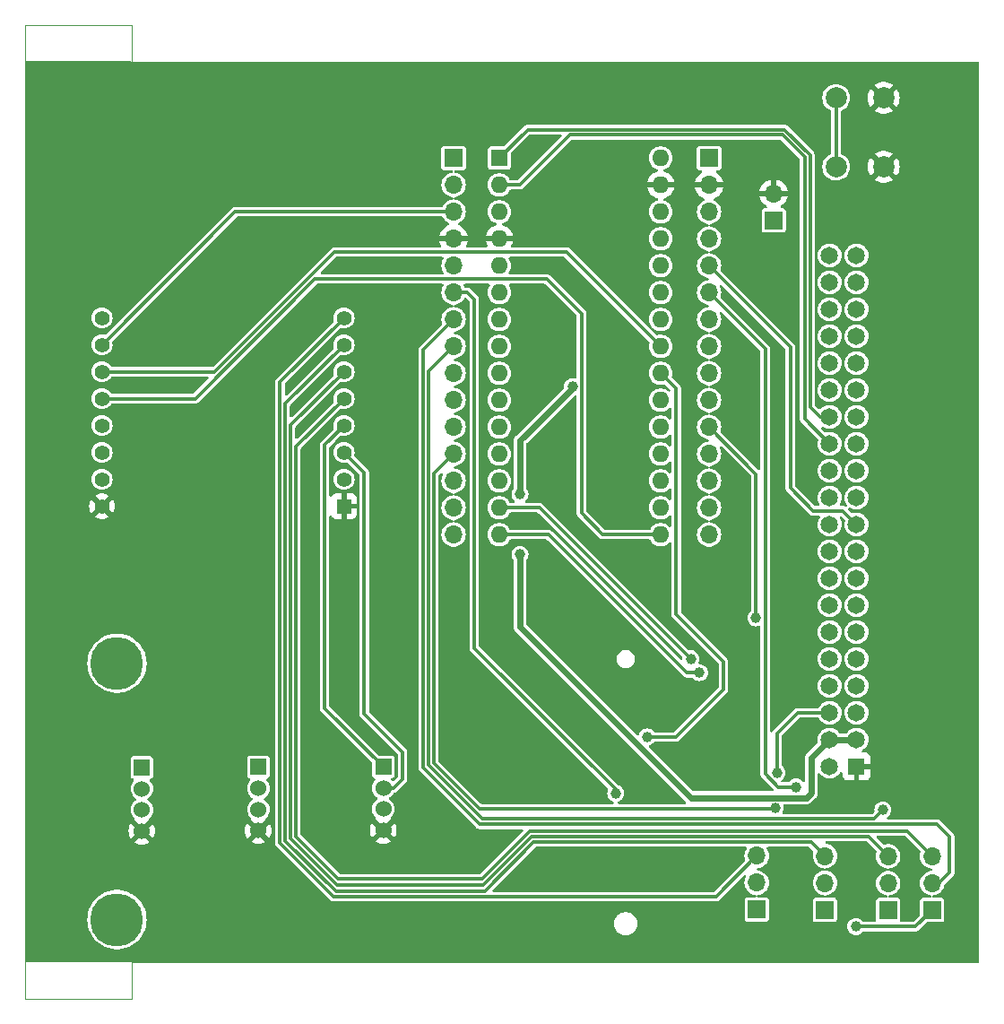
<source format=gbr>
%TF.GenerationSoftware,KiCad,Pcbnew,8.0.2-1*%
%TF.CreationDate,2024-10-14T16:45:23+02:00*%
%TF.ProjectId,Com_Nucleo-L432kc,436f6d5f-4e75-4636-9c65-6f2d4c343332,rev?*%
%TF.SameCoordinates,Original*%
%TF.FileFunction,Copper,L2,Bot*%
%TF.FilePolarity,Positive*%
%FSLAX46Y46*%
G04 Gerber Fmt 4.6, Leading zero omitted, Abs format (unit mm)*
G04 Created by KiCad (PCBNEW 8.0.2-1) date 2024-10-14 16:45:23*
%MOMM*%
%LPD*%
G01*
G04 APERTURE LIST*
%TA.AperFunction,ComponentPad*%
%ADD10R,1.700000X1.700000*%
%TD*%
%TA.AperFunction,ComponentPad*%
%ADD11O,1.700000X1.700000*%
%TD*%
%TA.AperFunction,ComponentPad*%
%ADD12R,1.524000X1.524000*%
%TD*%
%TA.AperFunction,ComponentPad*%
%ADD13C,1.524000*%
%TD*%
%TA.AperFunction,ComponentPad*%
%ADD14R,1.600000X1.600000*%
%TD*%
%TA.AperFunction,ComponentPad*%
%ADD15O,1.600000X1.600000*%
%TD*%
%TA.AperFunction,ComponentPad*%
%ADD16R,1.400000X1.400000*%
%TD*%
%TA.AperFunction,ComponentPad*%
%ADD17C,1.400000*%
%TD*%
%TA.AperFunction,ComponentPad*%
%ADD18C,2.000000*%
%TD*%
%TA.AperFunction,WasherPad*%
%ADD19C,5.000000*%
%TD*%
%TA.AperFunction,ComponentPad*%
%ADD20R,1.650000X1.650000*%
%TD*%
%TA.AperFunction,ComponentPad*%
%ADD21C,1.650000*%
%TD*%
%TA.AperFunction,ViaPad*%
%ADD22C,1.000000*%
%TD*%
%TA.AperFunction,Conductor*%
%ADD23C,0.300000*%
%TD*%
%TA.AperFunction,Conductor*%
%ADD24C,0.600000*%
%TD*%
%TA.AperFunction,Profile*%
%ADD25C,0.100000*%
%TD*%
G04 APERTURE END LIST*
D10*
%TO.P,JP2,1,A*%
%TO.N,Net-(CR1-ASC)*%
X134420000Y-61510000D03*
D11*
%TO.P,JP2,2,B*%
%TO.N,GND*%
X134420000Y-58970000D03*
%TD*%
D12*
%TO.P,J4,1,Pin_1*%
%TO.N,/SCL*%
X97540000Y-113110000D03*
D13*
%TO.P,J4,2,Pin_2*%
%TO.N,/SDA*%
X97540000Y-115110000D03*
%TO.P,J4,3,Pin_3*%
%TO.N,+3V3*%
X97540000Y-117110000D03*
%TO.P,J4,4,Pin_4*%
%TO.N,GND*%
X97540000Y-119110000D03*
%TD*%
D10*
%TO.P,J7,1,Pin_1*%
%TO.N,Net-(J7-Pin_1)*%
X128313249Y-55637948D03*
D11*
%TO.P,J7,2,Pin_2*%
%TO.N,GND*%
X128313249Y-58177948D03*
%TO.P,J7,3,Pin_3*%
%TO.N,Net-(J7-Pin_3)*%
X128313249Y-60717948D03*
%TO.P,J7,4,Pin_4*%
%TO.N,Net-(J7-Pin_4)*%
X128313249Y-63257948D03*
%TO.P,J7,5,Pin_5*%
%TO.N,/UART_TX_INISAT*%
X128313249Y-65797948D03*
%TO.P,J7,6,Pin_6*%
%TO.N,/INT1*%
X128313249Y-68337948D03*
%TO.P,J7,7,Pin_7*%
%TO.N,/PWM2*%
X128313249Y-70877948D03*
%TO.P,J7,8,Pin_8*%
%TO.N,/CS_MK*%
X128313249Y-73417948D03*
%TO.P,J7,9,Pin_9*%
%TO.N,/GPIO6_SX1303*%
X128313249Y-75957948D03*
%TO.P,J7,10,Pin_10*%
%TO.N,/UART_RX_INISAT*%
X128313249Y-78497948D03*
%TO.P,J7,11,Pin_11*%
%TO.N,/SENS1*%
X128313249Y-81037948D03*
%TO.P,J7,12,Pin_12*%
%TO.N,/SENS2*%
X128313249Y-83577948D03*
%TO.P,J7,13,Pin_13*%
%TO.N,/AREF*%
X128313249Y-86117948D03*
%TO.P,J7,14,Pin_14*%
%TO.N,Net-(J7-Pin_14)*%
X128313249Y-88657948D03*
%TO.P,J7,15,Pin_15*%
%TO.N,/SCLK*%
X128313249Y-91197948D03*
%TD*%
D10*
%TO.P,J2,1,Pin_1*%
%TO.N,/SCL*%
X104183248Y-55626000D03*
D11*
%TO.P,J2,2,Pin_2*%
%TO.N,/SDA*%
X104183248Y-58166000D03*
%TO.P,J2,3,Pin_3*%
%TO.N,/RESET_GENERAL*%
X104183248Y-60706000D03*
%TO.P,J2,4,Pin_4*%
%TO.N,GND*%
X104183248Y-63246000D03*
%TO.P,J2,5,Pin_5*%
%TO.N,/CAN_TX*%
X104183248Y-65786000D03*
%TO.P,J2,6,Pin_6*%
%TO.N,/RST_LORA_CORE*%
X104183248Y-68326000D03*
%TO.P,J2,7,Pin_7*%
%TO.N,/UART_RX_1*%
X104183248Y-70866000D03*
%TO.P,J2,8,Pin_8*%
%TO.N,/UART_TX_1*%
X104183248Y-73406000D03*
%TO.P,J2,9,Pin_9*%
%TO.N,/CS_LORA_CORE*%
X104183248Y-75946000D03*
%TO.P,J2,10,Pin_10*%
%TO.N,Net-(J2-Pin_10)*%
X104183248Y-78486000D03*
%TO.P,J2,11,Pin_11*%
%TO.N,Net-(J2-Pin_11)*%
X104183248Y-81026000D03*
%TO.P,J2,12,Pin_12*%
%TO.N,/PWM1*%
X104183248Y-83566000D03*
%TO.P,J2,13,Pin_13*%
%TO.N,/CAN_RX*%
X104183248Y-86106000D03*
%TO.P,J2,14,Pin_14*%
%TO.N,/MOSI*%
X104183248Y-88646000D03*
%TO.P,J2,15,Pin_15*%
%TO.N,/MISO*%
X104183248Y-91186000D03*
%TD*%
D10*
%TO.P,JP5,1,A*%
%TO.N,/PPS_LORA_CORE*%
X139260000Y-126615000D03*
D11*
%TO.P,JP5,2,C*%
%TO.N,/INT1*%
X139260000Y-124075000D03*
%TO.P,JP5,3,B*%
%TO.N,/INT_MK*%
X139260000Y-121535000D03*
%TD*%
D10*
%TO.P,JP1,1,A*%
%TO.N,/PWM_INISAT*%
X132810000Y-126600000D03*
D11*
%TO.P,JP1,2,C*%
%TO.N,/PWM1*%
X132810000Y-124060000D03*
%TO.P,JP1,3,B*%
%TO.N,/PWM_MK*%
X132810000Y-121520000D03*
%TD*%
D12*
%TO.P,J6,1,Pin_1*%
%TO.N,/SCL*%
X74740000Y-113180000D03*
D13*
%TO.P,J6,2,Pin_2*%
%TO.N,/SDA*%
X74740000Y-115180000D03*
%TO.P,J6,3,Pin_3*%
%TO.N,+3V3*%
X74740000Y-117180000D03*
%TO.P,J6,4,Pin_4*%
%TO.N,GND*%
X74740000Y-119180000D03*
%TD*%
D14*
%TO.P,L432KC1,1,D1*%
%TO.N,/SCL*%
X108503248Y-55626000D03*
D15*
%TO.P,L432KC1,2,D0*%
%TO.N,/SDA*%
X108503248Y-58166000D03*
%TO.P,L432KC1,3,RESET*%
%TO.N,/RESET_GENERAL*%
X108503248Y-60706000D03*
%TO.P,L432KC1,4,GND*%
%TO.N,GND*%
X108503248Y-63246000D03*
%TO.P,L432KC1,5,D2*%
%TO.N,/CAN_TX*%
X108503248Y-65786000D03*
%TO.P,L432KC1,6,D3*%
%TO.N,/RST_LORA_CORE*%
X108503248Y-68326000D03*
%TO.P,L432KC1,7,D4*%
%TO.N,/UART_RX_1*%
X108503248Y-70866000D03*
%TO.P,L432KC1,8,D5*%
%TO.N,/UART_TX_1*%
X108503248Y-73406000D03*
%TO.P,L432KC1,9,D6*%
%TO.N,/CS_LORA_CORE*%
X108503248Y-75946000D03*
%TO.P,L432KC1,10,D7*%
%TO.N,Net-(J2-Pin_10)*%
X108503248Y-78486000D03*
%TO.P,L432KC1,11,D8*%
%TO.N,Net-(J2-Pin_11)*%
X108503248Y-81026000D03*
%TO.P,L432KC1,12,D9*%
%TO.N,/PWM1*%
X108503248Y-83566000D03*
%TO.P,L432KC1,13,D10*%
%TO.N,/CAN_RX*%
X108503248Y-86106000D03*
%TO.P,L432KC1,14,D11*%
%TO.N,/MOSI*%
X108503248Y-88646000D03*
%TO.P,L432KC1,15,D12*%
%TO.N,/MISO*%
X108503248Y-91186000D03*
%TO.P,L432KC1,16,D13*%
%TO.N,/SCLK*%
X123743248Y-91186000D03*
%TO.P,L432KC1,17,+3V3*%
%TO.N,Net-(J7-Pin_14)*%
X123743248Y-88646000D03*
%TO.P,L432KC1,18,AREF*%
%TO.N,/AREF*%
X123743248Y-86106000D03*
%TO.P,L432KC1,19,A0*%
%TO.N,/SENS2*%
X123743248Y-83566000D03*
%TO.P,L432KC1,20,A1*%
%TO.N,/SENS1*%
X123743248Y-81026000D03*
%TO.P,L432KC1,21,A2*%
%TO.N,/UART_RX_INISAT*%
X123743248Y-78486000D03*
%TO.P,L432KC1,22,A3*%
%TO.N,/GPIO6_SX1303*%
X123743248Y-75946000D03*
%TO.P,L432KC1,23,A4*%
%TO.N,/CS_MK*%
X123743248Y-73406000D03*
%TO.P,L432KC1,24,A5*%
%TO.N,/PWM2*%
X123743248Y-70866000D03*
%TO.P,L432KC1,25,A6*%
%TO.N,/INT1*%
X123743248Y-68326000D03*
%TO.P,L432KC1,26,A7*%
%TO.N,/UART_TX_INISAT*%
X123743248Y-65786000D03*
%TO.P,L432KC1,27,+5V*%
%TO.N,Net-(J7-Pin_4)*%
X123743248Y-63246000D03*
%TO.P,L432KC1,28,RESET*%
%TO.N,Net-(J7-Pin_3)*%
X123743248Y-60706000D03*
%TO.P,L432KC1,29,GND*%
%TO.N,GND*%
X123743248Y-58166000D03*
%TO.P,L432KC1,30,VIN*%
%TO.N,Net-(J7-Pin_1)*%
X123743248Y-55626000D03*
%TD*%
D12*
%TO.P,J9,1,Pin_1*%
%TO.N,/SCL*%
X85740000Y-113140000D03*
D13*
%TO.P,J9,2,Pin_2*%
%TO.N,/SDA*%
X85740000Y-115140000D03*
%TO.P,J9,3,Pin_3*%
%TO.N,+3V3*%
X85740000Y-117140000D03*
%TO.P,J9,4,Pin_4*%
%TO.N,GND*%
X85740000Y-119140000D03*
%TD*%
D16*
%TO.P,J5,1,GND_1*%
%TO.N,GND*%
X93830000Y-88510000D03*
D17*
%TO.P,J5,2,+5V*%
%TO.N,+5V*%
X93830000Y-85970000D03*
%TO.P,J5,3,SDA*%
%TO.N,/SDA*%
X93830000Y-83430000D03*
%TO.P,J5,4,SCL*%
%TO.N,/SCL*%
X93830000Y-80890000D03*
%TO.P,J5,5,TX*%
%TO.N,/UART_TX_MK*%
X93830000Y-78350000D03*
%TO.P,J5,6,RX*%
%TO.N,/UART_RX_MK*%
X93830000Y-75810000D03*
%TO.P,J5,7,INT*%
%TO.N,/INT_MK*%
X93830000Y-73270000D03*
%TO.P,J5,8,PWM*%
%TO.N,/PWM_MK*%
X93830000Y-70730000D03*
%TO.P,J5,9,AN*%
%TO.N,unconnected-(J5-AN-Pad9)*%
X70970000Y-70730000D03*
%TO.P,J5,10,RST*%
%TO.N,/RESET_GENERAL*%
X70970000Y-73270000D03*
%TO.P,J5,11,CS*%
%TO.N,/CS_MK*%
X70970000Y-75810000D03*
%TO.P,J5,12,SCK*%
%TO.N,/SCLK*%
X70970000Y-78350000D03*
%TO.P,J5,13,MISO*%
%TO.N,/MOSI*%
X70970000Y-80890000D03*
%TO.P,J5,14,MOSI*%
%TO.N,/MISO*%
X70970000Y-83430000D03*
%TO.P,J5,15,+3.3V*%
%TO.N,+3V3*%
X70970000Y-85970000D03*
%TO.P,J5,16,GND_2*%
%TO.N,GND*%
X70970000Y-88510000D03*
%TD*%
D18*
%TO.P,SW1,1,1*%
%TO.N,/RESET_GENERAL*%
X140310000Y-56450000D03*
X140310000Y-49950000D03*
%TO.P,SW1,2,2*%
%TO.N,GND*%
X144810000Y-56450000D03*
X144810000Y-49950000D03*
%TD*%
D10*
%TO.P,JP4,1,A*%
%TO.N,/UART_RX_LORA_CORE*%
X145230000Y-126630000D03*
D11*
%TO.P,JP4,2,C*%
%TO.N,/UART_TX_1*%
X145230000Y-124090000D03*
%TO.P,JP4,3,B*%
%TO.N,/UART_RX_MK*%
X145230000Y-121550000D03*
%TD*%
D19*
%TO.P,,*%
%TO.N,*%
X72384748Y-103345000D03*
%TD*%
%TO.P,REF\u002A\u002A,*%
%TO.N,*%
X72384748Y-127545000D03*
%TD*%
D10*
%TO.P,JP3,1,A*%
%TO.N,/UART_TX_LORA_CORE*%
X149380000Y-126630000D03*
D11*
%TO.P,JP3,2,C*%
%TO.N,/UART_RX_1*%
X149380000Y-124090000D03*
%TO.P,JP3,3,B*%
%TO.N,/UART_TX_MK*%
X149380000Y-121550000D03*
%TD*%
D20*
%TO.P,J1,1,GND*%
%TO.N,GND*%
X142240000Y-113090000D03*
D21*
%TO.P,J1,2,3V3*%
%TO.N,+3V3*%
X139700000Y-113090000D03*
%TO.P,J1,3,V_IN*%
%TO.N,+5V*%
X142240000Y-110550000D03*
%TO.P,J1,4,5V*%
X139700000Y-110550000D03*
%TO.P,J1,5,V_B*%
%TO.N,unconnected-(J1-V_B-Pad5)*%
X142240000Y-108010000D03*
%TO.P,J1,6,NC1*%
%TO.N,/PWM_INISAT*%
X139700000Y-108010000D03*
%TO.P,J1,7,NC2*%
%TO.N,unconnected-(J1-NC2-Pad7)*%
X142240000Y-105470000D03*
%TO.P,J1,8,NC3*%
%TO.N,/SENS1*%
X139700000Y-105470000D03*
%TO.P,J1,9,NC4*%
%TO.N,/PWM2*%
X142240000Y-102930000D03*
%TO.P,J1,10,RD-*%
%TO.N,unconnected-(J1-RD--Pad10)*%
X139700000Y-102930000D03*
%TO.P,J1,11,NC*%
%TO.N,/SENS2*%
X142240000Y-100390000D03*
%TO.P,J1,12,RD+*%
%TO.N,unconnected-(J1-RD+-Pad12)*%
X139700000Y-100390000D03*
%TO.P,J1,13,NC*%
%TO.N,unconnected-(J1-NC-Pad13)*%
X142240000Y-97850000D03*
%TO.P,J1,14,TD-*%
%TO.N,unconnected-(J1-TD--Pad14)*%
X139700000Y-97850000D03*
%TO.P,J1,15,NC*%
%TO.N,unconnected-(J1-NC-Pad15)*%
X142240000Y-95310000D03*
%TO.P,J1,16,TD+*%
%TO.N,unconnected-(J1-TD+-Pad16)*%
X139700000Y-95310000D03*
%TO.P,J1,17,RX/SDA*%
%TO.N,/UART_RX_INISAT*%
X142240000Y-92770000D03*
%TO.P,J1,18,D-*%
%TO.N,unconnected-(J1-D--Pad18)*%
X139700000Y-92770000D03*
%TO.P,J1,19,TX/SCL*%
%TO.N,/UART_TX_INISAT*%
X142240000Y-90230000D03*
%TO.P,J1,20,D+*%
%TO.N,unconnected-(J1-D+-Pad20)*%
X139700000Y-90230000D03*
%TO.P,J1,21,SCK*%
%TO.N,unconnected-(J1-SCK-Pad21)*%
X142240000Y-87690000D03*
%TO.P,J1,22,RD*%
%TO.N,/CAN_RD*%
X139700000Y-87690000D03*
%TO.P,J1,23,MOSI*%
%TO.N,unconnected-(J1-MOSI-Pad23)*%
X142240000Y-85150000D03*
%TO.P,J1,24,TD*%
%TO.N,/CAN_TD*%
X139700000Y-85150000D03*
%TO.P,J1,25,MISO*%
%TO.N,unconnected-(J1-MISO-Pad25)*%
X142240000Y-82610000D03*
%TO.P,J1,26,SDA/RX*%
%TO.N,/SDA*%
X139700000Y-82610000D03*
%TO.P,J1,27,SSEL*%
%TO.N,unconnected-(J1-SSEL-Pad27)*%
X142240000Y-80070000D03*
%TO.P,J1,28,SCL/TX*%
%TO.N,/SCL*%
X139700000Y-80070000D03*
%TO.P,J1,29,AI_1*%
%TO.N,unconnected-(J1-AI_1-Pad29)*%
X142240000Y-77530000D03*
%TO.P,J1,30,PWM_O_1*%
%TO.N,unconnected-(J1-PWM_O_1-Pad30)*%
X139700000Y-77530000D03*
%TO.P,J1,31,AI_2*%
%TO.N,unconnected-(J1-AI_2-Pad31)*%
X142240000Y-74990000D03*
%TO.P,J1,32,PWM_O_2*%
%TO.N,unconnected-(J1-PWM_O_2-Pad32)*%
X139700000Y-74990000D03*
%TO.P,J1,33,AI_3*%
%TO.N,unconnected-(J1-AI_3-Pad33)*%
X142240000Y-72450000D03*
%TO.P,J1,34,PWM_O_3*%
%TO.N,unconnected-(J1-PWM_O_3-Pad34)*%
X139700000Y-72450000D03*
%TO.P,J1,35,AI_4*%
%TO.N,unconnected-(J1-AI_4-Pad35)*%
X142240000Y-69910000D03*
%TO.P,J1,36,PWM_O_4*%
%TO.N,unconnected-(J1-PWM_O_4-Pad36)*%
X139700000Y-69910000D03*
%TO.P,J1,37,AI_5*%
%TO.N,unconnected-(J1-AI_5-Pad37)*%
X142240000Y-67370000D03*
%TO.P,J1,38,PWM_O_5*%
%TO.N,unconnected-(J1-PWM_O_5-Pad38)*%
X139700000Y-67370000D03*
%TO.P,J1,39,AI_6*%
%TO.N,unconnected-(J1-AI_6-Pad39)*%
X142240000Y-64830000D03*
%TO.P,J1,40,PWM_O_6*%
%TO.N,unconnected-(J1-PWM_O_6-Pad40)*%
X139700000Y-64830000D03*
%TD*%
D22*
%TO.N,GND*%
X131500000Y-74700000D03*
X111340000Y-55550000D03*
X74200000Y-61210000D03*
X65690000Y-57400000D03*
X111680000Y-77990000D03*
X109510000Y-48230000D03*
X111390000Y-123290000D03*
X66390000Y-125210000D03*
X90680000Y-101940000D03*
X68280000Y-48070000D03*
X151860000Y-58830000D03*
X88810000Y-47910000D03*
X80420000Y-88770000D03*
X85990000Y-101970000D03*
X134820000Y-86010000D03*
X129560000Y-97560000D03*
X65770000Y-87580000D03*
X151830000Y-91220000D03*
X135790000Y-68010000D03*
X151680000Y-105290000D03*
X76980000Y-47760000D03*
X121930000Y-93860000D03*
X77070000Y-71160000D03*
X65770000Y-50350000D03*
X131970000Y-79930000D03*
X98610000Y-48310000D03*
X118760000Y-105760000D03*
X65770000Y-96910000D03*
X137270000Y-82330000D03*
X109290000Y-115050000D03*
X151940000Y-65310000D03*
X113810000Y-98250000D03*
X132510000Y-103070000D03*
X151980000Y-84710000D03*
X111620000Y-84670000D03*
X65840000Y-66650000D03*
X97190000Y-68330000D03*
X90190000Y-71230000D03*
X152170000Y-129060000D03*
X65770000Y-76610000D03*
X99740000Y-90840000D03*
X127750000Y-128390000D03*
X147300000Y-124360000D03*
X129040000Y-47980000D03*
X116880000Y-58420000D03*
X121160000Y-123290000D03*
X81290000Y-127700000D03*
X101220000Y-56600000D03*
X119490000Y-98990000D03*
X97230000Y-63200000D03*
X121870000Y-104490000D03*
X135530000Y-105890000D03*
X149060000Y-48010000D03*
X117270000Y-71110000D03*
X101160000Y-121630000D03*
X120730000Y-84040000D03*
X66080000Y-106010000D03*
X88950000Y-58550000D03*
X119380000Y-64900000D03*
X151760000Y-98400000D03*
X120490000Y-47910000D03*
X83910000Y-58790000D03*
X98730000Y-102090000D03*
X131480000Y-55510000D03*
X136960000Y-90360000D03*
X97130000Y-65750000D03*
X126910000Y-95810000D03*
X92020000Y-57230000D03*
X90300000Y-127960000D03*
X78760000Y-101770000D03*
X151760000Y-112470000D03*
X151980000Y-72220000D03*
X152050000Y-78210000D03*
X100030000Y-128350000D03*
X109590000Y-128980000D03*
X142970000Y-129340000D03*
X109850000Y-103550000D03*
X66160000Y-115960000D03*
%TO.N,/UART_TX_LORA_CORE*%
X142170000Y-128200000D03*
%TO.N,/MOSI*%
X126580000Y-102920000D03*
%TO.N,/RST_LORA_CORE*%
X119490000Y-115620000D03*
%TO.N,/GPIO6_SX1303*%
X122450000Y-110300000D03*
%TO.N,/SENS1*%
X132740000Y-99060000D03*
%TO.N,+5V*%
X110450000Y-87390000D03*
X115410000Y-77225000D03*
X110450000Y-93080000D03*
%TO.N,/PWM_INISAT*%
X134721041Y-113688959D03*
%TO.N,/MISO*%
X127410000Y-104230000D03*
%TO.N,/UART_TX_1*%
X144730000Y-117200000D03*
%TO.N,/PWM1*%
X134570000Y-117030000D03*
%TO.N,/INT1*%
X136550000Y-115030000D03*
%TD*%
D23*
%TO.N,GND*%
X128301301Y-58166000D02*
X128313249Y-58177948D01*
%TO.N,/SDA*%
X98510000Y-115110000D02*
X97540000Y-115110000D01*
X137340000Y-55537106D02*
X135252894Y-53450000D01*
X99360000Y-111720000D02*
X99360000Y-114260000D01*
X135252894Y-53450000D02*
X115160000Y-53450000D01*
X137340000Y-80250000D02*
X137340000Y-55537106D01*
X95750000Y-85350000D02*
X95750000Y-108110000D01*
X139700000Y-82610000D02*
X137340000Y-80250000D01*
X99360000Y-114260000D02*
X98510000Y-115110000D01*
X110444000Y-58166000D02*
X108503248Y-58166000D01*
X115160000Y-53450000D02*
X110444000Y-58166000D01*
X95750000Y-108110000D02*
X99360000Y-111720000D01*
X93830000Y-83430000D02*
X95750000Y-85350000D01*
%TO.N,/SCL*%
X138780000Y-80070000D02*
X137840000Y-79130000D01*
X92000000Y-107570000D02*
X97540000Y-113110000D01*
X92000000Y-82720000D02*
X92000000Y-107570000D01*
X137840000Y-79130000D02*
X137840000Y-55330000D01*
X139700000Y-80070000D02*
X138780000Y-80070000D01*
X111179248Y-52950000D02*
X108503248Y-55626000D01*
X137840000Y-55330000D02*
X135460000Y-52950000D01*
X135460000Y-52950000D02*
X111179248Y-52950000D01*
X93830000Y-80890000D02*
X92000000Y-82720000D01*
%TO.N,/UART_TX_LORA_CORE*%
X142170000Y-128200000D02*
X147810000Y-128200000D01*
X147810000Y-128200000D02*
X149380000Y-126630000D01*
%TO.N,/MOSI*%
X112306000Y-88646000D02*
X108503248Y-88646000D01*
X126580000Y-102920000D02*
X112306000Y-88646000D01*
%TO.N,/RST_LORA_CORE*%
X119490000Y-115250000D02*
X106130000Y-101890000D01*
X106130000Y-68970000D02*
X105486000Y-68326000D01*
X105486000Y-68326000D02*
X104183248Y-68326000D01*
X106130000Y-101890000D02*
X106130000Y-68970000D01*
X119490000Y-115620000D02*
X119490000Y-115250000D01*
%TO.N,/AREF*%
X128301301Y-86106000D02*
X128313249Y-86117948D01*
%TO.N,/GPIO6_SX1303*%
X129680000Y-105800000D02*
X129680000Y-103190000D01*
X128301301Y-75946000D02*
X128313249Y-75957948D01*
X129680000Y-103190000D02*
X125200000Y-98710000D01*
X122450000Y-110300000D02*
X125180000Y-110300000D01*
X125180000Y-110300000D02*
X129680000Y-105800000D01*
X125200000Y-77402752D02*
X123743248Y-75946000D01*
X125200000Y-98710000D02*
X125200000Y-77402752D01*
%TO.N,/SCLK*%
X79777106Y-78350000D02*
X91067106Y-67060000D01*
X113000000Y-67060000D02*
X116260000Y-70320000D01*
X116260000Y-89170000D02*
X118276000Y-91186000D01*
X118276000Y-91186000D02*
X123743248Y-91186000D01*
X91067106Y-67060000D02*
X113000000Y-67060000D01*
X70970000Y-78350000D02*
X79777106Y-78350000D01*
X116260000Y-70320000D02*
X116260000Y-89170000D01*
%TO.N,/PWM2*%
X128301301Y-70866000D02*
X128313249Y-70877948D01*
%TO.N,/SENS1*%
X132740000Y-85464699D02*
X128313249Y-81037948D01*
X128301301Y-81026000D02*
X128313249Y-81037948D01*
X132740000Y-99060000D02*
X132740000Y-85464699D01*
%TO.N,/SENS2*%
X128301301Y-83566000D02*
X128313249Y-83577948D01*
D24*
%TO.N,+5V*%
X126580000Y-116030000D02*
X137530000Y-116030000D01*
X115410000Y-77360000D02*
X110450000Y-82320000D01*
X137980000Y-112270000D02*
X139700000Y-110550000D01*
X115410000Y-77225000D02*
X115410000Y-77360000D01*
X110450000Y-82320000D02*
X110450000Y-87390000D01*
X137530000Y-116030000D02*
X137980000Y-115580000D01*
X110450000Y-99900000D02*
X126580000Y-116030000D01*
X142240000Y-110550000D02*
X139700000Y-110550000D01*
X110450000Y-93080000D02*
X110450000Y-99900000D01*
D23*
X110450000Y-87390000D02*
X110450000Y-87370000D01*
D24*
X137980000Y-115580000D02*
X137980000Y-112270000D01*
D23*
%TO.N,/UART_TX_INISAT*%
X138130000Y-88940000D02*
X140950000Y-88940000D01*
X128313249Y-65797948D02*
X136000000Y-73484699D01*
X123755196Y-65797948D02*
X123743248Y-65786000D01*
X136000000Y-73484699D02*
X136000000Y-86810000D01*
X140950000Y-88940000D02*
X142240000Y-90230000D01*
X136000000Y-86810000D02*
X138130000Y-88940000D01*
%TO.N,/PWM_INISAT*%
X134721041Y-113688959D02*
X134721041Y-109968959D01*
X136680000Y-108010000D02*
X139700000Y-108010000D01*
X134721041Y-109968959D02*
X136680000Y-108010000D01*
%TO.N,/UART_RX_INISAT*%
X128301301Y-78486000D02*
X128313249Y-78497948D01*
%TO.N,/UART_RX_1*%
X151040000Y-119730000D02*
X149860000Y-118550000D01*
X101290000Y-113174214D02*
X101290000Y-73759248D01*
X149420000Y-124130000D02*
X149990000Y-124130000D01*
X149860000Y-118550000D02*
X106665786Y-118550000D01*
X149990000Y-124130000D02*
X151040000Y-123080000D01*
X151040000Y-123080000D02*
X151040000Y-119730000D01*
X101290000Y-73759248D02*
X104183248Y-70866000D01*
X106665786Y-118550000D02*
X101290000Y-113174214D01*
%TO.N,/RESET_GENERAL*%
X70970000Y-73270000D02*
X83534000Y-60706000D01*
X140310000Y-56450000D02*
X140310000Y-49950000D01*
X83534000Y-60706000D02*
X104183248Y-60706000D01*
%TO.N,/MISO*%
X127410000Y-104230000D02*
X126200000Y-104230000D01*
X113156000Y-91186000D02*
X108503248Y-91186000D01*
X126200000Y-104230000D02*
X113156000Y-91186000D01*
%TO.N,/UART_TX_1*%
X143880000Y-118050000D02*
X106872893Y-118050000D01*
X101790000Y-112967107D02*
X101790000Y-75799248D01*
X101790000Y-75799248D02*
X104183248Y-73406000D01*
X106872893Y-118050000D02*
X101790000Y-112967107D01*
X144730000Y-117200000D02*
X143880000Y-118050000D01*
%TO.N,/PWM1*%
X134530000Y-117070000D02*
X106600000Y-117070000D01*
X134570000Y-117030000D02*
X134530000Y-117070000D01*
X102290000Y-85459248D02*
X104183248Y-83566000D01*
X102290000Y-112760000D02*
X102290000Y-85459248D01*
X106600000Y-117070000D02*
X102290000Y-112760000D01*
%TO.N,/UART_RX_MK*%
X88780000Y-119887107D02*
X88780000Y-80860000D01*
X111580000Y-119690000D02*
X107010000Y-124260000D01*
X107010000Y-124260000D02*
X93152893Y-124260000D01*
X143370000Y-119690000D02*
X111580000Y-119690000D01*
X88780000Y-80860000D02*
X93830000Y-75810000D01*
X145270000Y-121590000D02*
X143370000Y-119690000D01*
X93152893Y-124260000D02*
X88780000Y-119887107D01*
%TO.N,/UART_TX_MK*%
X111392894Y-119170000D02*
X106862894Y-123700000D01*
X147000000Y-119170000D02*
X111392894Y-119170000D01*
X89280000Y-119680000D02*
X89280000Y-82900000D01*
X93300000Y-123700000D02*
X89280000Y-119680000D01*
X149380000Y-121550000D02*
X147000000Y-119170000D01*
X89280000Y-82900000D02*
X93830000Y-78350000D01*
X106862894Y-123700000D02*
X93300000Y-123700000D01*
%TO.N,/INT_MK*%
X107107106Y-124870000D02*
X93055786Y-124870000D01*
X111757106Y-120220000D02*
X107107106Y-124870000D01*
X88280000Y-78820000D02*
X93830000Y-73270000D01*
X137945000Y-120220000D02*
X111757106Y-120220000D01*
X139300000Y-121575000D02*
X137945000Y-120220000D01*
X93055786Y-124870000D02*
X88280000Y-120094214D01*
X88280000Y-120094214D02*
X88280000Y-78820000D01*
%TO.N,/PWM_MK*%
X128950000Y-125380000D02*
X92858679Y-125380000D01*
X132810000Y-121520000D02*
X128950000Y-125380000D01*
X87780000Y-120301321D02*
X87780000Y-76780000D01*
X87780000Y-76780000D02*
X93830000Y-70730000D01*
X92858679Y-125380000D02*
X87780000Y-120301321D01*
%TO.N,Net-(J7-Pin_4)*%
X128301301Y-63246000D02*
X128313249Y-63257948D01*
%TO.N,/INT1*%
X134860000Y-115030000D02*
X133620000Y-113790000D01*
X133620000Y-73644699D02*
X128313249Y-68337948D01*
X133620000Y-113790000D02*
X133620000Y-73644699D01*
X136550000Y-115030000D02*
X134860000Y-115030000D01*
%TO.N,/CS_MK*%
X114847248Y-64510000D02*
X123743248Y-73406000D01*
X81610000Y-75810000D02*
X92910000Y-64510000D01*
X70970000Y-75810000D02*
X81610000Y-75810000D01*
X92910000Y-64510000D02*
X114847248Y-64510000D01*
%TO.N,Net-(J7-Pin_14)*%
X128301301Y-88646000D02*
X128313249Y-88657948D01*
%TD*%
%TA.AperFunction,Conductor*%
%TO.N,GND*%
G36*
X146829074Y-119640185D02*
G01*
X146849716Y-119656819D01*
X148256142Y-121063245D01*
X148289627Y-121124568D01*
X148287727Y-121184860D01*
X148244244Y-121337687D01*
X148244244Y-121337689D01*
X148244244Y-121337690D01*
X148224571Y-121550000D01*
X148244244Y-121762310D01*
X148299071Y-121955005D01*
X148302596Y-121967392D01*
X148302596Y-121967394D01*
X148397632Y-122158253D01*
X148514800Y-122313407D01*
X148526128Y-122328407D01*
X148683698Y-122472052D01*
X148864981Y-122584298D01*
X149063802Y-122661321D01*
X149260613Y-122698111D01*
X149322893Y-122729779D01*
X149358166Y-122790092D01*
X149355232Y-122859900D01*
X149315023Y-122917040D01*
X149260613Y-122941888D01*
X149063802Y-122978679D01*
X149063799Y-122978679D01*
X149063799Y-122978680D01*
X148864982Y-123055701D01*
X148864980Y-123055702D01*
X148683699Y-123167947D01*
X148526127Y-123311593D01*
X148397632Y-123481746D01*
X148302596Y-123672605D01*
X148302596Y-123672607D01*
X148302595Y-123672611D01*
X148244244Y-123877690D01*
X148224571Y-124090000D01*
X148244244Y-124302310D01*
X148298328Y-124492394D01*
X148302596Y-124507392D01*
X148302596Y-124507394D01*
X148397632Y-124698253D01*
X148517970Y-124857604D01*
X148526128Y-124868407D01*
X148683698Y-125012052D01*
X148864981Y-125124298D01*
X149063802Y-125201321D01*
X149236544Y-125233612D01*
X149298823Y-125265279D01*
X149334096Y-125325591D01*
X149331162Y-125395400D01*
X149290953Y-125452540D01*
X149226235Y-125478871D01*
X149213757Y-125479500D01*
X148485143Y-125479500D01*
X148485117Y-125479502D01*
X148460012Y-125482413D01*
X148460008Y-125482415D01*
X148357235Y-125527793D01*
X148277794Y-125607234D01*
X148232415Y-125710006D01*
X148232415Y-125710008D01*
X148229500Y-125735131D01*
X148229500Y-127092034D01*
X148209815Y-127159073D01*
X148193181Y-127179715D01*
X147659716Y-127713181D01*
X147598393Y-127746666D01*
X147572035Y-127749500D01*
X146479794Y-127749500D01*
X146412755Y-127729815D01*
X146367000Y-127677011D01*
X146357056Y-127607853D01*
X146366360Y-127575413D01*
X146377584Y-127549993D01*
X146377585Y-127549991D01*
X146380500Y-127524865D01*
X146380499Y-125735136D01*
X146380497Y-125735117D01*
X146377586Y-125710012D01*
X146377585Y-125710010D01*
X146377585Y-125710009D01*
X146332206Y-125607235D01*
X146252765Y-125527794D01*
X146218791Y-125512793D01*
X146149992Y-125482415D01*
X146124868Y-125479500D01*
X145396243Y-125479500D01*
X145329204Y-125459815D01*
X145283449Y-125407011D01*
X145273505Y-125337853D01*
X145302530Y-125274297D01*
X145361308Y-125236523D01*
X145373441Y-125233614D01*
X145546198Y-125201321D01*
X145745019Y-125124298D01*
X145926302Y-125012052D01*
X146083872Y-124868407D01*
X146212366Y-124698255D01*
X146307405Y-124507389D01*
X146365756Y-124302310D01*
X146385429Y-124090000D01*
X146365756Y-123877690D01*
X146307405Y-123672611D01*
X146307403Y-123672606D01*
X146307403Y-123672605D01*
X146212367Y-123481746D01*
X146083872Y-123311593D01*
X146020572Y-123253887D01*
X145926302Y-123167948D01*
X145745019Y-123055702D01*
X145745017Y-123055701D01*
X145645608Y-123017190D01*
X145546198Y-122978679D01*
X145349385Y-122941888D01*
X145287106Y-122910221D01*
X145251833Y-122849908D01*
X145254767Y-122780100D01*
X145294976Y-122722960D01*
X145349384Y-122698111D01*
X145546198Y-122661321D01*
X145745019Y-122584298D01*
X145926302Y-122472052D01*
X146083872Y-122328407D01*
X146212366Y-122158255D01*
X146233742Y-122115325D01*
X146307403Y-121967394D01*
X146307403Y-121967393D01*
X146307405Y-121967389D01*
X146365756Y-121762310D01*
X146385429Y-121550000D01*
X146365756Y-121337690D01*
X146307405Y-121132611D01*
X146307403Y-121132606D01*
X146307403Y-121132605D01*
X146212367Y-120941746D01*
X146083872Y-120771593D01*
X146044314Y-120735531D01*
X145926302Y-120627948D01*
X145745019Y-120515702D01*
X145745017Y-120515701D01*
X145599884Y-120459477D01*
X145546198Y-120438679D01*
X145336610Y-120399500D01*
X145123390Y-120399500D01*
X144913802Y-120438679D01*
X144913797Y-120438680D01*
X144875246Y-120453615D01*
X144805623Y-120459477D01*
X144743883Y-120426766D01*
X144742772Y-120425669D01*
X144149284Y-119832181D01*
X144115799Y-119770858D01*
X144120783Y-119701166D01*
X144162655Y-119645233D01*
X144228119Y-119620816D01*
X144236965Y-119620500D01*
X146762035Y-119620500D01*
X146829074Y-119640185D01*
G37*
%TD.AperFunction*%
%TA.AperFunction,Conductor*%
G36*
X131827827Y-120690185D02*
G01*
X131873582Y-120742989D01*
X131883526Y-120812147D01*
X131859742Y-120869227D01*
X131827633Y-120911746D01*
X131732596Y-121102605D01*
X131732596Y-121102607D01*
X131674244Y-121307689D01*
X131654571Y-121519999D01*
X131654571Y-121520000D01*
X131674244Y-121732312D01*
X131717727Y-121885138D01*
X131717141Y-121955005D01*
X131686142Y-122006753D01*
X128799716Y-124893181D01*
X128738393Y-124926666D01*
X128712035Y-124929500D01*
X107984071Y-124929500D01*
X107917032Y-124909815D01*
X107871277Y-124857011D01*
X107861333Y-124787853D01*
X107890358Y-124724297D01*
X107896390Y-124717819D01*
X111907390Y-120706819D01*
X111968713Y-120673334D01*
X111995071Y-120670500D01*
X131760788Y-120670500D01*
X131827827Y-120690185D01*
G37*
%TD.AperFunction*%
%TA.AperFunction,Conductor*%
G36*
X105367211Y-68847166D02*
G01*
X105384388Y-68861491D01*
X105643181Y-69120284D01*
X105676666Y-69181607D01*
X105679500Y-69207965D01*
X105679500Y-101949311D01*
X105686686Y-101976127D01*
X105686686Y-101976130D01*
X105686687Y-101976130D01*
X105710201Y-102063887D01*
X105769511Y-102166614D01*
X105769513Y-102166616D01*
X118737480Y-115134583D01*
X118770965Y-115195906D01*
X118766112Y-115263765D01*
X118766511Y-115263905D01*
X118765997Y-115265373D01*
X118765981Y-115265598D01*
X118765631Y-115266418D01*
X118704631Y-115440745D01*
X118704630Y-115440750D01*
X118684435Y-115619996D01*
X118684435Y-115620003D01*
X118704630Y-115799249D01*
X118704631Y-115799254D01*
X118764211Y-115969523D01*
X118833382Y-116079607D01*
X118860184Y-116122262D01*
X118987738Y-116249816D01*
X119055337Y-116292291D01*
X119140478Y-116345789D01*
X119233840Y-116378458D01*
X119290617Y-116419180D01*
X119316364Y-116484133D01*
X119302908Y-116552694D01*
X119254521Y-116603097D01*
X119192886Y-116619500D01*
X106837965Y-116619500D01*
X106770926Y-116599815D01*
X106750284Y-116583181D01*
X102776819Y-112609716D01*
X102743334Y-112548393D01*
X102740500Y-112522035D01*
X102740500Y-85697212D01*
X102760185Y-85630173D01*
X102776814Y-85609535D01*
X102973085Y-85413265D01*
X103034407Y-85379781D01*
X103104099Y-85384765D01*
X103160032Y-85426637D01*
X103184449Y-85492101D01*
X103171766Y-85556218D01*
X103105843Y-85688611D01*
X103047492Y-85893689D01*
X103027819Y-86105999D01*
X103027819Y-86106000D01*
X103047492Y-86318310D01*
X103105844Y-86523392D01*
X103105844Y-86523394D01*
X103200880Y-86714253D01*
X103327439Y-86881842D01*
X103329376Y-86884407D01*
X103486946Y-87028052D01*
X103668229Y-87140298D01*
X103867050Y-87217321D01*
X104063861Y-87254111D01*
X104126141Y-87285779D01*
X104161414Y-87346092D01*
X104158480Y-87415900D01*
X104118271Y-87473040D01*
X104063861Y-87497888D01*
X103867050Y-87534679D01*
X103867047Y-87534679D01*
X103867047Y-87534680D01*
X103668230Y-87611701D01*
X103668228Y-87611702D01*
X103486947Y-87723947D01*
X103329375Y-87867593D01*
X103200880Y-88037746D01*
X103105844Y-88228605D01*
X103105844Y-88228607D01*
X103047492Y-88433689D01*
X103027819Y-88645999D01*
X103027819Y-88646000D01*
X103047492Y-88858310D01*
X103105844Y-89063392D01*
X103105844Y-89063394D01*
X103200880Y-89254253D01*
X103316256Y-89407034D01*
X103329376Y-89424407D01*
X103486946Y-89568052D01*
X103668229Y-89680298D01*
X103867050Y-89757321D01*
X104063861Y-89794111D01*
X104126141Y-89825779D01*
X104161414Y-89886092D01*
X104158480Y-89955900D01*
X104118271Y-90013040D01*
X104063861Y-90037888D01*
X103867050Y-90074679D01*
X103867047Y-90074679D01*
X103867047Y-90074680D01*
X103668230Y-90151701D01*
X103668228Y-90151702D01*
X103486947Y-90263947D01*
X103329375Y-90407593D01*
X103200880Y-90577746D01*
X103105844Y-90768605D01*
X103105844Y-90768607D01*
X103047492Y-90973689D01*
X103027819Y-91185999D01*
X103027819Y-91186000D01*
X103047492Y-91398310D01*
X103105844Y-91603392D01*
X103105844Y-91603394D01*
X103200880Y-91794253D01*
X103316256Y-91947034D01*
X103329376Y-91964407D01*
X103486946Y-92108052D01*
X103668229Y-92220298D01*
X103867050Y-92297321D01*
X104076638Y-92336500D01*
X104076640Y-92336500D01*
X104289856Y-92336500D01*
X104289858Y-92336500D01*
X104499446Y-92297321D01*
X104698267Y-92220298D01*
X104879550Y-92108052D01*
X105037120Y-91964407D01*
X105165614Y-91794255D01*
X105165615Y-91794253D01*
X105260651Y-91603394D01*
X105260651Y-91603393D01*
X105260653Y-91603389D01*
X105319004Y-91398310D01*
X105338677Y-91186000D01*
X105319004Y-90973690D01*
X105260653Y-90768611D01*
X105260651Y-90768606D01*
X105260651Y-90768605D01*
X105165615Y-90577746D01*
X105037120Y-90407593D01*
X104879550Y-90263948D01*
X104698267Y-90151702D01*
X104698265Y-90151701D01*
X104530290Y-90086628D01*
X104499446Y-90074679D01*
X104302633Y-90037888D01*
X104240354Y-90006221D01*
X104205081Y-89945908D01*
X104208015Y-89876100D01*
X104248224Y-89818960D01*
X104302632Y-89794111D01*
X104499446Y-89757321D01*
X104698267Y-89680298D01*
X104879550Y-89568052D01*
X105037120Y-89424407D01*
X105165614Y-89254255D01*
X105178037Y-89229307D01*
X105260651Y-89063394D01*
X105260651Y-89063393D01*
X105260653Y-89063389D01*
X105319004Y-88858310D01*
X105338677Y-88646000D01*
X105319004Y-88433690D01*
X105260653Y-88228611D01*
X105260651Y-88228606D01*
X105260651Y-88228605D01*
X105165615Y-88037746D01*
X105037120Y-87867593D01*
X104879550Y-87723948D01*
X104698267Y-87611702D01*
X104698265Y-87611701D01*
X104585223Y-87567909D01*
X104499446Y-87534679D01*
X104302633Y-87497888D01*
X104240354Y-87466221D01*
X104205081Y-87405908D01*
X104208015Y-87336100D01*
X104248224Y-87278960D01*
X104302632Y-87254111D01*
X104499446Y-87217321D01*
X104698267Y-87140298D01*
X104879550Y-87028052D01*
X105037120Y-86884407D01*
X105165614Y-86714255D01*
X105165615Y-86714253D01*
X105260651Y-86523394D01*
X105260651Y-86523393D01*
X105260653Y-86523389D01*
X105319004Y-86318310D01*
X105338677Y-86106000D01*
X105319004Y-85893690D01*
X105260653Y-85688611D01*
X105260651Y-85688606D01*
X105260651Y-85688605D01*
X105165615Y-85497746D01*
X105037120Y-85327593D01*
X105036488Y-85327017D01*
X104879550Y-85183948D01*
X104698267Y-85071702D01*
X104698265Y-85071701D01*
X104530290Y-85006628D01*
X104499446Y-84994679D01*
X104302633Y-84957888D01*
X104240354Y-84926221D01*
X104205081Y-84865908D01*
X104208015Y-84796100D01*
X104248224Y-84738960D01*
X104302632Y-84714111D01*
X104499446Y-84677321D01*
X104698267Y-84600298D01*
X104879550Y-84488052D01*
X105037120Y-84344407D01*
X105165614Y-84174255D01*
X105165615Y-84174253D01*
X105260651Y-83983394D01*
X105260651Y-83983393D01*
X105260653Y-83983389D01*
X105319004Y-83778310D01*
X105338677Y-83566000D01*
X105319004Y-83353690D01*
X105260653Y-83148611D01*
X105260651Y-83148606D01*
X105260651Y-83148605D01*
X105165615Y-82957746D01*
X105037120Y-82787593D01*
X104879550Y-82643948D01*
X104698267Y-82531702D01*
X104698265Y-82531701D01*
X104530290Y-82466628D01*
X104499446Y-82454679D01*
X104302633Y-82417888D01*
X104240354Y-82386221D01*
X104205081Y-82325908D01*
X104208015Y-82256100D01*
X104248224Y-82198960D01*
X104302632Y-82174111D01*
X104499446Y-82137321D01*
X104698267Y-82060298D01*
X104879550Y-81948052D01*
X105037120Y-81804407D01*
X105165614Y-81634255D01*
X105165615Y-81634253D01*
X105260651Y-81443394D01*
X105260651Y-81443393D01*
X105260653Y-81443389D01*
X105319004Y-81238310D01*
X105338677Y-81026000D01*
X105319004Y-80813690D01*
X105260653Y-80608611D01*
X105260651Y-80608606D01*
X105260651Y-80608605D01*
X105165615Y-80417746D01*
X105037120Y-80247593D01*
X104879550Y-80103948D01*
X104698267Y-79991702D01*
X104698265Y-79991701D01*
X104530290Y-79926628D01*
X104499446Y-79914679D01*
X104302633Y-79877888D01*
X104240354Y-79846221D01*
X104205081Y-79785908D01*
X104208015Y-79716100D01*
X104248224Y-79658960D01*
X104302632Y-79634111D01*
X104499446Y-79597321D01*
X104698267Y-79520298D01*
X104879550Y-79408052D01*
X105037120Y-79264407D01*
X105165614Y-79094255D01*
X105165615Y-79094253D01*
X105260651Y-78903394D01*
X105260651Y-78903393D01*
X105260653Y-78903389D01*
X105319004Y-78698310D01*
X105338677Y-78486000D01*
X105319004Y-78273690D01*
X105260653Y-78068611D01*
X105260651Y-78068606D01*
X105260651Y-78068605D01*
X105165615Y-77877746D01*
X105037120Y-77707593D01*
X104980952Y-77656389D01*
X104879550Y-77563948D01*
X104698267Y-77451702D01*
X104698265Y-77451701D01*
X104530290Y-77386628D01*
X104499446Y-77374679D01*
X104302633Y-77337888D01*
X104240354Y-77306221D01*
X104205081Y-77245908D01*
X104208015Y-77176100D01*
X104248224Y-77118960D01*
X104302632Y-77094111D01*
X104499446Y-77057321D01*
X104698267Y-76980298D01*
X104879550Y-76868052D01*
X105037120Y-76724407D01*
X105165614Y-76554255D01*
X105177386Y-76530614D01*
X105260651Y-76363394D01*
X105260651Y-76363393D01*
X105260653Y-76363389D01*
X105319004Y-76158310D01*
X105338677Y-75946000D01*
X105319004Y-75733690D01*
X105260653Y-75528611D01*
X105260651Y-75528606D01*
X105260651Y-75528605D01*
X105165615Y-75337746D01*
X105037120Y-75167593D01*
X104879550Y-75023948D01*
X104698267Y-74911702D01*
X104698265Y-74911701D01*
X104530290Y-74846628D01*
X104499446Y-74834679D01*
X104302633Y-74797888D01*
X104240354Y-74766221D01*
X104205081Y-74705908D01*
X104208015Y-74636100D01*
X104248224Y-74578960D01*
X104302632Y-74554111D01*
X104499446Y-74517321D01*
X104698267Y-74440298D01*
X104879550Y-74328052D01*
X105037120Y-74184407D01*
X105165614Y-74014255D01*
X105174100Y-73997212D01*
X105260651Y-73823394D01*
X105260651Y-73823393D01*
X105260653Y-73823389D01*
X105319004Y-73618310D01*
X105338677Y-73406000D01*
X105319004Y-73193690D01*
X105260653Y-72988611D01*
X105260651Y-72988606D01*
X105260651Y-72988605D01*
X105165615Y-72797746D01*
X105037120Y-72627593D01*
X104879550Y-72483948D01*
X104698267Y-72371702D01*
X104698265Y-72371701D01*
X104530290Y-72306628D01*
X104499446Y-72294679D01*
X104302633Y-72257888D01*
X104240354Y-72226221D01*
X104205081Y-72165908D01*
X104208015Y-72096100D01*
X104248224Y-72038960D01*
X104302632Y-72014111D01*
X104499446Y-71977321D01*
X104698267Y-71900298D01*
X104879550Y-71788052D01*
X105037120Y-71644407D01*
X105165614Y-71474255D01*
X105165615Y-71474253D01*
X105260651Y-71283394D01*
X105260651Y-71283393D01*
X105260653Y-71283389D01*
X105319004Y-71078310D01*
X105338677Y-70866000D01*
X105319004Y-70653690D01*
X105260653Y-70448611D01*
X105260651Y-70448606D01*
X105260651Y-70448605D01*
X105165615Y-70257746D01*
X105037120Y-70087593D01*
X104988631Y-70043389D01*
X104879550Y-69943948D01*
X104698267Y-69831702D01*
X104698265Y-69831701D01*
X104530290Y-69766628D01*
X104499446Y-69754679D01*
X104302633Y-69717888D01*
X104240354Y-69686221D01*
X104205081Y-69625908D01*
X104208015Y-69556100D01*
X104248224Y-69498960D01*
X104302632Y-69474111D01*
X104499446Y-69437321D01*
X104698267Y-69360298D01*
X104879550Y-69248052D01*
X105037120Y-69104407D01*
X105165614Y-68934255D01*
X105185708Y-68893898D01*
X105233207Y-68842665D01*
X105300870Y-68825242D01*
X105367211Y-68847166D01*
G37*
%TD.AperFunction*%
%TA.AperFunction,Conductor*%
G36*
X107558054Y-67530185D02*
G01*
X107603809Y-67582989D01*
X107613753Y-67652147D01*
X107589970Y-67709226D01*
X107563575Y-67744179D01*
X107472670Y-67926739D01*
X107472665Y-67926752D01*
X107416850Y-68122917D01*
X107398033Y-68325999D01*
X107398033Y-68326000D01*
X107416850Y-68529082D01*
X107472665Y-68725247D01*
X107472670Y-68725260D01*
X107563575Y-68907821D01*
X107686485Y-69070581D01*
X107771967Y-69148507D01*
X107837189Y-69207965D01*
X107837206Y-69207980D01*
X107837208Y-69207982D01*
X107901924Y-69248052D01*
X108010611Y-69315348D01*
X108200792Y-69389024D01*
X108401272Y-69426500D01*
X108401274Y-69426500D01*
X108605222Y-69426500D01*
X108605224Y-69426500D01*
X108805704Y-69389024D01*
X108995885Y-69315348D01*
X109169289Y-69207981D01*
X109320012Y-69070579D01*
X109442921Y-68907821D01*
X109533830Y-68725250D01*
X109589645Y-68529083D01*
X109608463Y-68326000D01*
X109589645Y-68122917D01*
X109533830Y-67926750D01*
X109530747Y-67920559D01*
X109498509Y-67855815D01*
X109442921Y-67744179D01*
X109416526Y-67709226D01*
X109391835Y-67643865D01*
X109406401Y-67575530D01*
X109455598Y-67525918D01*
X109515481Y-67510500D01*
X112762035Y-67510500D01*
X112829074Y-67530185D01*
X112849716Y-67546819D01*
X115773181Y-70470284D01*
X115806666Y-70531607D01*
X115809500Y-70557965D01*
X115809500Y-76341936D01*
X115789815Y-76408975D01*
X115737011Y-76454730D01*
X115667853Y-76464674D01*
X115644547Y-76458978D01*
X115589260Y-76439633D01*
X115589249Y-76439630D01*
X115410004Y-76419435D01*
X115409996Y-76419435D01*
X115230750Y-76439630D01*
X115230745Y-76439631D01*
X115060476Y-76499211D01*
X114907737Y-76595184D01*
X114780184Y-76722737D01*
X114684211Y-76875476D01*
X114624631Y-77045745D01*
X114624630Y-77045750D01*
X114604435Y-77224996D01*
X114604435Y-77225001D01*
X114606997Y-77247740D01*
X114594943Y-77316562D01*
X114571458Y-77349305D01*
X110081286Y-81839478D01*
X109969481Y-81951282D01*
X109969479Y-81951284D01*
X109943638Y-81996043D01*
X109932716Y-82014962D01*
X109890423Y-82088215D01*
X109849499Y-82240943D01*
X109849499Y-82240945D01*
X109849499Y-82409046D01*
X109849500Y-82409059D01*
X109849500Y-83485122D01*
X109829815Y-83552161D01*
X109816413Y-83563773D01*
X109847193Y-83623069D01*
X109849500Y-83646877D01*
X109849500Y-86025122D01*
X109829815Y-86092161D01*
X109816413Y-86103773D01*
X109847193Y-86163069D01*
X109849500Y-86186877D01*
X109849500Y-86807587D01*
X109829815Y-86874626D01*
X109822450Y-86884896D01*
X109820186Y-86887734D01*
X109724211Y-87040476D01*
X109664631Y-87210745D01*
X109664630Y-87210750D01*
X109644435Y-87389996D01*
X109644435Y-87390003D01*
X109664630Y-87569249D01*
X109664631Y-87569254D01*
X109724211Y-87739523D01*
X109820184Y-87892262D01*
X109911741Y-87983819D01*
X109945226Y-88045142D01*
X109940242Y-88114834D01*
X109898370Y-88170767D01*
X109832906Y-88195184D01*
X109824060Y-88195500D01*
X109585088Y-88195500D01*
X109518049Y-88175815D01*
X109474089Y-88126773D01*
X109442921Y-88064179D01*
X109352641Y-87944629D01*
X109320010Y-87901418D01*
X109169289Y-87764019D01*
X109169287Y-87764017D01*
X108995890Y-87656655D01*
X108995883Y-87656651D01*
X108879852Y-87611701D01*
X108805704Y-87582976D01*
X108605224Y-87545500D01*
X108401272Y-87545500D01*
X108200792Y-87582976D01*
X108200789Y-87582976D01*
X108200789Y-87582977D01*
X108010612Y-87656651D01*
X108010605Y-87656655D01*
X107837208Y-87764017D01*
X107837206Y-87764019D01*
X107686485Y-87901418D01*
X107563575Y-88064178D01*
X107472670Y-88246739D01*
X107472665Y-88246752D01*
X107416850Y-88442917D01*
X107398033Y-88645999D01*
X107398033Y-88646000D01*
X107416850Y-88849082D01*
X107472665Y-89045247D01*
X107472670Y-89045260D01*
X107563575Y-89227821D01*
X107686485Y-89390581D01*
X107837206Y-89527980D01*
X107837208Y-89527982D01*
X107843935Y-89532147D01*
X108010611Y-89635348D01*
X108200792Y-89709024D01*
X108401272Y-89746500D01*
X108401274Y-89746500D01*
X108605222Y-89746500D01*
X108605224Y-89746500D01*
X108805704Y-89709024D01*
X108995885Y-89635348D01*
X109169289Y-89527981D01*
X109320012Y-89390579D01*
X109442921Y-89227821D01*
X109474089Y-89165226D01*
X109521590Y-89113992D01*
X109585088Y-89096500D01*
X112068035Y-89096500D01*
X112135074Y-89116185D01*
X112155716Y-89132819D01*
X125749268Y-102726371D01*
X125782753Y-102787694D01*
X125784807Y-102827935D01*
X125778218Y-102886415D01*
X125751152Y-102950829D01*
X125693557Y-102990385D01*
X125623720Y-102992522D01*
X125567317Y-102960213D01*
X113432616Y-90825513D01*
X113432614Y-90825511D01*
X113354749Y-90780555D01*
X113329888Y-90766201D01*
X113317780Y-90762957D01*
X113305673Y-90759713D01*
X113305670Y-90759712D01*
X113267478Y-90749478D01*
X113215309Y-90735500D01*
X113215308Y-90735500D01*
X109585088Y-90735500D01*
X109518049Y-90715815D01*
X109474089Y-90666773D01*
X109442921Y-90604179D01*
X109352641Y-90484629D01*
X109320010Y-90441418D01*
X109169289Y-90304019D01*
X109169287Y-90304017D01*
X108995890Y-90196655D01*
X108995883Y-90196651D01*
X108879852Y-90151701D01*
X108805704Y-90122976D01*
X108605224Y-90085500D01*
X108401272Y-90085500D01*
X108200792Y-90122976D01*
X108200789Y-90122976D01*
X108200789Y-90122977D01*
X108010612Y-90196651D01*
X108010605Y-90196655D01*
X107837208Y-90304017D01*
X107837206Y-90304019D01*
X107686485Y-90441418D01*
X107563575Y-90604178D01*
X107472670Y-90786739D01*
X107472665Y-90786752D01*
X107416850Y-90982917D01*
X107398033Y-91185999D01*
X107398033Y-91186000D01*
X107416850Y-91389082D01*
X107472665Y-91585247D01*
X107472670Y-91585260D01*
X107563575Y-91767821D01*
X107686485Y-91930581D01*
X107837206Y-92067980D01*
X107837208Y-92067982D01*
X107901924Y-92108052D01*
X108010611Y-92175348D01*
X108200792Y-92249024D01*
X108401272Y-92286500D01*
X108401274Y-92286500D01*
X108605222Y-92286500D01*
X108605224Y-92286500D01*
X108805704Y-92249024D01*
X108995885Y-92175348D01*
X109169289Y-92067981D01*
X109320012Y-91930579D01*
X109442921Y-91767821D01*
X109474089Y-91705226D01*
X109521590Y-91653992D01*
X109585088Y-91636500D01*
X112918035Y-91636500D01*
X112985074Y-91656185D01*
X113005715Y-91672818D01*
X125923386Y-104590490D01*
X126026113Y-104649799D01*
X126050321Y-104656284D01*
X126050324Y-104656286D01*
X126050325Y-104656286D01*
X126080447Y-104664357D01*
X126140691Y-104680500D01*
X126679190Y-104680500D01*
X126746229Y-104700185D01*
X126776135Y-104727185D01*
X126780183Y-104732261D01*
X126780184Y-104732262D01*
X126907738Y-104859816D01*
X127060478Y-104955789D01*
X127230745Y-105015368D01*
X127230750Y-105015369D01*
X127409996Y-105035565D01*
X127410000Y-105035565D01*
X127410004Y-105035565D01*
X127589249Y-105015369D01*
X127589252Y-105015368D01*
X127589255Y-105015368D01*
X127759522Y-104955789D01*
X127912262Y-104859816D01*
X128039816Y-104732262D01*
X128135789Y-104579522D01*
X128195368Y-104409255D01*
X128202664Y-104344500D01*
X128215565Y-104230003D01*
X128215565Y-104229996D01*
X128195369Y-104050750D01*
X128195368Y-104050745D01*
X128174786Y-103991924D01*
X128135789Y-103880478D01*
X128039816Y-103727738D01*
X127912262Y-103600184D01*
X127759523Y-103504211D01*
X127589254Y-103444631D01*
X127589250Y-103444630D01*
X127412105Y-103424671D01*
X127347691Y-103397604D01*
X127308136Y-103340009D01*
X127305999Y-103270172D01*
X127308948Y-103260496D01*
X127365366Y-103099262D01*
X127365369Y-103099249D01*
X127385565Y-102920003D01*
X127385565Y-102919996D01*
X127365369Y-102740750D01*
X127365368Y-102740745D01*
X127305788Y-102570476D01*
X127209815Y-102417737D01*
X127082262Y-102290184D01*
X126929523Y-102194211D01*
X126759254Y-102134631D01*
X126759249Y-102134630D01*
X126580004Y-102114435D01*
X126579996Y-102114435D01*
X126487934Y-102124807D01*
X126419113Y-102112752D01*
X126386371Y-102089268D01*
X112582616Y-88285513D01*
X112582614Y-88285511D01*
X112504749Y-88240555D01*
X112479888Y-88226201D01*
X112467780Y-88222957D01*
X112455673Y-88219713D01*
X112455670Y-88219712D01*
X112417478Y-88209478D01*
X112365309Y-88195500D01*
X112365308Y-88195500D01*
X111075940Y-88195500D01*
X111008901Y-88175815D01*
X110963146Y-88123011D01*
X110953202Y-88053853D01*
X110982227Y-87990297D01*
X110988259Y-87983819D01*
X111079816Y-87892262D01*
X111175789Y-87739522D01*
X111235368Y-87569255D01*
X111235369Y-87569249D01*
X111255565Y-87390003D01*
X111255565Y-87389996D01*
X111235369Y-87210750D01*
X111235368Y-87210745D01*
X111214898Y-87152245D01*
X111175789Y-87040478D01*
X111079816Y-86887738D01*
X111079814Y-86887736D01*
X111079813Y-86887734D01*
X111077550Y-86884896D01*
X111076659Y-86882715D01*
X111076111Y-86881842D01*
X111076264Y-86881745D01*
X111051144Y-86820209D01*
X111050500Y-86807587D01*
X111050500Y-82620096D01*
X111070185Y-82553057D01*
X111086814Y-82532420D01*
X115597819Y-78021414D01*
X115659142Y-77987930D01*
X115728834Y-77992914D01*
X115784767Y-78034786D01*
X115809184Y-78100250D01*
X115809500Y-78109096D01*
X115809500Y-89229309D01*
X115819386Y-89266203D01*
X115828573Y-89300489D01*
X115828573Y-89300490D01*
X115840199Y-89343885D01*
X115867113Y-89390500D01*
X115899511Y-89446614D01*
X117999387Y-91546490D01*
X118066522Y-91585250D01*
X118102114Y-91605799D01*
X118216691Y-91636500D01*
X122661408Y-91636500D01*
X122728447Y-91656185D01*
X122772406Y-91705226D01*
X122803575Y-91767821D01*
X122823537Y-91794255D01*
X122926485Y-91930581D01*
X123077206Y-92067980D01*
X123077208Y-92067982D01*
X123141924Y-92108052D01*
X123250611Y-92175348D01*
X123440792Y-92249024D01*
X123641272Y-92286500D01*
X123641274Y-92286500D01*
X123845222Y-92286500D01*
X123845224Y-92286500D01*
X124045704Y-92249024D01*
X124235885Y-92175348D01*
X124409289Y-92067981D01*
X124517840Y-91969024D01*
X124541962Y-91947034D01*
X124604766Y-91916417D01*
X124674153Y-91924615D01*
X124728093Y-91969024D01*
X124749461Y-92035547D01*
X124749500Y-92038671D01*
X124749500Y-98769308D01*
X124773712Y-98859672D01*
X124780200Y-98883885D01*
X124780200Y-98883886D01*
X124780201Y-98883887D01*
X124839511Y-98986614D01*
X124839513Y-98986616D01*
X129193181Y-103340284D01*
X129226666Y-103401607D01*
X129229500Y-103427965D01*
X129229500Y-105562035D01*
X129209815Y-105629074D01*
X129193181Y-105649716D01*
X125029716Y-109813181D01*
X124968393Y-109846666D01*
X124942035Y-109849500D01*
X123180810Y-109849500D01*
X123113771Y-109829815D01*
X123083865Y-109802815D01*
X123079816Y-109797738D01*
X122952262Y-109670184D01*
X122799523Y-109574211D01*
X122629254Y-109514631D01*
X122629249Y-109514630D01*
X122450004Y-109494435D01*
X122449996Y-109494435D01*
X122270750Y-109514630D01*
X122270745Y-109514631D01*
X122100476Y-109574211D01*
X121947737Y-109670184D01*
X121820184Y-109797737D01*
X121724209Y-109950480D01*
X121692314Y-110041630D01*
X121651592Y-110098406D01*
X121586640Y-110124153D01*
X121518078Y-110110696D01*
X121487592Y-110088356D01*
X114260464Y-102861228D01*
X119584248Y-102861228D01*
X119584248Y-103028771D01*
X119616930Y-103193074D01*
X119616932Y-103193082D01*
X119681043Y-103347860D01*
X119774121Y-103487162D01*
X119892585Y-103605626D01*
X119970750Y-103657854D01*
X120031885Y-103698703D01*
X120031886Y-103698703D01*
X120031887Y-103698704D01*
X120066949Y-103713227D01*
X120186666Y-103762816D01*
X120350976Y-103795499D01*
X120350980Y-103795500D01*
X120350981Y-103795500D01*
X120518516Y-103795500D01*
X120518517Y-103795499D01*
X120682830Y-103762816D01*
X120837611Y-103698703D01*
X120976910Y-103605626D01*
X121095374Y-103487162D01*
X121188451Y-103347863D01*
X121252564Y-103193082D01*
X121285248Y-103028767D01*
X121285248Y-102861233D01*
X121252564Y-102696918D01*
X121188451Y-102542137D01*
X121105330Y-102417738D01*
X121095374Y-102402837D01*
X120976910Y-102284373D01*
X120837608Y-102191295D01*
X120682830Y-102127184D01*
X120682822Y-102127182D01*
X120518519Y-102094500D01*
X120518515Y-102094500D01*
X120350981Y-102094500D01*
X120350976Y-102094500D01*
X120186673Y-102127182D01*
X120186665Y-102127184D01*
X120031887Y-102191295D01*
X119892585Y-102284373D01*
X119774121Y-102402837D01*
X119681043Y-102542139D01*
X119616932Y-102696917D01*
X119616930Y-102696925D01*
X119584248Y-102861228D01*
X114260464Y-102861228D01*
X111086819Y-99687583D01*
X111053334Y-99626260D01*
X111050500Y-99599902D01*
X111050500Y-93662412D01*
X111070185Y-93595373D01*
X111077555Y-93585097D01*
X111079810Y-93582267D01*
X111079816Y-93582262D01*
X111175789Y-93429522D01*
X111235368Y-93259255D01*
X111244487Y-93178322D01*
X111255565Y-93080003D01*
X111255565Y-93079996D01*
X111235369Y-92900750D01*
X111235368Y-92900745D01*
X111175788Y-92730476D01*
X111079815Y-92577737D01*
X110952262Y-92450184D01*
X110799523Y-92354211D01*
X110629254Y-92294631D01*
X110629249Y-92294630D01*
X110450004Y-92274435D01*
X110449996Y-92274435D01*
X110270750Y-92294630D01*
X110270745Y-92294631D01*
X110100476Y-92354211D01*
X109947737Y-92450184D01*
X109820184Y-92577737D01*
X109724211Y-92730476D01*
X109664631Y-92900745D01*
X109664630Y-92900750D01*
X109644435Y-93079996D01*
X109644435Y-93080003D01*
X109664630Y-93259249D01*
X109664631Y-93259254D01*
X109724211Y-93429523D01*
X109820185Y-93582263D01*
X109822445Y-93585097D01*
X109823334Y-93587275D01*
X109823889Y-93588158D01*
X109823734Y-93588255D01*
X109848855Y-93649783D01*
X109849500Y-93662412D01*
X109849500Y-99813330D01*
X109849499Y-99813348D01*
X109849499Y-99979054D01*
X109849498Y-99979054D01*
X109890423Y-100131785D01*
X109919358Y-100181900D01*
X109919359Y-100181904D01*
X109919360Y-100181904D01*
X109969479Y-100268714D01*
X109969481Y-100268717D01*
X110088349Y-100387585D01*
X110088355Y-100387590D01*
X126108583Y-116407819D01*
X126142068Y-116469142D01*
X126137084Y-116538834D01*
X126095212Y-116594767D01*
X126029748Y-116619184D01*
X126020902Y-116619500D01*
X119787114Y-116619500D01*
X119720075Y-116599815D01*
X119674320Y-116547011D01*
X119664376Y-116477853D01*
X119693401Y-116414297D01*
X119746160Y-116378458D01*
X119782531Y-116365730D01*
X119839522Y-116345789D01*
X119992262Y-116249816D01*
X120119816Y-116122262D01*
X120215789Y-115969522D01*
X120275368Y-115799255D01*
X120278309Y-115773153D01*
X120295565Y-115620003D01*
X120295565Y-115619996D01*
X120275369Y-115440750D01*
X120275368Y-115440745D01*
X120232517Y-115318284D01*
X120215789Y-115270478D01*
X120212581Y-115265373D01*
X120119815Y-115117737D01*
X119992262Y-114990184D01*
X119839521Y-114894210D01*
X119786845Y-114875778D01*
X119761312Y-114866844D01*
X119714587Y-114837484D01*
X106616819Y-101739716D01*
X106583334Y-101678393D01*
X106580500Y-101652035D01*
X106580500Y-86105999D01*
X107398033Y-86105999D01*
X107398033Y-86106000D01*
X107416850Y-86309082D01*
X107472665Y-86505247D01*
X107472670Y-86505260D01*
X107563575Y-86687821D01*
X107686485Y-86850581D01*
X107837206Y-86987980D01*
X107837208Y-86987982D01*
X107921993Y-87040478D01*
X108010611Y-87095348D01*
X108200792Y-87169024D01*
X108401272Y-87206500D01*
X108401274Y-87206500D01*
X108605222Y-87206500D01*
X108605224Y-87206500D01*
X108805704Y-87169024D01*
X108995885Y-87095348D01*
X109169289Y-86987981D01*
X109320012Y-86850579D01*
X109442921Y-86687821D01*
X109533830Y-86505250D01*
X109589645Y-86309083D01*
X109602029Y-86175436D01*
X109627815Y-86110499D01*
X109635432Y-86105042D01*
X109606523Y-86060057D01*
X109602029Y-86036563D01*
X109589645Y-85902917D01*
X109587019Y-85893689D01*
X109533830Y-85706750D01*
X109531795Y-85702664D01*
X109473342Y-85585273D01*
X109442921Y-85524179D01*
X109369261Y-85426637D01*
X109320010Y-85361418D01*
X109169289Y-85224019D01*
X109169287Y-85224017D01*
X108995890Y-85116655D01*
X108995883Y-85116651D01*
X108900794Y-85079814D01*
X108805704Y-85042976D01*
X108605224Y-85005500D01*
X108401272Y-85005500D01*
X108200792Y-85042976D01*
X108200789Y-85042976D01*
X108200789Y-85042977D01*
X108010612Y-85116651D01*
X108010605Y-85116655D01*
X107837208Y-85224017D01*
X107837206Y-85224019D01*
X107686485Y-85361418D01*
X107563575Y-85524178D01*
X107472670Y-85706739D01*
X107472665Y-85706752D01*
X107416850Y-85902917D01*
X107398033Y-86105999D01*
X106580500Y-86105999D01*
X106580500Y-83565999D01*
X107398033Y-83565999D01*
X107398033Y-83566000D01*
X107416850Y-83769082D01*
X107472665Y-83965247D01*
X107472670Y-83965260D01*
X107563575Y-84147821D01*
X107686485Y-84310581D01*
X107837206Y-84447980D01*
X107837208Y-84447982D01*
X107901924Y-84488052D01*
X108010611Y-84555348D01*
X108200792Y-84629024D01*
X108401272Y-84666500D01*
X108401274Y-84666500D01*
X108605222Y-84666500D01*
X108605224Y-84666500D01*
X108805704Y-84629024D01*
X108995885Y-84555348D01*
X109169289Y-84447981D01*
X109320012Y-84310579D01*
X109442921Y-84147821D01*
X109533830Y-83965250D01*
X109589645Y-83769083D01*
X109602029Y-83635436D01*
X109627815Y-83570499D01*
X109635432Y-83565042D01*
X109606523Y-83520057D01*
X109602029Y-83496563D01*
X109589645Y-83362917D01*
X109587019Y-83353689D01*
X109533830Y-83166750D01*
X109530747Y-83160559D01*
X109473342Y-83045273D01*
X109442921Y-82984179D01*
X109343717Y-82852811D01*
X109320010Y-82821418D01*
X109169289Y-82684019D01*
X109169287Y-82684017D01*
X108995890Y-82576655D01*
X108995883Y-82576651D01*
X108879852Y-82531701D01*
X108805704Y-82502976D01*
X108605224Y-82465500D01*
X108401272Y-82465500D01*
X108200792Y-82502976D01*
X108200789Y-82502976D01*
X108200789Y-82502977D01*
X108010612Y-82576651D01*
X108010605Y-82576655D01*
X107837208Y-82684017D01*
X107837206Y-82684019D01*
X107686485Y-82821418D01*
X107563575Y-82984178D01*
X107472670Y-83166739D01*
X107472665Y-83166752D01*
X107416850Y-83362917D01*
X107398033Y-83565999D01*
X106580500Y-83565999D01*
X106580500Y-81025999D01*
X107398033Y-81025999D01*
X107398033Y-81026000D01*
X107416850Y-81229082D01*
X107472665Y-81425247D01*
X107472670Y-81425260D01*
X107563575Y-81607821D01*
X107686485Y-81770581D01*
X107837206Y-81907980D01*
X107837208Y-81907982D01*
X107907144Y-81951284D01*
X108010611Y-82015348D01*
X108200792Y-82089024D01*
X108401272Y-82126500D01*
X108401274Y-82126500D01*
X108605222Y-82126500D01*
X108605224Y-82126500D01*
X108805704Y-82089024D01*
X108995885Y-82015348D01*
X109169289Y-81907981D01*
X109320012Y-81770579D01*
X109442921Y-81607821D01*
X109533830Y-81425250D01*
X109589645Y-81229083D01*
X109608463Y-81026000D01*
X109589645Y-80822917D01*
X109533830Y-80626750D01*
X109530747Y-80620559D01*
X109483969Y-80526616D01*
X109442921Y-80444179D01*
X109341072Y-80309309D01*
X109320010Y-80281418D01*
X109169289Y-80144019D01*
X109169287Y-80144017D01*
X108995890Y-80036655D01*
X108995883Y-80036651D01*
X108854501Y-79981880D01*
X108805704Y-79962976D01*
X108605224Y-79925500D01*
X108401272Y-79925500D01*
X108200792Y-79962976D01*
X108200789Y-79962976D01*
X108200789Y-79962977D01*
X108010612Y-80036651D01*
X108010605Y-80036655D01*
X107837208Y-80144017D01*
X107837206Y-80144019D01*
X107686485Y-80281418D01*
X107563575Y-80444178D01*
X107472670Y-80626739D01*
X107472665Y-80626752D01*
X107416850Y-80822917D01*
X107398033Y-81025999D01*
X106580500Y-81025999D01*
X106580500Y-78485999D01*
X107398033Y-78485999D01*
X107398033Y-78486000D01*
X107416850Y-78689082D01*
X107472665Y-78885247D01*
X107472670Y-78885260D01*
X107563575Y-79067821D01*
X107686485Y-79230581D01*
X107837206Y-79367980D01*
X107837208Y-79367982D01*
X107901924Y-79408052D01*
X108010611Y-79475348D01*
X108200792Y-79549024D01*
X108401272Y-79586500D01*
X108401274Y-79586500D01*
X108605222Y-79586500D01*
X108605224Y-79586500D01*
X108805704Y-79549024D01*
X108995885Y-79475348D01*
X109169289Y-79367981D01*
X109320012Y-79230579D01*
X109442921Y-79067821D01*
X109533830Y-78885250D01*
X109589645Y-78689083D01*
X109608463Y-78486000D01*
X109589645Y-78282917D01*
X109533830Y-78086750D01*
X109530747Y-78080559D01*
X109489520Y-77997764D01*
X109442921Y-77904179D01*
X109320012Y-77741421D01*
X109320010Y-77741418D01*
X109169289Y-77604019D01*
X109169287Y-77604017D01*
X108995890Y-77496655D01*
X108995883Y-77496651D01*
X108879852Y-77451701D01*
X108805704Y-77422976D01*
X108605224Y-77385500D01*
X108401272Y-77385500D01*
X108200792Y-77422976D01*
X108200789Y-77422976D01*
X108200789Y-77422977D01*
X108010612Y-77496651D01*
X108010605Y-77496655D01*
X107837208Y-77604017D01*
X107837206Y-77604019D01*
X107686485Y-77741418D01*
X107563575Y-77904178D01*
X107472670Y-78086739D01*
X107472665Y-78086752D01*
X107416850Y-78282917D01*
X107398033Y-78485999D01*
X106580500Y-78485999D01*
X106580500Y-75945999D01*
X107398033Y-75945999D01*
X107398033Y-75946000D01*
X107416850Y-76149082D01*
X107472665Y-76345247D01*
X107472670Y-76345260D01*
X107563575Y-76527821D01*
X107686485Y-76690581D01*
X107837206Y-76827980D01*
X107837208Y-76827982D01*
X107901924Y-76868052D01*
X108010611Y-76935348D01*
X108200792Y-77009024D01*
X108401272Y-77046500D01*
X108401274Y-77046500D01*
X108605222Y-77046500D01*
X108605224Y-77046500D01*
X108805704Y-77009024D01*
X108995885Y-76935348D01*
X109169289Y-76827981D01*
X109320012Y-76690579D01*
X109442921Y-76527821D01*
X109533830Y-76345250D01*
X109589645Y-76149083D01*
X109608463Y-75946000D01*
X109589645Y-75742917D01*
X109533830Y-75546750D01*
X109530747Y-75540559D01*
X109473342Y-75425273D01*
X109442921Y-75364179D01*
X109320012Y-75201421D01*
X109320010Y-75201418D01*
X109169289Y-75064019D01*
X109169287Y-75064017D01*
X108995890Y-74956655D01*
X108995883Y-74956651D01*
X108881349Y-74912281D01*
X108805704Y-74882976D01*
X108605224Y-74845500D01*
X108401272Y-74845500D01*
X108200792Y-74882976D01*
X108200789Y-74882976D01*
X108200789Y-74882977D01*
X108010612Y-74956651D01*
X108010605Y-74956655D01*
X107837208Y-75064017D01*
X107837206Y-75064019D01*
X107686485Y-75201418D01*
X107563575Y-75364178D01*
X107472670Y-75546739D01*
X107472665Y-75546752D01*
X107416850Y-75742917D01*
X107398033Y-75945999D01*
X106580500Y-75945999D01*
X106580500Y-73405999D01*
X107398033Y-73405999D01*
X107398033Y-73406000D01*
X107416850Y-73609082D01*
X107472665Y-73805247D01*
X107472670Y-73805260D01*
X107563575Y-73987821D01*
X107686485Y-74150581D01*
X107837206Y-74287980D01*
X107837208Y-74287982D01*
X107901924Y-74328052D01*
X108010611Y-74395348D01*
X108200792Y-74469024D01*
X108401272Y-74506500D01*
X108401274Y-74506500D01*
X108605222Y-74506500D01*
X108605224Y-74506500D01*
X108805704Y-74469024D01*
X108995885Y-74395348D01*
X109169289Y-74287981D01*
X109320012Y-74150579D01*
X109442921Y-73987821D01*
X109533830Y-73805250D01*
X109589645Y-73609083D01*
X109608463Y-73406000D01*
X109604949Y-73368082D01*
X109589645Y-73202917D01*
X109555050Y-73081331D01*
X109533830Y-73006750D01*
X109530747Y-73000559D01*
X109473342Y-72885273D01*
X109442921Y-72824179D01*
X109320012Y-72661421D01*
X109320010Y-72661418D01*
X109169289Y-72524019D01*
X109169287Y-72524017D01*
X108995890Y-72416655D01*
X108995883Y-72416651D01*
X108894692Y-72377450D01*
X108805704Y-72342976D01*
X108605224Y-72305500D01*
X108401272Y-72305500D01*
X108200792Y-72342976D01*
X108200789Y-72342976D01*
X108200789Y-72342977D01*
X108010612Y-72416651D01*
X108010605Y-72416655D01*
X107837208Y-72524017D01*
X107837206Y-72524019D01*
X107686485Y-72661418D01*
X107563575Y-72824178D01*
X107472670Y-73006739D01*
X107472665Y-73006752D01*
X107416850Y-73202917D01*
X107398033Y-73405999D01*
X106580500Y-73405999D01*
X106580500Y-70865999D01*
X107398033Y-70865999D01*
X107398033Y-70866000D01*
X107416850Y-71069082D01*
X107472665Y-71265247D01*
X107472670Y-71265260D01*
X107563575Y-71447821D01*
X107686485Y-71610581D01*
X107837206Y-71747980D01*
X107837208Y-71747982D01*
X107875319Y-71771579D01*
X108010611Y-71855348D01*
X108200792Y-71929024D01*
X108401272Y-71966500D01*
X108401274Y-71966500D01*
X108605222Y-71966500D01*
X108605224Y-71966500D01*
X108805704Y-71929024D01*
X108995885Y-71855348D01*
X109169289Y-71747981D01*
X109320012Y-71610579D01*
X109442921Y-71447821D01*
X109533830Y-71265250D01*
X109589645Y-71069083D01*
X109608463Y-70866000D01*
X109589645Y-70662917D01*
X109533830Y-70466750D01*
X109530747Y-70460559D01*
X109473342Y-70345273D01*
X109442921Y-70284179D01*
X109320012Y-70121421D01*
X109320010Y-70121418D01*
X109169289Y-69984019D01*
X109169287Y-69984017D01*
X108995890Y-69876655D01*
X108995883Y-69876651D01*
X108879852Y-69831701D01*
X108805704Y-69802976D01*
X108605224Y-69765500D01*
X108401272Y-69765500D01*
X108200792Y-69802976D01*
X108200789Y-69802976D01*
X108200789Y-69802977D01*
X108010612Y-69876651D01*
X108010605Y-69876655D01*
X107837208Y-69984017D01*
X107837206Y-69984019D01*
X107686485Y-70121418D01*
X107563575Y-70284178D01*
X107472670Y-70466739D01*
X107472665Y-70466752D01*
X107416850Y-70662917D01*
X107398033Y-70865999D01*
X106580500Y-70865999D01*
X106580500Y-68910693D01*
X106580500Y-68910691D01*
X106549799Y-68796114D01*
X106538475Y-68776500D01*
X106490490Y-68693387D01*
X105762614Y-67965511D01*
X105684749Y-67920555D01*
X105659888Y-67906201D01*
X105647780Y-67902957D01*
X105635673Y-67899713D01*
X105635670Y-67899712D01*
X105597478Y-67889478D01*
X105545309Y-67875500D01*
X105545308Y-67875500D01*
X105320943Y-67875500D01*
X105253904Y-67855815D01*
X105209944Y-67806774D01*
X105165614Y-67717745D01*
X105165611Y-67717741D01*
X105165610Y-67717739D01*
X105159181Y-67709225D01*
X105134490Y-67643863D01*
X105149056Y-67575529D01*
X105198255Y-67525917D01*
X105258136Y-67510500D01*
X107491015Y-67510500D01*
X107558054Y-67530185D01*
G37*
%TD.AperFunction*%
%TA.AperFunction,Conductor*%
G36*
X129523412Y-70185214D02*
G01*
X133133181Y-73794983D01*
X133166666Y-73856306D01*
X133169500Y-73882664D01*
X133169500Y-84957734D01*
X133149815Y-85024773D01*
X133097011Y-85070528D01*
X133027853Y-85080472D01*
X132964297Y-85051447D01*
X132957819Y-85045415D01*
X129437105Y-81524701D01*
X129403620Y-81463378D01*
X129405519Y-81403089D01*
X129449005Y-81250258D01*
X129468678Y-81037948D01*
X129449005Y-80825638D01*
X129390654Y-80620559D01*
X129390652Y-80620554D01*
X129390652Y-80620553D01*
X129295616Y-80429694D01*
X129167121Y-80259541D01*
X129146088Y-80240367D01*
X129009551Y-80115896D01*
X128828268Y-80003650D01*
X128828266Y-80003649D01*
X128718655Y-79961186D01*
X128629447Y-79926627D01*
X128432634Y-79889836D01*
X128370355Y-79858169D01*
X128335082Y-79797856D01*
X128338016Y-79728048D01*
X128378225Y-79670908D01*
X128432633Y-79646059D01*
X128629447Y-79609269D01*
X128828268Y-79532246D01*
X129009551Y-79420000D01*
X129167121Y-79276355D01*
X129295615Y-79106203D01*
X129314727Y-79067821D01*
X129390652Y-78915342D01*
X129390652Y-78915341D01*
X129390654Y-78915337D01*
X129449005Y-78710258D01*
X129468678Y-78497948D01*
X129449005Y-78285638D01*
X129390654Y-78080559D01*
X129390652Y-78080554D01*
X129390652Y-78080553D01*
X129295616Y-77889694D01*
X129167121Y-77719541D01*
X129089477Y-77648759D01*
X129009551Y-77575896D01*
X128828268Y-77463650D01*
X128828266Y-77463649D01*
X128718655Y-77421186D01*
X128629447Y-77386627D01*
X128432634Y-77349836D01*
X128370355Y-77318169D01*
X128335082Y-77257856D01*
X128338016Y-77188048D01*
X128378225Y-77130908D01*
X128432633Y-77106059D01*
X128629447Y-77069269D01*
X128828268Y-76992246D01*
X129009551Y-76880000D01*
X129167121Y-76736355D01*
X129295615Y-76566203D01*
X129314727Y-76527821D01*
X129390652Y-76375342D01*
X129390652Y-76375341D01*
X129390654Y-76375337D01*
X129449005Y-76170258D01*
X129468678Y-75957948D01*
X129449005Y-75745638D01*
X129390654Y-75540559D01*
X129390652Y-75540554D01*
X129390652Y-75540553D01*
X129295616Y-75349694D01*
X129167121Y-75179541D01*
X129154015Y-75167593D01*
X129009551Y-75035896D01*
X128828268Y-74923650D01*
X128828266Y-74923649D01*
X128718655Y-74881186D01*
X128629447Y-74846627D01*
X128432634Y-74809836D01*
X128370355Y-74778169D01*
X128335082Y-74717856D01*
X128338016Y-74648048D01*
X128378225Y-74590908D01*
X128432633Y-74566059D01*
X128629447Y-74529269D01*
X128828268Y-74452246D01*
X129009551Y-74340000D01*
X129167121Y-74196355D01*
X129295615Y-74026203D01*
X129314727Y-73987821D01*
X129390652Y-73835342D01*
X129390652Y-73835341D01*
X129390654Y-73835337D01*
X129449005Y-73630258D01*
X129468678Y-73417948D01*
X129449005Y-73205638D01*
X129390654Y-73000559D01*
X129390652Y-73000554D01*
X129390652Y-73000553D01*
X129295616Y-72809694D01*
X129167121Y-72639541D01*
X129154015Y-72627593D01*
X129009551Y-72495896D01*
X128828268Y-72383650D01*
X128828266Y-72383649D01*
X128718655Y-72341186D01*
X128629447Y-72306627D01*
X128432634Y-72269836D01*
X128370355Y-72238169D01*
X128335082Y-72177856D01*
X128338016Y-72108048D01*
X128378225Y-72050908D01*
X128432633Y-72026059D01*
X128629447Y-71989269D01*
X128828268Y-71912246D01*
X129009551Y-71800000D01*
X129167121Y-71656355D01*
X129295615Y-71486203D01*
X129314727Y-71447821D01*
X129390652Y-71295342D01*
X129390652Y-71295341D01*
X129390654Y-71295337D01*
X129449005Y-71090258D01*
X129468678Y-70877948D01*
X129449005Y-70665638D01*
X129390654Y-70460559D01*
X129390652Y-70460554D01*
X129390652Y-70460553D01*
X129324731Y-70328166D01*
X129312470Y-70259381D01*
X129339343Y-70194886D01*
X129396819Y-70155159D01*
X129466649Y-70152811D01*
X129523412Y-70185214D01*
G37*
%TD.AperFunction*%
%TA.AperFunction,Conductor*%
G36*
X103182951Y-64980185D02*
G01*
X103228706Y-65032989D01*
X103238650Y-65102147D01*
X103214866Y-65159227D01*
X103200881Y-65177746D01*
X103105844Y-65368605D01*
X103105844Y-65368607D01*
X103047492Y-65573689D01*
X103027819Y-65785999D01*
X103027819Y-65786000D01*
X103047492Y-65998310D01*
X103105844Y-66203392D01*
X103105844Y-66203394D01*
X103200881Y-66394254D01*
X103213355Y-66410772D01*
X103238048Y-66476133D01*
X103223483Y-66544468D01*
X103174286Y-66594081D01*
X103114402Y-66609500D01*
X91746965Y-66609500D01*
X91679926Y-66589815D01*
X91634171Y-66537011D01*
X91624227Y-66467853D01*
X91653252Y-66404297D01*
X91659284Y-66397819D01*
X93060284Y-64996819D01*
X93121607Y-64963334D01*
X93147965Y-64960500D01*
X103115912Y-64960500D01*
X103182951Y-64980185D01*
G37*
%TD.AperFunction*%
%TA.AperFunction,Conductor*%
G36*
X73693039Y-46479685D02*
G01*
X73738794Y-46532489D01*
X73740546Y-46540546D01*
X73750000Y-46550000D01*
X153626000Y-46550000D01*
X153693039Y-46569685D01*
X153738794Y-46622489D01*
X153750000Y-46674000D01*
X153750000Y-131426000D01*
X153730315Y-131493039D01*
X153677511Y-131538794D01*
X153626000Y-131550000D01*
X63874000Y-131550000D01*
X63806961Y-131530315D01*
X63761206Y-131477511D01*
X63750000Y-131426000D01*
X63750000Y-127544996D01*
X69579502Y-127544996D01*
X69579502Y-127545003D01*
X69598470Y-127870669D01*
X69598471Y-127870680D01*
X69655115Y-128191924D01*
X69655117Y-128191932D01*
X69748679Y-128504452D01*
X69877885Y-128803983D01*
X69877891Y-128803996D01*
X70040999Y-129086509D01*
X70235793Y-129348162D01*
X70235798Y-129348168D01*
X70235805Y-129348177D01*
X70459671Y-129585462D01*
X70459677Y-129585467D01*
X70459678Y-129585468D01*
X70459679Y-129585469D01*
X70709563Y-129795147D01*
X70709566Y-129795149D01*
X70709571Y-129795153D01*
X70982125Y-129974414D01*
X71273647Y-130120822D01*
X71580194Y-130232396D01*
X71580200Y-130232397D01*
X71580202Y-130232398D01*
X71897606Y-130307625D01*
X71897613Y-130307626D01*
X71897622Y-130307628D01*
X72221637Y-130345500D01*
X72221644Y-130345500D01*
X72547852Y-130345500D01*
X72547859Y-130345500D01*
X72871874Y-130307628D01*
X72871883Y-130307625D01*
X72871889Y-130307625D01*
X73127924Y-130246942D01*
X73189302Y-130232396D01*
X73495849Y-130120822D01*
X73787371Y-129974414D01*
X74059925Y-129795153D01*
X74309825Y-129585462D01*
X74533691Y-129348177D01*
X74728497Y-129086508D01*
X74891607Y-128803992D01*
X75020817Y-128504451D01*
X75114378Y-128191934D01*
X75142648Y-128031611D01*
X75171024Y-127870680D01*
X75171023Y-127870680D01*
X75171026Y-127870669D01*
X75171741Y-127858389D01*
X119334248Y-127858389D01*
X119334248Y-128031610D01*
X119360918Y-128200003D01*
X119361346Y-128202701D01*
X119414875Y-128367445D01*
X119493516Y-128521788D01*
X119595334Y-128661928D01*
X119717820Y-128784414D01*
X119857960Y-128886232D01*
X120012303Y-128964873D01*
X120177047Y-129018402D01*
X120348137Y-129045500D01*
X120348138Y-129045500D01*
X120521358Y-129045500D01*
X120521359Y-129045500D01*
X120692449Y-129018402D01*
X120857193Y-128964873D01*
X121011536Y-128886232D01*
X121151676Y-128784414D01*
X121274162Y-128661928D01*
X121375980Y-128521788D01*
X121454621Y-128367445D01*
X121508150Y-128202701D01*
X121535248Y-128031611D01*
X121535248Y-127858389D01*
X121508150Y-127687299D01*
X121454621Y-127522555D01*
X121375980Y-127368212D01*
X121274162Y-127228072D01*
X121151676Y-127105586D01*
X121011536Y-127003768D01*
X120857193Y-126925127D01*
X120692449Y-126871598D01*
X120692447Y-126871597D01*
X120692446Y-126871597D01*
X120561019Y-126850781D01*
X120521359Y-126844500D01*
X120348137Y-126844500D01*
X120308476Y-126850781D01*
X120177050Y-126871597D01*
X120012300Y-126925128D01*
X119857959Y-127003768D01*
X119778004Y-127061859D01*
X119717820Y-127105586D01*
X119717818Y-127105588D01*
X119717817Y-127105588D01*
X119595336Y-127228069D01*
X119595336Y-127228070D01*
X119595334Y-127228072D01*
X119551607Y-127288256D01*
X119493516Y-127368211D01*
X119414876Y-127522552D01*
X119361345Y-127687302D01*
X119334248Y-127858389D01*
X75171741Y-127858389D01*
X75189994Y-127545000D01*
X75188821Y-127524868D01*
X75182401Y-127414630D01*
X75171026Y-127219331D01*
X75148580Y-127092034D01*
X75114380Y-126898075D01*
X75114378Y-126898067D01*
X75106454Y-126871598D01*
X75020817Y-126585549D01*
X74891607Y-126286008D01*
X74728497Y-126003492D01*
X74599709Y-125830500D01*
X74533702Y-125741837D01*
X74533695Y-125741829D01*
X74533691Y-125741823D01*
X74309825Y-125504538D01*
X74309817Y-125504531D01*
X74309816Y-125504530D01*
X74059932Y-125294852D01*
X74059927Y-125294848D01*
X74059925Y-125294847D01*
X73787371Y-125115586D01*
X73744981Y-125094297D01*
X73495856Y-124969181D01*
X73495850Y-124969178D01*
X73189314Y-124857608D01*
X73189293Y-124857601D01*
X72871889Y-124782374D01*
X72871874Y-124782372D01*
X72547859Y-124744500D01*
X72221637Y-124744500D01*
X71938123Y-124777638D01*
X71897621Y-124782372D01*
X71897606Y-124782374D01*
X71580202Y-124857601D01*
X71580181Y-124857608D01*
X71273645Y-124969178D01*
X71273639Y-124969181D01*
X70982128Y-125115584D01*
X70709563Y-125294852D01*
X70459679Y-125504530D01*
X70459678Y-125504531D01*
X70459672Y-125504536D01*
X70459671Y-125504538D01*
X70235805Y-125741823D01*
X70235802Y-125741826D01*
X70235800Y-125741829D01*
X70235793Y-125741837D01*
X70040999Y-126003490D01*
X69877891Y-126286003D01*
X69877885Y-126286016D01*
X69748679Y-126585547D01*
X69655117Y-126898067D01*
X69655115Y-126898075D01*
X69598471Y-127219319D01*
X69598470Y-127219330D01*
X69579502Y-127544996D01*
X63750000Y-127544996D01*
X63750000Y-119179999D01*
X73473179Y-119179999D01*
X73473179Y-119180000D01*
X73492424Y-119399976D01*
X73492426Y-119399986D01*
X73549575Y-119613270D01*
X73549580Y-119613284D01*
X73642898Y-119813405D01*
X73642901Y-119813411D01*
X73688258Y-119878187D01*
X73688259Y-119878188D01*
X74359000Y-119207447D01*
X74359000Y-119230160D01*
X74384964Y-119327061D01*
X74435124Y-119413940D01*
X74506060Y-119484876D01*
X74592939Y-119535036D01*
X74689840Y-119561000D01*
X74712553Y-119561000D01*
X74041810Y-120231740D01*
X74106590Y-120277099D01*
X74106592Y-120277100D01*
X74306715Y-120370419D01*
X74306729Y-120370424D01*
X74520013Y-120427573D01*
X74520023Y-120427575D01*
X74739999Y-120446821D01*
X74740001Y-120446821D01*
X74959976Y-120427575D01*
X74959986Y-120427573D01*
X75173270Y-120370424D01*
X75173284Y-120370419D01*
X75373407Y-120277100D01*
X75373417Y-120277094D01*
X75438188Y-120231741D01*
X74767448Y-119561000D01*
X74790160Y-119561000D01*
X74887061Y-119535036D01*
X74973940Y-119484876D01*
X75044876Y-119413940D01*
X75095036Y-119327061D01*
X75121000Y-119230160D01*
X75121000Y-119207447D01*
X75791741Y-119878188D01*
X75837094Y-119813417D01*
X75837100Y-119813407D01*
X75930419Y-119613284D01*
X75930424Y-119613270D01*
X75987573Y-119399986D01*
X75987575Y-119399976D01*
X76006821Y-119180000D01*
X76006821Y-119179999D01*
X76003321Y-119139999D01*
X84473179Y-119139999D01*
X84473179Y-119140000D01*
X84492424Y-119359976D01*
X84492426Y-119359986D01*
X84549575Y-119573270D01*
X84549580Y-119573284D01*
X84642898Y-119773405D01*
X84642901Y-119773411D01*
X84688258Y-119838187D01*
X84688259Y-119838188D01*
X85359000Y-119167447D01*
X85359000Y-119190160D01*
X85384964Y-119287061D01*
X85435124Y-119373940D01*
X85506060Y-119444876D01*
X85592939Y-119495036D01*
X85689840Y-119521000D01*
X85712553Y-119521000D01*
X85041810Y-120191740D01*
X85106590Y-120237099D01*
X85106592Y-120237100D01*
X85306715Y-120330419D01*
X85306729Y-120330424D01*
X85520013Y-120387573D01*
X85520023Y-120387575D01*
X85739999Y-120406821D01*
X85740001Y-120406821D01*
X85959976Y-120387575D01*
X85959986Y-120387573D01*
X86173270Y-120330424D01*
X86173284Y-120330419D01*
X86373407Y-120237100D01*
X86373417Y-120237094D01*
X86438188Y-120191741D01*
X85767448Y-119521000D01*
X85790160Y-119521000D01*
X85887061Y-119495036D01*
X85973940Y-119444876D01*
X86044876Y-119373940D01*
X86095036Y-119287061D01*
X86121000Y-119190160D01*
X86121000Y-119167447D01*
X86791741Y-119838188D01*
X86837094Y-119773417D01*
X86837100Y-119773407D01*
X86930419Y-119573284D01*
X86930424Y-119573270D01*
X86987573Y-119359986D01*
X86987575Y-119359976D01*
X87006821Y-119140000D01*
X87006821Y-119139999D01*
X86987575Y-118920023D01*
X86987573Y-118920013D01*
X86930424Y-118706729D01*
X86930420Y-118706720D01*
X86837096Y-118506586D01*
X86791741Y-118441811D01*
X86791740Y-118441810D01*
X86121000Y-119112551D01*
X86121000Y-119089840D01*
X86095036Y-118992939D01*
X86044876Y-118906060D01*
X85973940Y-118835124D01*
X85887061Y-118784964D01*
X85790160Y-118759000D01*
X85767448Y-118759000D01*
X86438188Y-118088259D01*
X86436164Y-118065129D01*
X86431953Y-118059861D01*
X86424761Y-117990362D01*
X86456284Y-117928008D01*
X86468031Y-117917016D01*
X86494936Y-117894936D01*
X86627711Y-117733150D01*
X86726372Y-117548569D01*
X86787127Y-117348286D01*
X86807641Y-117140000D01*
X86787127Y-116931714D01*
X86726372Y-116731431D01*
X86627711Y-116546850D01*
X86627708Y-116546846D01*
X86494936Y-116385063D01*
X86333153Y-116252291D01*
X86333151Y-116252290D01*
X86333150Y-116252289D01*
X86327665Y-116249357D01*
X86277822Y-116200397D01*
X86262361Y-116132260D01*
X86286192Y-116066580D01*
X86327664Y-116030642D01*
X86333150Y-116027711D01*
X86494936Y-115894936D01*
X86627711Y-115733150D01*
X86726372Y-115548569D01*
X86787127Y-115348286D01*
X86807641Y-115140000D01*
X86787127Y-114931714D01*
X86726372Y-114731431D01*
X86627711Y-114546850D01*
X86623593Y-114541832D01*
X86506059Y-114398616D01*
X86478746Y-114334306D01*
X86490537Y-114265438D01*
X86537689Y-114213878D01*
X86569366Y-114200298D01*
X86571977Y-114199586D01*
X86571991Y-114199585D01*
X86674765Y-114154206D01*
X86754206Y-114074765D01*
X86799585Y-113971991D01*
X86802500Y-113946865D01*
X86802499Y-112333136D01*
X86801962Y-112328505D01*
X86799586Y-112308012D01*
X86799585Y-112308010D01*
X86799585Y-112308009D01*
X86754206Y-112205235D01*
X86674765Y-112125794D01*
X86662578Y-112120413D01*
X86571992Y-112080415D01*
X86546865Y-112077500D01*
X84933143Y-112077500D01*
X84933117Y-112077502D01*
X84908012Y-112080413D01*
X84908008Y-112080415D01*
X84805235Y-112125793D01*
X84725794Y-112205234D01*
X84680415Y-112308006D01*
X84680415Y-112308008D01*
X84677500Y-112333131D01*
X84677500Y-113946856D01*
X84677502Y-113946882D01*
X84680413Y-113971987D01*
X84680415Y-113971991D01*
X84725793Y-114074764D01*
X84725794Y-114074765D01*
X84805235Y-114154206D01*
X84908009Y-114199585D01*
X84908016Y-114199585D01*
X84910633Y-114200298D01*
X84913207Y-114201880D01*
X84916542Y-114203353D01*
X84916341Y-114203807D01*
X84970156Y-114236889D01*
X85000447Y-114299851D01*
X84991890Y-114369195D01*
X84973941Y-114398615D01*
X84856407Y-114541832D01*
X84852289Y-114546850D01*
X84813175Y-114620026D01*
X84753629Y-114731428D01*
X84692872Y-114931715D01*
X84672359Y-115140000D01*
X84692872Y-115348284D01*
X84717413Y-115429184D01*
X84753628Y-115548569D01*
X84836255Y-115703153D01*
X84852291Y-115733153D01*
X84985063Y-115894936D01*
X85146846Y-116027708D01*
X85146850Y-116027711D01*
X85152336Y-116030643D01*
X85202179Y-116079607D01*
X85217638Y-116147745D01*
X85193805Y-116213424D01*
X85152337Y-116249356D01*
X85152332Y-116249359D01*
X85146846Y-116252291D01*
X84985063Y-116385063D01*
X84852291Y-116546846D01*
X84753629Y-116731428D01*
X84692872Y-116931715D01*
X84672359Y-117140000D01*
X84692872Y-117348284D01*
X84696695Y-117360885D01*
X84753628Y-117548569D01*
X84836255Y-117703153D01*
X84852291Y-117733153D01*
X84985063Y-117894935D01*
X85011960Y-117917009D01*
X85051295Y-117974755D01*
X85053166Y-118044599D01*
X85044358Y-118059146D01*
X85041810Y-118088257D01*
X85712553Y-118759000D01*
X85689840Y-118759000D01*
X85592939Y-118784964D01*
X85506060Y-118835124D01*
X85435124Y-118906060D01*
X85384964Y-118992939D01*
X85359000Y-119089840D01*
X85359000Y-119112553D01*
X84688258Y-118441811D01*
X84642901Y-118506590D01*
X84549579Y-118706720D01*
X84549575Y-118706729D01*
X84492426Y-118920013D01*
X84492424Y-118920023D01*
X84473179Y-119139999D01*
X76003321Y-119139999D01*
X75987575Y-118960023D01*
X75987573Y-118960013D01*
X75930424Y-118746729D01*
X75930420Y-118746720D01*
X75837096Y-118546586D01*
X75791741Y-118481811D01*
X75791740Y-118481810D01*
X75121000Y-119152551D01*
X75121000Y-119129840D01*
X75095036Y-119032939D01*
X75044876Y-118946060D01*
X74973940Y-118875124D01*
X74887061Y-118824964D01*
X74790160Y-118799000D01*
X74767448Y-118799000D01*
X75438188Y-118128259D01*
X75436164Y-118105129D01*
X75431953Y-118099861D01*
X75424761Y-118030362D01*
X75456284Y-117968008D01*
X75468031Y-117957016D01*
X75494936Y-117934936D01*
X75627711Y-117773150D01*
X75726372Y-117588569D01*
X75787127Y-117388286D01*
X75807641Y-117180000D01*
X75787127Y-116971714D01*
X75726372Y-116771431D01*
X75627711Y-116586850D01*
X75624700Y-116583181D01*
X75494936Y-116425063D01*
X75333153Y-116292291D01*
X75333151Y-116292290D01*
X75333150Y-116292289D01*
X75327665Y-116289357D01*
X75277822Y-116240397D01*
X75262361Y-116172260D01*
X75286192Y-116106580D01*
X75327664Y-116070642D01*
X75333150Y-116067711D01*
X75494936Y-115934936D01*
X75627711Y-115773150D01*
X75726372Y-115588569D01*
X75787127Y-115388286D01*
X75807641Y-115180000D01*
X75787127Y-114971714D01*
X75726372Y-114771431D01*
X75627711Y-114586850D01*
X75594884Y-114546850D01*
X75506059Y-114438616D01*
X75478746Y-114374306D01*
X75490537Y-114305438D01*
X75537689Y-114253878D01*
X75569366Y-114240298D01*
X75571977Y-114239586D01*
X75571991Y-114239585D01*
X75674765Y-114194206D01*
X75754206Y-114114765D01*
X75799585Y-114011991D01*
X75802500Y-113986865D01*
X75802499Y-112373136D01*
X75802497Y-112373117D01*
X75799586Y-112348012D01*
X75799585Y-112348010D01*
X75799585Y-112348009D01*
X75754206Y-112245235D01*
X75674765Y-112165794D01*
X75674763Y-112165793D01*
X75571992Y-112120415D01*
X75546865Y-112117500D01*
X73933143Y-112117500D01*
X73933117Y-112117502D01*
X73908012Y-112120413D01*
X73908008Y-112120415D01*
X73805235Y-112165793D01*
X73725794Y-112245234D01*
X73680415Y-112348006D01*
X73680415Y-112348008D01*
X73677500Y-112373131D01*
X73677500Y-113986856D01*
X73677502Y-113986882D01*
X73680413Y-114011987D01*
X73680415Y-114011991D01*
X73725793Y-114114764D01*
X73725794Y-114114765D01*
X73805235Y-114194206D01*
X73908009Y-114239585D01*
X73908016Y-114239585D01*
X73910633Y-114240298D01*
X73913207Y-114241880D01*
X73916542Y-114243353D01*
X73916341Y-114243807D01*
X73970156Y-114276889D01*
X74000447Y-114339851D01*
X73991890Y-114409195D01*
X73973941Y-114438615D01*
X73852291Y-114586847D01*
X73753629Y-114771428D01*
X73692872Y-114971715D01*
X73672359Y-115180000D01*
X73692872Y-115388284D01*
X73705279Y-115429184D01*
X73753628Y-115588569D01*
X73830908Y-115733150D01*
X73852291Y-115773153D01*
X73985063Y-115934936D01*
X74138089Y-116060521D01*
X74146850Y-116067711D01*
X74152336Y-116070643D01*
X74202179Y-116119607D01*
X74217638Y-116187745D01*
X74193805Y-116253424D01*
X74152337Y-116289356D01*
X74152332Y-116289359D01*
X74146846Y-116292291D01*
X73985063Y-116425063D01*
X73852291Y-116586846D01*
X73753629Y-116771428D01*
X73692872Y-116971715D01*
X73672359Y-117180000D01*
X73692872Y-117388284D01*
X73692873Y-117388286D01*
X73753628Y-117588569D01*
X73830908Y-117733150D01*
X73852291Y-117773153D01*
X73977557Y-117925789D01*
X73985064Y-117934936D01*
X74011960Y-117957009D01*
X74051295Y-118014755D01*
X74053166Y-118084599D01*
X74044358Y-118099146D01*
X74041810Y-118128257D01*
X74712553Y-118799000D01*
X74689840Y-118799000D01*
X74592939Y-118824964D01*
X74506060Y-118875124D01*
X74435124Y-118946060D01*
X74384964Y-119032939D01*
X74359000Y-119129840D01*
X74359000Y-119152553D01*
X73688258Y-118481811D01*
X73642901Y-118546590D01*
X73549579Y-118746720D01*
X73549575Y-118746729D01*
X73492426Y-118960013D01*
X73492424Y-118960023D01*
X73473179Y-119179999D01*
X63750000Y-119179999D01*
X63750000Y-103344996D01*
X69579502Y-103344996D01*
X69579502Y-103345003D01*
X69598470Y-103670669D01*
X69598471Y-103670680D01*
X69655115Y-103991924D01*
X69655117Y-103991932D01*
X69748679Y-104304452D01*
X69877885Y-104603983D01*
X69877891Y-104603996D01*
X70040999Y-104886509D01*
X70235793Y-105148162D01*
X70235798Y-105148168D01*
X70235805Y-105148177D01*
X70459671Y-105385462D01*
X70459677Y-105385467D01*
X70459678Y-105385468D01*
X70459679Y-105385469D01*
X70709563Y-105595147D01*
X70709566Y-105595149D01*
X70709571Y-105595153D01*
X70982125Y-105774414D01*
X71273647Y-105920822D01*
X71580194Y-106032396D01*
X71580200Y-106032397D01*
X71580202Y-106032398D01*
X71897606Y-106107625D01*
X71897613Y-106107626D01*
X71897622Y-106107628D01*
X72221637Y-106145500D01*
X72221644Y-106145500D01*
X72547852Y-106145500D01*
X72547859Y-106145500D01*
X72871874Y-106107628D01*
X72871883Y-106107625D01*
X72871889Y-106107625D01*
X73127924Y-106046942D01*
X73189302Y-106032396D01*
X73495849Y-105920822D01*
X73787371Y-105774414D01*
X74059925Y-105595153D01*
X74309825Y-105385462D01*
X74533691Y-105148177D01*
X74728497Y-104886508D01*
X74891607Y-104603992D01*
X75020817Y-104304451D01*
X75114378Y-103991934D01*
X75171026Y-103670669D01*
X75189827Y-103347863D01*
X75189994Y-103345003D01*
X75189994Y-103344996D01*
X75185072Y-103260496D01*
X75171026Y-103019331D01*
X75158947Y-102950829D01*
X75114380Y-102698075D01*
X75114378Y-102698067D01*
X75076180Y-102570476D01*
X75020817Y-102385549D01*
X74891607Y-102086008D01*
X74728497Y-101803492D01*
X74728496Y-101803490D01*
X74533702Y-101541837D01*
X74533695Y-101541829D01*
X74533691Y-101541823D01*
X74309825Y-101304538D01*
X74309817Y-101304531D01*
X74309816Y-101304530D01*
X74059932Y-101094852D01*
X74059927Y-101094848D01*
X74059925Y-101094847D01*
X73787371Y-100915586D01*
X73782432Y-100913105D01*
X73495856Y-100769181D01*
X73495850Y-100769178D01*
X73189314Y-100657608D01*
X73189293Y-100657601D01*
X72871889Y-100582374D01*
X72871874Y-100582372D01*
X72547859Y-100544500D01*
X72221637Y-100544500D01*
X71938123Y-100577638D01*
X71897621Y-100582372D01*
X71897606Y-100582374D01*
X71580202Y-100657601D01*
X71580181Y-100657608D01*
X71273645Y-100769178D01*
X71273639Y-100769181D01*
X70982128Y-100915584D01*
X70709563Y-101094852D01*
X70459679Y-101304530D01*
X70459678Y-101304531D01*
X70459672Y-101304536D01*
X70459671Y-101304538D01*
X70235805Y-101541823D01*
X70235802Y-101541826D01*
X70235800Y-101541829D01*
X70235793Y-101541837D01*
X70040999Y-101803490D01*
X69877891Y-102086003D01*
X69877885Y-102086016D01*
X69748679Y-102385547D01*
X69655117Y-102698067D01*
X69655115Y-102698075D01*
X69598471Y-103019319D01*
X69598470Y-103019330D01*
X69579502Y-103344996D01*
X63750000Y-103344996D01*
X63750000Y-88509999D01*
X69764859Y-88509999D01*
X69764859Y-88510000D01*
X69785378Y-88731439D01*
X69846240Y-88945350D01*
X69945369Y-89144428D01*
X69961137Y-89165308D01*
X69961138Y-89165308D01*
X70527861Y-88598584D01*
X70550667Y-88683694D01*
X70609910Y-88786306D01*
X70693694Y-88870090D01*
X70796306Y-88929333D01*
X70881414Y-88952137D01*
X70316672Y-89516879D01*
X70316672Y-89516880D01*
X70432821Y-89588797D01*
X70432822Y-89588798D01*
X70640195Y-89669134D01*
X70858807Y-89710000D01*
X71081193Y-89710000D01*
X71299809Y-89669133D01*
X71507168Y-89588801D01*
X71507181Y-89588795D01*
X71623326Y-89516879D01*
X71058585Y-88952137D01*
X71143694Y-88929333D01*
X71246306Y-88870090D01*
X71330090Y-88786306D01*
X71389333Y-88683694D01*
X71412138Y-88598585D01*
X71978861Y-89165308D01*
X71994631Y-89144425D01*
X71994633Y-89144422D01*
X72093759Y-88945350D01*
X72154621Y-88731439D01*
X72175141Y-88510000D01*
X72175141Y-88509999D01*
X72154621Y-88288560D01*
X72093759Y-88074649D01*
X71994635Y-87875580D01*
X71994630Y-87875572D01*
X71978860Y-87854690D01*
X71412137Y-88421413D01*
X71389333Y-88336306D01*
X71330090Y-88233694D01*
X71246306Y-88149910D01*
X71143694Y-88090667D01*
X71058585Y-88067862D01*
X71623327Y-87503119D01*
X71507178Y-87431202D01*
X71507177Y-87431201D01*
X71299804Y-87350865D01*
X71081193Y-87310000D01*
X70858807Y-87310000D01*
X70640195Y-87350865D01*
X70432824Y-87431200D01*
X70432823Y-87431201D01*
X70316671Y-87503119D01*
X70881414Y-88067861D01*
X70796306Y-88090667D01*
X70693694Y-88149910D01*
X70609910Y-88233694D01*
X70550667Y-88336306D01*
X70527861Y-88421414D01*
X69961138Y-87854691D01*
X69961137Y-87854691D01*
X69945368Y-87875574D01*
X69846240Y-88074649D01*
X69785378Y-88288560D01*
X69764859Y-88509999D01*
X63750000Y-88509999D01*
X63750000Y-85970000D01*
X69964659Y-85970000D01*
X69983975Y-86166129D01*
X69983976Y-86166132D01*
X70033763Y-86330258D01*
X70041188Y-86354733D01*
X70134086Y-86528532D01*
X70134090Y-86528539D01*
X70259116Y-86680883D01*
X70411460Y-86805909D01*
X70411467Y-86805913D01*
X70585266Y-86898811D01*
X70585269Y-86898811D01*
X70585273Y-86898814D01*
X70773868Y-86956024D01*
X70970000Y-86975341D01*
X71166132Y-86956024D01*
X71354727Y-86898814D01*
X71359328Y-86896355D01*
X71441632Y-86852362D01*
X71528538Y-86805910D01*
X71680883Y-86680883D01*
X71805910Y-86528538D01*
X71898814Y-86354727D01*
X71956024Y-86166132D01*
X71975341Y-85970000D01*
X71956024Y-85773868D01*
X71898814Y-85585273D01*
X71898811Y-85585269D01*
X71898811Y-85585266D01*
X71805913Y-85411467D01*
X71805909Y-85411460D01*
X71680883Y-85259116D01*
X71528539Y-85134090D01*
X71528532Y-85134086D01*
X71354733Y-85041188D01*
X71354727Y-85041186D01*
X71166132Y-84983976D01*
X71166129Y-84983975D01*
X70970000Y-84964659D01*
X70773870Y-84983975D01*
X70585266Y-85041188D01*
X70411467Y-85134086D01*
X70411460Y-85134090D01*
X70259116Y-85259116D01*
X70134090Y-85411460D01*
X70134086Y-85411467D01*
X70041188Y-85585266D01*
X69983975Y-85773870D01*
X69964659Y-85970000D01*
X63750000Y-85970000D01*
X63750000Y-83430000D01*
X69964659Y-83430000D01*
X69983975Y-83626129D01*
X69983976Y-83626132D01*
X70033763Y-83790258D01*
X70041188Y-83814733D01*
X70134086Y-83988532D01*
X70134090Y-83988539D01*
X70259116Y-84140883D01*
X70411460Y-84265909D01*
X70411467Y-84265913D01*
X70585266Y-84358811D01*
X70585269Y-84358811D01*
X70585273Y-84358814D01*
X70773868Y-84416024D01*
X70970000Y-84435341D01*
X71166132Y-84416024D01*
X71354727Y-84358814D01*
X71359328Y-84356355D01*
X71441632Y-84312362D01*
X71528538Y-84265910D01*
X71680883Y-84140883D01*
X71805910Y-83988538D01*
X71898814Y-83814727D01*
X71956024Y-83626132D01*
X71975341Y-83430000D01*
X71956024Y-83233868D01*
X71898814Y-83045273D01*
X71898811Y-83045269D01*
X71898811Y-83045266D01*
X71805913Y-82871467D01*
X71805909Y-82871460D01*
X71680883Y-82719116D01*
X71528539Y-82594090D01*
X71528532Y-82594086D01*
X71354733Y-82501188D01*
X71354727Y-82501186D01*
X71166132Y-82443976D01*
X71166129Y-82443975D01*
X70970000Y-82424659D01*
X70773870Y-82443975D01*
X70585266Y-82501188D01*
X70411467Y-82594086D01*
X70411460Y-82594090D01*
X70259116Y-82719116D01*
X70134090Y-82871460D01*
X70134086Y-82871467D01*
X70041188Y-83045266D01*
X69983975Y-83233870D01*
X69964659Y-83430000D01*
X63750000Y-83430000D01*
X63750000Y-80890000D01*
X69964659Y-80890000D01*
X69983975Y-81086129D01*
X69983976Y-81086132D01*
X70033763Y-81250258D01*
X70041188Y-81274733D01*
X70134086Y-81448532D01*
X70134090Y-81448539D01*
X70259116Y-81600883D01*
X70411460Y-81725909D01*
X70411467Y-81725913D01*
X70585266Y-81818811D01*
X70585269Y-81818811D01*
X70585273Y-81818814D01*
X70773868Y-81876024D01*
X70970000Y-81895341D01*
X71166132Y-81876024D01*
X71354727Y-81818814D01*
X71359328Y-81816355D01*
X71441632Y-81772362D01*
X71528538Y-81725910D01*
X71680883Y-81600883D01*
X71805910Y-81448538D01*
X71898814Y-81274727D01*
X71956024Y-81086132D01*
X71975341Y-80890000D01*
X71956024Y-80693868D01*
X71898814Y-80505273D01*
X71898811Y-80505269D01*
X71898811Y-80505266D01*
X71805913Y-80331467D01*
X71805909Y-80331460D01*
X71680883Y-80179116D01*
X71528539Y-80054090D01*
X71528532Y-80054086D01*
X71354733Y-79961188D01*
X71354727Y-79961186D01*
X71166132Y-79903976D01*
X71166129Y-79903975D01*
X70970000Y-79884659D01*
X70773870Y-79903975D01*
X70585266Y-79961188D01*
X70411467Y-80054086D01*
X70411460Y-80054090D01*
X70259116Y-80179116D01*
X70134090Y-80331460D01*
X70134086Y-80331467D01*
X70041188Y-80505266D01*
X69983975Y-80693870D01*
X69964659Y-80890000D01*
X63750000Y-80890000D01*
X63750000Y-73270000D01*
X69964659Y-73270000D01*
X69983975Y-73466129D01*
X69983976Y-73466132D01*
X70033763Y-73630258D01*
X70041188Y-73654733D01*
X70134086Y-73828532D01*
X70134090Y-73828539D01*
X70259116Y-73980883D01*
X70411460Y-74105909D01*
X70411467Y-74105913D01*
X70585266Y-74198811D01*
X70585269Y-74198811D01*
X70585273Y-74198814D01*
X70773868Y-74256024D01*
X70970000Y-74275341D01*
X71166132Y-74256024D01*
X71354727Y-74198814D01*
X71359328Y-74196355D01*
X71441632Y-74152362D01*
X71528538Y-74105910D01*
X71680883Y-73980883D01*
X71805910Y-73828538D01*
X71876590Y-73696306D01*
X71898811Y-73654733D01*
X71898811Y-73654732D01*
X71898814Y-73654727D01*
X71956024Y-73466132D01*
X71975341Y-73270000D01*
X71956024Y-73073868D01*
X71942036Y-73027758D01*
X71941414Y-72957894D01*
X71973015Y-72904086D01*
X83684284Y-61192819D01*
X83745607Y-61159334D01*
X83771965Y-61156500D01*
X103045553Y-61156500D01*
X103112592Y-61176185D01*
X103156551Y-61225225D01*
X103200882Y-61314255D01*
X103209905Y-61326203D01*
X103303831Y-61450581D01*
X103329376Y-61484407D01*
X103486946Y-61628052D01*
X103668229Y-61740298D01*
X103697209Y-61751525D01*
X103752610Y-61794095D01*
X103776202Y-61859861D01*
X103760492Y-61927942D01*
X103710470Y-61976722D01*
X103704821Y-61979533D01*
X103505670Y-62072399D01*
X103505668Y-62072400D01*
X103312174Y-62207886D01*
X103312168Y-62207891D01*
X103145139Y-62374920D01*
X103145134Y-62374926D01*
X103009648Y-62568420D01*
X103009647Y-62568422D01*
X102909818Y-62782507D01*
X102909815Y-62782513D01*
X102852612Y-62995999D01*
X102852612Y-62996000D01*
X103750236Y-62996000D01*
X103717323Y-63053007D01*
X103683248Y-63180174D01*
X103683248Y-63311826D01*
X103717323Y-63438993D01*
X103750236Y-63496000D01*
X102852612Y-63496000D01*
X102909815Y-63709486D01*
X102909818Y-63709492D01*
X102990770Y-63883095D01*
X103001262Y-63952173D01*
X102972742Y-64015957D01*
X102914266Y-64054196D01*
X102878388Y-64059500D01*
X92850691Y-64059500D01*
X92760325Y-64083713D01*
X92760324Y-64083712D01*
X92736116Y-64090199D01*
X92736113Y-64090200D01*
X92633386Y-64149511D01*
X92633383Y-64149513D01*
X81459716Y-75323181D01*
X81398393Y-75356666D01*
X81372035Y-75359500D01*
X71937980Y-75359500D01*
X71870941Y-75339815D01*
X71828622Y-75293953D01*
X71805909Y-75251460D01*
X71680883Y-75099116D01*
X71528539Y-74974090D01*
X71528532Y-74974086D01*
X71354733Y-74881188D01*
X71354727Y-74881186D01*
X71166132Y-74823976D01*
X71166129Y-74823975D01*
X70970000Y-74804659D01*
X70773870Y-74823975D01*
X70585266Y-74881188D01*
X70411467Y-74974086D01*
X70411460Y-74974090D01*
X70259116Y-75099116D01*
X70134090Y-75251460D01*
X70134086Y-75251467D01*
X70041188Y-75425266D01*
X69983975Y-75613870D01*
X69964659Y-75810000D01*
X69983975Y-76006129D01*
X69983976Y-76006132D01*
X70033763Y-76170258D01*
X70041188Y-76194733D01*
X70134086Y-76368532D01*
X70134090Y-76368539D01*
X70259116Y-76520883D01*
X70411460Y-76645909D01*
X70411467Y-76645913D01*
X70585266Y-76738811D01*
X70585269Y-76738811D01*
X70585273Y-76738814D01*
X70773868Y-76796024D01*
X70970000Y-76815341D01*
X71166132Y-76796024D01*
X71354727Y-76738814D01*
X71359328Y-76736355D01*
X71441632Y-76692362D01*
X71528538Y-76645910D01*
X71680883Y-76520883D01*
X71805910Y-76368538D01*
X71828622Y-76326046D01*
X71877584Y-76276202D01*
X71937980Y-76260500D01*
X80930141Y-76260500D01*
X80997180Y-76280185D01*
X81042935Y-76332989D01*
X81052879Y-76402147D01*
X81023854Y-76465703D01*
X81017822Y-76472181D01*
X79626822Y-77863181D01*
X79565499Y-77896666D01*
X79539141Y-77899500D01*
X71937980Y-77899500D01*
X71870941Y-77879815D01*
X71828622Y-77833953D01*
X71805909Y-77791460D01*
X71680883Y-77639116D01*
X71528539Y-77514090D01*
X71528532Y-77514086D01*
X71354733Y-77421188D01*
X71354727Y-77421186D01*
X71166132Y-77363976D01*
X71166129Y-77363975D01*
X70970000Y-77344659D01*
X70773870Y-77363975D01*
X70585266Y-77421188D01*
X70411467Y-77514086D01*
X70411460Y-77514090D01*
X70259116Y-77639116D01*
X70134090Y-77791460D01*
X70134086Y-77791467D01*
X70041188Y-77965266D01*
X69983975Y-78153870D01*
X69964659Y-78350000D01*
X69983975Y-78546129D01*
X69983976Y-78546132D01*
X70033833Y-78710489D01*
X70041188Y-78734733D01*
X70134086Y-78908532D01*
X70134090Y-78908539D01*
X70259116Y-79060883D01*
X70411460Y-79185909D01*
X70411467Y-79185913D01*
X70585266Y-79278811D01*
X70585269Y-79278811D01*
X70585273Y-79278814D01*
X70773868Y-79336024D01*
X70970000Y-79355341D01*
X71166132Y-79336024D01*
X71354727Y-79278814D01*
X71359328Y-79276355D01*
X71441632Y-79232362D01*
X71528538Y-79185910D01*
X71680883Y-79060883D01*
X71805910Y-78908538D01*
X71828622Y-78866046D01*
X71877584Y-78816202D01*
X71937980Y-78800500D01*
X79836414Y-78800500D01*
X79836415Y-78800500D01*
X79926779Y-78776286D01*
X79950993Y-78769799D01*
X80053720Y-78710489D01*
X91217390Y-67546819D01*
X91278713Y-67513334D01*
X91305071Y-67510500D01*
X103108360Y-67510500D01*
X103175399Y-67530185D01*
X103221154Y-67582989D01*
X103231098Y-67652147D01*
X103207315Y-67709225D01*
X103200882Y-67717743D01*
X103105844Y-67908605D01*
X103105844Y-67908607D01*
X103102445Y-67920555D01*
X103047492Y-68113690D01*
X103027819Y-68326000D01*
X103047492Y-68538310D01*
X103091615Y-68693385D01*
X103105844Y-68743392D01*
X103105844Y-68743394D01*
X103200880Y-68934253D01*
X103329375Y-69104406D01*
X103329376Y-69104407D01*
X103486946Y-69248052D01*
X103668229Y-69360298D01*
X103867050Y-69437321D01*
X104063861Y-69474111D01*
X104126141Y-69505779D01*
X104161414Y-69566092D01*
X104158480Y-69635900D01*
X104118271Y-69693040D01*
X104063861Y-69717888D01*
X103867050Y-69754679D01*
X103867047Y-69754679D01*
X103867047Y-69754680D01*
X103668230Y-69831701D01*
X103668228Y-69831702D01*
X103486947Y-69943947D01*
X103329375Y-70087593D01*
X103200880Y-70257746D01*
X103105844Y-70448605D01*
X103105844Y-70448607D01*
X103047492Y-70653689D01*
X103027819Y-70865999D01*
X103027819Y-70866000D01*
X103047492Y-71078312D01*
X103090975Y-71231138D01*
X103090389Y-71301005D01*
X103059390Y-71352753D01*
X100929513Y-73482631D01*
X100929509Y-73482637D01*
X100870201Y-73585360D01*
X100870200Y-73585365D01*
X100861372Y-73618312D01*
X100839500Y-73699939D01*
X100839500Y-113233523D01*
X100856695Y-113297696D01*
X100863448Y-113322898D01*
X100870201Y-113348102D01*
X100899856Y-113399464D01*
X100929511Y-113450828D01*
X106389172Y-118910489D01*
X106389173Y-118910490D01*
X106389175Y-118910491D01*
X106448479Y-118944729D01*
X106448482Y-118944732D01*
X106480018Y-118962939D01*
X106491900Y-118969799D01*
X106606477Y-119000500D01*
X110625929Y-119000500D01*
X110692968Y-119020185D01*
X110738723Y-119072989D01*
X110748667Y-119142147D01*
X110719642Y-119205703D01*
X110713610Y-119212181D01*
X106712610Y-123213181D01*
X106651287Y-123246666D01*
X106624929Y-123249500D01*
X93537965Y-123249500D01*
X93470926Y-123229815D01*
X93450284Y-123213181D01*
X89766819Y-119529716D01*
X89733334Y-119468393D01*
X89730500Y-119442035D01*
X89730500Y-83137965D01*
X89750185Y-83070926D01*
X89766819Y-83050284D01*
X90156412Y-82660691D01*
X91549500Y-82660691D01*
X91549500Y-107629308D01*
X91565816Y-107690201D01*
X91580201Y-107743888D01*
X91609856Y-107795250D01*
X91639511Y-107846614D01*
X91639513Y-107846616D01*
X96441181Y-112648284D01*
X96474666Y-112709607D01*
X96477500Y-112735965D01*
X96477500Y-113916856D01*
X96477502Y-113916882D01*
X96480413Y-113941987D01*
X96480415Y-113941991D01*
X96525793Y-114044764D01*
X96525794Y-114044765D01*
X96605235Y-114124206D01*
X96708009Y-114169585D01*
X96708016Y-114169585D01*
X96710633Y-114170298D01*
X96713207Y-114171880D01*
X96716542Y-114173353D01*
X96716341Y-114173807D01*
X96770156Y-114206889D01*
X96800447Y-114269851D01*
X96791890Y-114339195D01*
X96773941Y-114368615D01*
X96653199Y-114515741D01*
X96652289Y-114516850D01*
X96629324Y-114559815D01*
X96553629Y-114701428D01*
X96492872Y-114901715D01*
X96472359Y-115110000D01*
X96492872Y-115318284D01*
X96514107Y-115388286D01*
X96548281Y-115500943D01*
X96553629Y-115518571D01*
X96652291Y-115703153D01*
X96785063Y-115864936D01*
X96912503Y-115969523D01*
X96946850Y-115997711D01*
X96952336Y-116000643D01*
X97002179Y-116049607D01*
X97017638Y-116117745D01*
X96993805Y-116183424D01*
X96952337Y-116219356D01*
X96952332Y-116219359D01*
X96946846Y-116222291D01*
X96785063Y-116355063D01*
X96652291Y-116516846D01*
X96553629Y-116701428D01*
X96492872Y-116901715D01*
X96472359Y-117110000D01*
X96492872Y-117318284D01*
X96514107Y-117388286D01*
X96553628Y-117518569D01*
X96651814Y-117702262D01*
X96652291Y-117703153D01*
X96785063Y-117864935D01*
X96811960Y-117887009D01*
X96851295Y-117944755D01*
X96853166Y-118014599D01*
X96844358Y-118029146D01*
X96841810Y-118058257D01*
X97512553Y-118729000D01*
X97489840Y-118729000D01*
X97392939Y-118754964D01*
X97306060Y-118805124D01*
X97235124Y-118876060D01*
X97184964Y-118962939D01*
X97159000Y-119059840D01*
X97159000Y-119082553D01*
X96488258Y-118411811D01*
X96442901Y-118476590D01*
X96349579Y-118676720D01*
X96349575Y-118676729D01*
X96292426Y-118890013D01*
X96292424Y-118890023D01*
X96273179Y-119109999D01*
X96273179Y-119110000D01*
X96292424Y-119329976D01*
X96292426Y-119329986D01*
X96349575Y-119543270D01*
X96349580Y-119543284D01*
X96442898Y-119743405D01*
X96442901Y-119743411D01*
X96488258Y-119808187D01*
X96488259Y-119808188D01*
X97159000Y-119137447D01*
X97159000Y-119160160D01*
X97184964Y-119257061D01*
X97235124Y-119343940D01*
X97306060Y-119414876D01*
X97392939Y-119465036D01*
X97489840Y-119491000D01*
X97512553Y-119491000D01*
X96841810Y-120161740D01*
X96906590Y-120207099D01*
X96906592Y-120207100D01*
X97106715Y-120300419D01*
X97106729Y-120300424D01*
X97320013Y-120357573D01*
X97320023Y-120357575D01*
X97539999Y-120376821D01*
X97540001Y-120376821D01*
X97759976Y-120357575D01*
X97759986Y-120357573D01*
X97973270Y-120300424D01*
X97973284Y-120300419D01*
X98173407Y-120207100D01*
X98173417Y-120207094D01*
X98238188Y-120161741D01*
X97567448Y-119491000D01*
X97590160Y-119491000D01*
X97687061Y-119465036D01*
X97773940Y-119414876D01*
X97844876Y-119343940D01*
X97895036Y-119257061D01*
X97921000Y-119160160D01*
X97921000Y-119137447D01*
X98591741Y-119808188D01*
X98637094Y-119743417D01*
X98637100Y-119743407D01*
X98730419Y-119543284D01*
X98730424Y-119543270D01*
X98787573Y-119329986D01*
X98787575Y-119329976D01*
X98806821Y-119110000D01*
X98806821Y-119109999D01*
X98787575Y-118890023D01*
X98787573Y-118890013D01*
X98730424Y-118676729D01*
X98730420Y-118676720D01*
X98637096Y-118476586D01*
X98591741Y-118411811D01*
X98591740Y-118411810D01*
X97921000Y-119082551D01*
X97921000Y-119059840D01*
X97895036Y-118962939D01*
X97844876Y-118876060D01*
X97773940Y-118805124D01*
X97687061Y-118754964D01*
X97590160Y-118729000D01*
X97567448Y-118729000D01*
X98238188Y-118058259D01*
X98236164Y-118035129D01*
X98231953Y-118029861D01*
X98224761Y-117960362D01*
X98256284Y-117898008D01*
X98268031Y-117887016D01*
X98294936Y-117864936D01*
X98427711Y-117703150D01*
X98526372Y-117518569D01*
X98587127Y-117318286D01*
X98607641Y-117110000D01*
X98587127Y-116901714D01*
X98526372Y-116701431D01*
X98427711Y-116516850D01*
X98422516Y-116510520D01*
X98294936Y-116355063D01*
X98133153Y-116222291D01*
X98133151Y-116222290D01*
X98133150Y-116222289D01*
X98127665Y-116219357D01*
X98077822Y-116170397D01*
X98062361Y-116102260D01*
X98086192Y-116036580D01*
X98127664Y-116000642D01*
X98133150Y-115997711D01*
X98294936Y-115864936D01*
X98427711Y-115703150D01*
X98468988Y-115625925D01*
X98517948Y-115576083D01*
X98562161Y-115561441D01*
X98569302Y-115560500D01*
X98569309Y-115560500D01*
X98659673Y-115536286D01*
X98683887Y-115529799D01*
X98786614Y-115470489D01*
X99720490Y-114536613D01*
X99779799Y-114433886D01*
X99788829Y-114400184D01*
X99810500Y-114319309D01*
X99810500Y-111660691D01*
X99779799Y-111546114D01*
X99779799Y-111546113D01*
X99720489Y-111443386D01*
X96236819Y-107959716D01*
X96203334Y-107898393D01*
X96200500Y-107872035D01*
X96200500Y-85290693D01*
X96200500Y-85290691D01*
X96177942Y-85206504D01*
X96171898Y-85183947D01*
X96171898Y-85183946D01*
X96171895Y-85183940D01*
X96169799Y-85176113D01*
X96110489Y-85073386D01*
X94833017Y-83795914D01*
X94799532Y-83734591D01*
X94802038Y-83672236D01*
X94816024Y-83626132D01*
X94816448Y-83621822D01*
X94835341Y-83430000D01*
X94816024Y-83233868D01*
X94758814Y-83045273D01*
X94758811Y-83045269D01*
X94758811Y-83045266D01*
X94665913Y-82871467D01*
X94665909Y-82871460D01*
X94540883Y-82719116D01*
X94388539Y-82594090D01*
X94388532Y-82594086D01*
X94214733Y-82501188D01*
X94214727Y-82501186D01*
X94026132Y-82443976D01*
X94026129Y-82443975D01*
X93830000Y-82424659D01*
X93633870Y-82443975D01*
X93445266Y-82501188D01*
X93271467Y-82594086D01*
X93271460Y-82594090D01*
X93119116Y-82719116D01*
X92994090Y-82871460D01*
X92994086Y-82871467D01*
X92901188Y-83045266D01*
X92843975Y-83233870D01*
X92824659Y-83430000D01*
X92843975Y-83626129D01*
X92843976Y-83626132D01*
X92893763Y-83790258D01*
X92901188Y-83814733D01*
X92994086Y-83988532D01*
X92994090Y-83988539D01*
X93119116Y-84140883D01*
X93271460Y-84265909D01*
X93271467Y-84265913D01*
X93445266Y-84358811D01*
X93445269Y-84358811D01*
X93445273Y-84358814D01*
X93633868Y-84416024D01*
X93830000Y-84435341D01*
X94026132Y-84416024D01*
X94072237Y-84402037D01*
X94142103Y-84401413D01*
X94195914Y-84433017D01*
X95263181Y-85500284D01*
X95296666Y-85561607D01*
X95299500Y-85587965D01*
X95299500Y-108169309D01*
X95323287Y-108258082D01*
X95330201Y-108283887D01*
X95389511Y-108386614D01*
X95389513Y-108386616D01*
X98873181Y-111870284D01*
X98906666Y-111931607D01*
X98909500Y-111957965D01*
X98909500Y-114022034D01*
X98889815Y-114089073D01*
X98873181Y-114109715D01*
X98541732Y-114441164D01*
X98480409Y-114474649D01*
X98410717Y-114469665D01*
X98358197Y-114432147D01*
X98306058Y-114368615D01*
X98278746Y-114304305D01*
X98290537Y-114235438D01*
X98337690Y-114183878D01*
X98369366Y-114170298D01*
X98371977Y-114169586D01*
X98371991Y-114169585D01*
X98474765Y-114124206D01*
X98554206Y-114044765D01*
X98599585Y-113941991D01*
X98602500Y-113916865D01*
X98602499Y-112303136D01*
X98602497Y-112303117D01*
X98599586Y-112278012D01*
X98599585Y-112278010D01*
X98599585Y-112278009D01*
X98554206Y-112175235D01*
X98474765Y-112095794D01*
X98439935Y-112080415D01*
X98371992Y-112050415D01*
X98346868Y-112047500D01*
X98346865Y-112047500D01*
X97165965Y-112047500D01*
X97098926Y-112027815D01*
X97078284Y-112011181D01*
X92486819Y-107419716D01*
X92453334Y-107358393D01*
X92450500Y-107332035D01*
X92450500Y-89505446D01*
X92470185Y-89438407D01*
X92522989Y-89392652D01*
X92592147Y-89382708D01*
X92655703Y-89411733D01*
X92683332Y-89446018D01*
X92686649Y-89452093D01*
X92772809Y-89567187D01*
X92772812Y-89567190D01*
X92887906Y-89653350D01*
X92887913Y-89653354D01*
X93022620Y-89703596D01*
X93022627Y-89703598D01*
X93082155Y-89709999D01*
X93082172Y-89710000D01*
X93580000Y-89710000D01*
X93580000Y-88885277D01*
X93656306Y-88929333D01*
X93770756Y-88960000D01*
X93889244Y-88960000D01*
X94003694Y-88929333D01*
X94080000Y-88885277D01*
X94080000Y-89710000D01*
X94577828Y-89710000D01*
X94577844Y-89709999D01*
X94637372Y-89703598D01*
X94637379Y-89703596D01*
X94772086Y-89653354D01*
X94772093Y-89653350D01*
X94887187Y-89567190D01*
X94887190Y-89567187D01*
X94973350Y-89452093D01*
X94973354Y-89452086D01*
X95023596Y-89317379D01*
X95023598Y-89317372D01*
X95029999Y-89257844D01*
X95030000Y-89257827D01*
X95030000Y-88760000D01*
X94205278Y-88760000D01*
X94249333Y-88683694D01*
X94280000Y-88569244D01*
X94280000Y-88450756D01*
X94249333Y-88336306D01*
X94205278Y-88260000D01*
X95030000Y-88260000D01*
X95030000Y-87762172D01*
X95029999Y-87762155D01*
X95023598Y-87702627D01*
X95023596Y-87702620D01*
X94973354Y-87567913D01*
X94973350Y-87567906D01*
X94887190Y-87452812D01*
X94887187Y-87452809D01*
X94772093Y-87366649D01*
X94772086Y-87366645D01*
X94637379Y-87316403D01*
X94637372Y-87316401D01*
X94577844Y-87310000D01*
X94080000Y-87310000D01*
X94080000Y-88134722D01*
X94003694Y-88090667D01*
X93889244Y-88060000D01*
X93770756Y-88060000D01*
X93656306Y-88090667D01*
X93580000Y-88134722D01*
X93580000Y-87310000D01*
X93082155Y-87310000D01*
X93022627Y-87316401D01*
X93022620Y-87316403D01*
X92887913Y-87366645D01*
X92887906Y-87366649D01*
X92772812Y-87452809D01*
X92772809Y-87452812D01*
X92686647Y-87567909D01*
X92683330Y-87573984D01*
X92633923Y-87623387D01*
X92565649Y-87638237D01*
X92500186Y-87613817D01*
X92458317Y-87557882D01*
X92450500Y-87514553D01*
X92450500Y-85970000D01*
X92824659Y-85970000D01*
X92843975Y-86166129D01*
X92843976Y-86166132D01*
X92893763Y-86330258D01*
X92901188Y-86354733D01*
X92994086Y-86528532D01*
X92994090Y-86528539D01*
X93119116Y-86680883D01*
X93271460Y-86805909D01*
X93271467Y-86805913D01*
X93445266Y-86898811D01*
X93445269Y-86898811D01*
X93445273Y-86898814D01*
X93633868Y-86956024D01*
X93830000Y-86975341D01*
X94026132Y-86956024D01*
X94214727Y-86898814D01*
X94219328Y-86896355D01*
X94301632Y-86852362D01*
X94388538Y-86805910D01*
X94540883Y-86680883D01*
X94665910Y-86528538D01*
X94758814Y-86354727D01*
X94816024Y-86166132D01*
X94835341Y-85970000D01*
X94816024Y-85773868D01*
X94758814Y-85585273D01*
X94758811Y-85585269D01*
X94758811Y-85585266D01*
X94665913Y-85411467D01*
X94665909Y-85411460D01*
X94540883Y-85259116D01*
X94388539Y-85134090D01*
X94388532Y-85134086D01*
X94214733Y-85041188D01*
X94214727Y-85041186D01*
X94026132Y-84983976D01*
X94026129Y-84983975D01*
X93830000Y-84964659D01*
X93633870Y-84983975D01*
X93445266Y-85041188D01*
X93271467Y-85134086D01*
X93271460Y-85134090D01*
X93119116Y-85259116D01*
X92994090Y-85411460D01*
X92994086Y-85411467D01*
X92901188Y-85585266D01*
X92843975Y-85773870D01*
X92824659Y-85970000D01*
X92450500Y-85970000D01*
X92450500Y-82957965D01*
X92470185Y-82890926D01*
X92486819Y-82870284D01*
X92970882Y-82386221D01*
X93464087Y-81893015D01*
X93525408Y-81859532D01*
X93587762Y-81862038D01*
X93603827Y-81866911D01*
X93633868Y-81876024D01*
X93830000Y-81895341D01*
X94026132Y-81876024D01*
X94214727Y-81818814D01*
X94219328Y-81816355D01*
X94301632Y-81772362D01*
X94388538Y-81725910D01*
X94540883Y-81600883D01*
X94665910Y-81448538D01*
X94758814Y-81274727D01*
X94816024Y-81086132D01*
X94835341Y-80890000D01*
X94816024Y-80693868D01*
X94758814Y-80505273D01*
X94758811Y-80505269D01*
X94758811Y-80505266D01*
X94665913Y-80331467D01*
X94665909Y-80331460D01*
X94540883Y-80179116D01*
X94388539Y-80054090D01*
X94388532Y-80054086D01*
X94214733Y-79961188D01*
X94214727Y-79961186D01*
X94026132Y-79903976D01*
X94026129Y-79903975D01*
X93830000Y-79884659D01*
X93633870Y-79903975D01*
X93445266Y-79961188D01*
X93271467Y-80054086D01*
X93271460Y-80054090D01*
X93119116Y-80179116D01*
X92994090Y-80331460D01*
X92994086Y-80331467D01*
X92901188Y-80505266D01*
X92843975Y-80693870D01*
X92824659Y-80890000D01*
X92843976Y-81086134D01*
X92857961Y-81132239D01*
X92858584Y-81202106D01*
X92826981Y-81255913D01*
X91639513Y-82443383D01*
X91639511Y-82443386D01*
X91580201Y-82546112D01*
X91580200Y-82546115D01*
X91578681Y-82551782D01*
X91578681Y-82551785D01*
X91553986Y-82643948D01*
X91549500Y-82660691D01*
X90156412Y-82660691D01*
X91614997Y-81202106D01*
X93464087Y-79353015D01*
X93525408Y-79319532D01*
X93587762Y-79322038D01*
X93603668Y-79326863D01*
X93633868Y-79336024D01*
X93830000Y-79355341D01*
X94026132Y-79336024D01*
X94214727Y-79278814D01*
X94219328Y-79276355D01*
X94301632Y-79232362D01*
X94388538Y-79185910D01*
X94540883Y-79060883D01*
X94665910Y-78908538D01*
X94758814Y-78734727D01*
X94816024Y-78546132D01*
X94835341Y-78350000D01*
X94816024Y-78153868D01*
X94758814Y-77965273D01*
X94758811Y-77965269D01*
X94758811Y-77965266D01*
X94665913Y-77791467D01*
X94665909Y-77791460D01*
X94540883Y-77639116D01*
X94388539Y-77514090D01*
X94388532Y-77514086D01*
X94214733Y-77421188D01*
X94214727Y-77421186D01*
X94026132Y-77363976D01*
X94026129Y-77363975D01*
X93830000Y-77344659D01*
X93633870Y-77363975D01*
X93445266Y-77421188D01*
X93271467Y-77514086D01*
X93271460Y-77514090D01*
X93119116Y-77639116D01*
X92994090Y-77791460D01*
X92994086Y-77791467D01*
X92901188Y-77965266D01*
X92843975Y-78153870D01*
X92824659Y-78350000D01*
X92843976Y-78546134D01*
X92857961Y-78592239D01*
X92858584Y-78662106D01*
X92826981Y-78715913D01*
X89442181Y-82100714D01*
X89380858Y-82134199D01*
X89311166Y-82129215D01*
X89255233Y-82087343D01*
X89230816Y-82021879D01*
X89230500Y-82013033D01*
X89230500Y-81097964D01*
X89250185Y-81030925D01*
X89266814Y-81010288D01*
X93464086Y-76813015D01*
X93525407Y-76779532D01*
X93587758Y-76782036D01*
X93633868Y-76796024D01*
X93830000Y-76815341D01*
X94026132Y-76796024D01*
X94214727Y-76738814D01*
X94219328Y-76736355D01*
X94301632Y-76692362D01*
X94388538Y-76645910D01*
X94540883Y-76520883D01*
X94665910Y-76368538D01*
X94758814Y-76194727D01*
X94816024Y-76006132D01*
X94835341Y-75810000D01*
X94816024Y-75613868D01*
X94758814Y-75425273D01*
X94758811Y-75425269D01*
X94758811Y-75425266D01*
X94665913Y-75251467D01*
X94665909Y-75251460D01*
X94540883Y-75099116D01*
X94388539Y-74974090D01*
X94388532Y-74974086D01*
X94214733Y-74881188D01*
X94214727Y-74881186D01*
X94026132Y-74823976D01*
X94026129Y-74823975D01*
X93830000Y-74804659D01*
X93633870Y-74823975D01*
X93445266Y-74881188D01*
X93271467Y-74974086D01*
X93271460Y-74974090D01*
X93119116Y-75099116D01*
X92994090Y-75251460D01*
X92994086Y-75251467D01*
X92901188Y-75425266D01*
X92843975Y-75613870D01*
X92824659Y-75810000D01*
X92843975Y-76006129D01*
X92857962Y-76052237D01*
X92858585Y-76122104D01*
X92826982Y-76175913D01*
X88942181Y-80060715D01*
X88880858Y-80094200D01*
X88811166Y-80089216D01*
X88755233Y-80047344D01*
X88730816Y-79981880D01*
X88730500Y-79973034D01*
X88730500Y-79057964D01*
X88750185Y-78990925D01*
X88766814Y-78970288D01*
X93464086Y-74273015D01*
X93525407Y-74239532D01*
X93587758Y-74242036D01*
X93633868Y-74256024D01*
X93830000Y-74275341D01*
X94026132Y-74256024D01*
X94214727Y-74198814D01*
X94219328Y-74196355D01*
X94301632Y-74152362D01*
X94388538Y-74105910D01*
X94540883Y-73980883D01*
X94665910Y-73828538D01*
X94736590Y-73696306D01*
X94758811Y-73654733D01*
X94758811Y-73654732D01*
X94758814Y-73654727D01*
X94816024Y-73466132D01*
X94835341Y-73270000D01*
X94816024Y-73073868D01*
X94758814Y-72885273D01*
X94758811Y-72885269D01*
X94758811Y-72885266D01*
X94665913Y-72711467D01*
X94665909Y-72711460D01*
X94540883Y-72559116D01*
X94388539Y-72434090D01*
X94388532Y-72434086D01*
X94214733Y-72341188D01*
X94214727Y-72341186D01*
X94026132Y-72283976D01*
X94026129Y-72283975D01*
X93830000Y-72264659D01*
X93633870Y-72283975D01*
X93445266Y-72341188D01*
X93271467Y-72434086D01*
X93271460Y-72434090D01*
X93119116Y-72559116D01*
X92994090Y-72711460D01*
X92994086Y-72711467D01*
X92901188Y-72885266D01*
X92843975Y-73073870D01*
X92824659Y-73270000D01*
X92843975Y-73466129D01*
X92857962Y-73512237D01*
X92858585Y-73582104D01*
X92826982Y-73635913D01*
X88442181Y-78020715D01*
X88380858Y-78054200D01*
X88311166Y-78049216D01*
X88255233Y-78007344D01*
X88230816Y-77941880D01*
X88230500Y-77933034D01*
X88230500Y-77017964D01*
X88250185Y-76950925D01*
X88266814Y-76930288D01*
X93464086Y-71733015D01*
X93525407Y-71699532D01*
X93587758Y-71702036D01*
X93633868Y-71716024D01*
X93830000Y-71735341D01*
X94026132Y-71716024D01*
X94214727Y-71658814D01*
X94219328Y-71656355D01*
X94301632Y-71612362D01*
X94388538Y-71565910D01*
X94540883Y-71440883D01*
X94665910Y-71288538D01*
X94758814Y-71114727D01*
X94816024Y-70926132D01*
X94835341Y-70730000D01*
X94816024Y-70533868D01*
X94758814Y-70345273D01*
X94758811Y-70345269D01*
X94758811Y-70345266D01*
X94665913Y-70171467D01*
X94665909Y-70171460D01*
X94540883Y-70019116D01*
X94388539Y-69894090D01*
X94388532Y-69894086D01*
X94214733Y-69801188D01*
X94214727Y-69801186D01*
X94026132Y-69743976D01*
X94026129Y-69743975D01*
X93830000Y-69724659D01*
X93633870Y-69743975D01*
X93445266Y-69801188D01*
X93271467Y-69894086D01*
X93271460Y-69894090D01*
X93119116Y-70019116D01*
X92994090Y-70171460D01*
X92994086Y-70171467D01*
X92901188Y-70345266D01*
X92843975Y-70533870D01*
X92824659Y-70730000D01*
X92843975Y-70926129D01*
X92857962Y-70972237D01*
X92858585Y-71042104D01*
X92826982Y-71095913D01*
X87419513Y-76503383D01*
X87419509Y-76503389D01*
X87360201Y-76606112D01*
X87360200Y-76606117D01*
X87337568Y-76690581D01*
X87329500Y-76720691D01*
X87329500Y-120360630D01*
X87342375Y-120408679D01*
X87360201Y-120475208D01*
X87419511Y-120577935D01*
X92582065Y-125740490D01*
X92684792Y-125799799D01*
X92709000Y-125806284D01*
X92709003Y-125806286D01*
X92709004Y-125806286D01*
X92739126Y-125814357D01*
X92799370Y-125830500D01*
X92799372Y-125830500D01*
X129009308Y-125830500D01*
X129009309Y-125830500D01*
X129099673Y-125806286D01*
X129123887Y-125799799D01*
X129226614Y-125740489D01*
X131599837Y-123367264D01*
X131661160Y-123333780D01*
X131730852Y-123338764D01*
X131786785Y-123380636D01*
X131811202Y-123446100D01*
X131798519Y-123510217D01*
X131732595Y-123642611D01*
X131674244Y-123847689D01*
X131654571Y-124059999D01*
X131654571Y-124060000D01*
X131674244Y-124272310D01*
X131732596Y-124477392D01*
X131732596Y-124477394D01*
X131827632Y-124668253D01*
X131850289Y-124698255D01*
X131956128Y-124838407D01*
X132113698Y-124982052D01*
X132294981Y-125094298D01*
X132493802Y-125171321D01*
X132666544Y-125203612D01*
X132728823Y-125235279D01*
X132764096Y-125295591D01*
X132761162Y-125365400D01*
X132720953Y-125422540D01*
X132656235Y-125448871D01*
X132643757Y-125449500D01*
X131915143Y-125449500D01*
X131915117Y-125449502D01*
X131890012Y-125452413D01*
X131890008Y-125452415D01*
X131787235Y-125497793D01*
X131707794Y-125577234D01*
X131662415Y-125680006D01*
X131662415Y-125680008D01*
X131659500Y-125705131D01*
X131659500Y-127494856D01*
X131659502Y-127494882D01*
X131662413Y-127519987D01*
X131662415Y-127519991D01*
X131707793Y-127622764D01*
X131707794Y-127622765D01*
X131787235Y-127702206D01*
X131890009Y-127747585D01*
X131915135Y-127750500D01*
X133704864Y-127750499D01*
X133704879Y-127750497D01*
X133704882Y-127750497D01*
X133729987Y-127747586D01*
X133729988Y-127747585D01*
X133729991Y-127747585D01*
X133832765Y-127702206D01*
X133912206Y-127622765D01*
X133957585Y-127519991D01*
X133960500Y-127494865D01*
X133960499Y-125705136D01*
X133959325Y-125695009D01*
X133957586Y-125680012D01*
X133957585Y-125680010D01*
X133957585Y-125680009D01*
X133912206Y-125577235D01*
X133832765Y-125497794D01*
X133797935Y-125482415D01*
X133729992Y-125452415D01*
X133704868Y-125449500D01*
X132976243Y-125449500D01*
X132909204Y-125429815D01*
X132863449Y-125377011D01*
X132853505Y-125307853D01*
X132882530Y-125244297D01*
X132941308Y-125206523D01*
X132953441Y-125203614D01*
X133126198Y-125171321D01*
X133325019Y-125094298D01*
X133506302Y-124982052D01*
X133663872Y-124838407D01*
X133792366Y-124668255D01*
X133792367Y-124668253D01*
X133887403Y-124477394D01*
X133887403Y-124477393D01*
X133887405Y-124477389D01*
X133945756Y-124272310D01*
X133965429Y-124060000D01*
X133945756Y-123847690D01*
X133887405Y-123642611D01*
X133887403Y-123642606D01*
X133887403Y-123642605D01*
X133792367Y-123451746D01*
X133663872Y-123281593D01*
X133625559Y-123246666D01*
X133506302Y-123137948D01*
X133325019Y-123025702D01*
X133325017Y-123025701D01*
X133203640Y-122978680D01*
X133126198Y-122948679D01*
X132929385Y-122911888D01*
X132867106Y-122880221D01*
X132831833Y-122819908D01*
X132834767Y-122750100D01*
X132874976Y-122692960D01*
X132929384Y-122668111D01*
X133126198Y-122631321D01*
X133325019Y-122554298D01*
X133506302Y-122442052D01*
X133663872Y-122298407D01*
X133792366Y-122128255D01*
X133852866Y-122006753D01*
X133887403Y-121937394D01*
X133887403Y-121937393D01*
X133887405Y-121937389D01*
X133945756Y-121732310D01*
X133965429Y-121520000D01*
X133945756Y-121307690D01*
X133887405Y-121102611D01*
X133887403Y-121102606D01*
X133887403Y-121102605D01*
X133824221Y-120975719D01*
X133792366Y-120911745D01*
X133760258Y-120869227D01*
X133735566Y-120803865D01*
X133750131Y-120735531D01*
X133799329Y-120685918D01*
X133859212Y-120670500D01*
X137707035Y-120670500D01*
X137774074Y-120690185D01*
X137794716Y-120706819D01*
X138136142Y-121048245D01*
X138169627Y-121109568D01*
X138167727Y-121169860D01*
X138124244Y-121322687D01*
X138124244Y-121322689D01*
X138124244Y-121322690D01*
X138104571Y-121535000D01*
X138124244Y-121747310D01*
X138178328Y-121937394D01*
X138182596Y-121952392D01*
X138182596Y-121952394D01*
X138277632Y-122143253D01*
X138394800Y-122298407D01*
X138406128Y-122313407D01*
X138563698Y-122457052D01*
X138744981Y-122569298D01*
X138943802Y-122646321D01*
X139140613Y-122683111D01*
X139202893Y-122714779D01*
X139238166Y-122775092D01*
X139235232Y-122844900D01*
X139195023Y-122902040D01*
X139140613Y-122926888D01*
X138943802Y-122963679D01*
X138943799Y-122963679D01*
X138943799Y-122963680D01*
X138744982Y-123040701D01*
X138744980Y-123040702D01*
X138563699Y-123152947D01*
X138406127Y-123296593D01*
X138277632Y-123466746D01*
X138182596Y-123657605D01*
X138182596Y-123657607D01*
X138182595Y-123657611D01*
X138124244Y-123862690D01*
X138104571Y-124075000D01*
X138124244Y-124287310D01*
X138178328Y-124477394D01*
X138182596Y-124492392D01*
X138182596Y-124492394D01*
X138277632Y-124683253D01*
X138394800Y-124838407D01*
X138406128Y-124853407D01*
X138563698Y-124997052D01*
X138744981Y-125109298D01*
X138943802Y-125186321D01*
X139116544Y-125218612D01*
X139178823Y-125250279D01*
X139214096Y-125310591D01*
X139211162Y-125380400D01*
X139170953Y-125437540D01*
X139106235Y-125463871D01*
X139093757Y-125464500D01*
X138365143Y-125464500D01*
X138365117Y-125464502D01*
X138340012Y-125467413D01*
X138340008Y-125467415D01*
X138237235Y-125512793D01*
X138157794Y-125592234D01*
X138112415Y-125695006D01*
X138112415Y-125695008D01*
X138109500Y-125720131D01*
X138109500Y-127509856D01*
X138109502Y-127509882D01*
X138112413Y-127534987D01*
X138112415Y-127534991D01*
X138157793Y-127637764D01*
X138157794Y-127637765D01*
X138237235Y-127717206D01*
X138340009Y-127762585D01*
X138365135Y-127765500D01*
X140154864Y-127765499D01*
X140154879Y-127765497D01*
X140154882Y-127765497D01*
X140179987Y-127762586D01*
X140179988Y-127762585D01*
X140179991Y-127762585D01*
X140282765Y-127717206D01*
X140362206Y-127637765D01*
X140407585Y-127534991D01*
X140410500Y-127509865D01*
X140410499Y-125720136D01*
X140409325Y-125710009D01*
X140407586Y-125695012D01*
X140407585Y-125695010D01*
X140407585Y-125695009D01*
X140362206Y-125592235D01*
X140282765Y-125512794D01*
X140248791Y-125497793D01*
X140179992Y-125467415D01*
X140154868Y-125464500D01*
X139426243Y-125464500D01*
X139359204Y-125444815D01*
X139313449Y-125392011D01*
X139303505Y-125322853D01*
X139332530Y-125259297D01*
X139391308Y-125221523D01*
X139403441Y-125218614D01*
X139576198Y-125186321D01*
X139775019Y-125109298D01*
X139956302Y-124997052D01*
X140113872Y-124853407D01*
X140242366Y-124683255D01*
X140249836Y-124668253D01*
X140337403Y-124492394D01*
X140337403Y-124492393D01*
X140337405Y-124492389D01*
X140395756Y-124287310D01*
X140415429Y-124075000D01*
X140395756Y-123862690D01*
X140337405Y-123657611D01*
X140337403Y-123657606D01*
X140337403Y-123657605D01*
X140242367Y-123466746D01*
X140113872Y-123296593D01*
X140067025Y-123253886D01*
X139956302Y-123152948D01*
X139775019Y-123040702D01*
X139775017Y-123040701D01*
X139614920Y-122978680D01*
X139576198Y-122963679D01*
X139379385Y-122926888D01*
X139317106Y-122895221D01*
X139281833Y-122834908D01*
X139284767Y-122765100D01*
X139324976Y-122707960D01*
X139379384Y-122683111D01*
X139576198Y-122646321D01*
X139775019Y-122569298D01*
X139956302Y-122457052D01*
X140113872Y-122313407D01*
X140242366Y-122143255D01*
X140256273Y-122115325D01*
X140337403Y-121952394D01*
X140337403Y-121952393D01*
X140337405Y-121952389D01*
X140395756Y-121747310D01*
X140415429Y-121535000D01*
X140395756Y-121322690D01*
X140337405Y-121117611D01*
X140337403Y-121117606D01*
X140337403Y-121117605D01*
X140242367Y-120926746D01*
X140113872Y-120756593D01*
X140041026Y-120690185D01*
X139956302Y-120612948D01*
X139775019Y-120500702D01*
X139775017Y-120500701D01*
X139614920Y-120438680D01*
X139576198Y-120423679D01*
X139376711Y-120386388D01*
X139314432Y-120354721D01*
X139279159Y-120294408D01*
X139282093Y-120224600D01*
X139322302Y-120167460D01*
X139387020Y-120141129D01*
X139399498Y-120140500D01*
X143132035Y-120140500D01*
X143199074Y-120160185D01*
X143219716Y-120176819D01*
X144106142Y-121063246D01*
X144139627Y-121124569D01*
X144137727Y-121184861D01*
X144094244Y-121337687D01*
X144094244Y-121337689D01*
X144094244Y-121337690D01*
X144074571Y-121550000D01*
X144094244Y-121762310D01*
X144149071Y-121955005D01*
X144152596Y-121967392D01*
X144152596Y-121967394D01*
X144247632Y-122158253D01*
X144364800Y-122313407D01*
X144376128Y-122328407D01*
X144533698Y-122472052D01*
X144714981Y-122584298D01*
X144913802Y-122661321D01*
X145110613Y-122698111D01*
X145172893Y-122729779D01*
X145208166Y-122790092D01*
X145205232Y-122859900D01*
X145165023Y-122917040D01*
X145110613Y-122941888D01*
X144913802Y-122978679D01*
X144913799Y-122978679D01*
X144913799Y-122978680D01*
X144714982Y-123055701D01*
X144714980Y-123055702D01*
X144533699Y-123167947D01*
X144376127Y-123311593D01*
X144247632Y-123481746D01*
X144152596Y-123672605D01*
X144152596Y-123672607D01*
X144152595Y-123672611D01*
X144094244Y-123877690D01*
X144074571Y-124090000D01*
X144094244Y-124302310D01*
X144148328Y-124492394D01*
X144152596Y-124507392D01*
X144152596Y-124507394D01*
X144247632Y-124698253D01*
X144367970Y-124857604D01*
X144376128Y-124868407D01*
X144533698Y-125012052D01*
X144714981Y-125124298D01*
X144913802Y-125201321D01*
X145086544Y-125233612D01*
X145148823Y-125265279D01*
X145184096Y-125325591D01*
X145181162Y-125395400D01*
X145140953Y-125452540D01*
X145076235Y-125478871D01*
X145063757Y-125479500D01*
X144335143Y-125479500D01*
X144335117Y-125479502D01*
X144310012Y-125482413D01*
X144310008Y-125482415D01*
X144207235Y-125527793D01*
X144127794Y-125607234D01*
X144082415Y-125710006D01*
X144082415Y-125710008D01*
X144079500Y-125735131D01*
X144079500Y-127524856D01*
X144079502Y-127524882D01*
X144082413Y-127549987D01*
X144082415Y-127549991D01*
X144093640Y-127575414D01*
X144102712Y-127644692D01*
X144072888Y-127707877D01*
X144013639Y-127744908D01*
X143980206Y-127749500D01*
X142900810Y-127749500D01*
X142833771Y-127729815D01*
X142803865Y-127702815D01*
X142799816Y-127697738D01*
X142672262Y-127570184D01*
X142519523Y-127474211D01*
X142349254Y-127414631D01*
X142349249Y-127414630D01*
X142170004Y-127394435D01*
X142169996Y-127394435D01*
X141990750Y-127414630D01*
X141990745Y-127414631D01*
X141820476Y-127474211D01*
X141667737Y-127570184D01*
X141540184Y-127697737D01*
X141444211Y-127850476D01*
X141384631Y-128020745D01*
X141384630Y-128020750D01*
X141364435Y-128199996D01*
X141364435Y-128200003D01*
X141384630Y-128379249D01*
X141384631Y-128379254D01*
X141444211Y-128549523D01*
X141488368Y-128619798D01*
X141540184Y-128702262D01*
X141667738Y-128829816D01*
X141820478Y-128925789D01*
X141932168Y-128964871D01*
X141990745Y-128985368D01*
X141990750Y-128985369D01*
X142169996Y-129005565D01*
X142170000Y-129005565D01*
X142170004Y-129005565D01*
X142349249Y-128985369D01*
X142349252Y-128985368D01*
X142349255Y-128985368D01*
X142519522Y-128925789D01*
X142672262Y-128829816D01*
X142799816Y-128702262D01*
X142799818Y-128702257D01*
X142803865Y-128697185D01*
X142861054Y-128657046D01*
X142900810Y-128650500D01*
X147869308Y-128650500D01*
X147869309Y-128650500D01*
X147959673Y-128626286D01*
X147983887Y-128619799D01*
X148086614Y-128560489D01*
X148830284Y-127816817D01*
X148891607Y-127783333D01*
X148917965Y-127780499D01*
X150274856Y-127780499D01*
X150274864Y-127780499D01*
X150274879Y-127780497D01*
X150274882Y-127780497D01*
X150299987Y-127777586D01*
X150299988Y-127777585D01*
X150299991Y-127777585D01*
X150402765Y-127732206D01*
X150482206Y-127652765D01*
X150527585Y-127549991D01*
X150530500Y-127524865D01*
X150530499Y-125735136D01*
X150530497Y-125735117D01*
X150527586Y-125710012D01*
X150527585Y-125710010D01*
X150527585Y-125710009D01*
X150482206Y-125607235D01*
X150402765Y-125527794D01*
X150368791Y-125512793D01*
X150299992Y-125482415D01*
X150274868Y-125479500D01*
X149546243Y-125479500D01*
X149479204Y-125459815D01*
X149433449Y-125407011D01*
X149423505Y-125337853D01*
X149452530Y-125274297D01*
X149511308Y-125236523D01*
X149523441Y-125233614D01*
X149696198Y-125201321D01*
X149895019Y-125124298D01*
X150076302Y-125012052D01*
X150233872Y-124868407D01*
X150362366Y-124698255D01*
X150457405Y-124507389D01*
X150515756Y-124302310D01*
X150517850Y-124279702D01*
X150543634Y-124214766D01*
X150553632Y-124203470D01*
X151400489Y-123356614D01*
X151459799Y-123253887D01*
X151466285Y-123229675D01*
X151466286Y-123229675D01*
X151466286Y-123229671D01*
X151490500Y-123139309D01*
X151490500Y-119670691D01*
X151459799Y-119556114D01*
X151459799Y-119556113D01*
X151400489Y-119453386D01*
X150136614Y-118189511D01*
X150080524Y-118157127D01*
X150033888Y-118130201D01*
X150019597Y-118126372D01*
X150009673Y-118123713D01*
X150009670Y-118123712D01*
X149971478Y-118113478D01*
X149919309Y-118099500D01*
X149919308Y-118099500D01*
X145233476Y-118099500D01*
X145166437Y-118079815D01*
X145120682Y-118027011D01*
X145110738Y-117957853D01*
X145139763Y-117894297D01*
X145167504Y-117870506D01*
X145232262Y-117829816D01*
X145359816Y-117702262D01*
X145455789Y-117549522D01*
X145515368Y-117379255D01*
X145518506Y-117351403D01*
X145535565Y-117200003D01*
X145535565Y-117199996D01*
X145515369Y-117020750D01*
X145515368Y-117020745D01*
X145484215Y-116931714D01*
X145455789Y-116850478D01*
X145359816Y-116697738D01*
X145232262Y-116570184D01*
X145204427Y-116552694D01*
X145079523Y-116474211D01*
X144909254Y-116414631D01*
X144909249Y-116414630D01*
X144730004Y-116394435D01*
X144729996Y-116394435D01*
X144550750Y-116414630D01*
X144550745Y-116414631D01*
X144380476Y-116474211D01*
X144227737Y-116570184D01*
X144100184Y-116697737D01*
X144004211Y-116850476D01*
X143944631Y-117020745D01*
X143944630Y-117020750D01*
X143924435Y-117199996D01*
X143924435Y-117200003D01*
X143934807Y-117292063D01*
X143922752Y-117360885D01*
X143899268Y-117393627D01*
X143729714Y-117563182D01*
X143668394Y-117596666D01*
X143642035Y-117599500D01*
X135381929Y-117599500D01*
X135314890Y-117579815D01*
X135269135Y-117527011D01*
X135259191Y-117457853D01*
X135276936Y-117409527D01*
X135295788Y-117379524D01*
X135295882Y-117379255D01*
X135355368Y-117209255D01*
X135355369Y-117209249D01*
X135375565Y-117030003D01*
X135375565Y-117029996D01*
X135355369Y-116850750D01*
X135355366Y-116850737D01*
X135336022Y-116795455D01*
X135332460Y-116725676D01*
X135367188Y-116665049D01*
X135429182Y-116632821D01*
X135453063Y-116630500D01*
X137443331Y-116630500D01*
X137443347Y-116630501D01*
X137450943Y-116630501D01*
X137609054Y-116630501D01*
X137609057Y-116630501D01*
X137761785Y-116589577D01*
X137835790Y-116546850D01*
X137898716Y-116510520D01*
X138010520Y-116398716D01*
X138010520Y-116398714D01*
X138020724Y-116388511D01*
X138020728Y-116388506D01*
X138338506Y-116070728D01*
X138338511Y-116070724D01*
X138348714Y-116060520D01*
X138348716Y-116060520D01*
X138460520Y-115948716D01*
X138525847Y-115835565D01*
X138539577Y-115811785D01*
X138580500Y-115659057D01*
X138580500Y-115500943D01*
X138580500Y-113845141D01*
X138600185Y-113778102D01*
X138652989Y-113732347D01*
X138722147Y-113722403D01*
X138785703Y-113751428D01*
X138803454Y-113770414D01*
X138864683Y-113851494D01*
X138883023Y-113868213D01*
X139018829Y-113992016D01*
X139196172Y-114101823D01*
X139390673Y-114177173D01*
X139595707Y-114215500D01*
X139595710Y-114215500D01*
X139804290Y-114215500D01*
X139804293Y-114215500D01*
X140009327Y-114177173D01*
X140203828Y-114101823D01*
X140381171Y-113992016D01*
X140535318Y-113851493D01*
X140661019Y-113685038D01*
X140680000Y-113646918D01*
X140727503Y-113595682D01*
X140795166Y-113578261D01*
X140861506Y-113600187D01*
X140905461Y-113654498D01*
X140915000Y-113702191D01*
X140915000Y-113962844D01*
X140921401Y-114022372D01*
X140921403Y-114022379D01*
X140971645Y-114157086D01*
X140971649Y-114157093D01*
X141057809Y-114272187D01*
X141057812Y-114272190D01*
X141172906Y-114358350D01*
X141172913Y-114358354D01*
X141307620Y-114408596D01*
X141307627Y-114408598D01*
X141367155Y-114414999D01*
X141367172Y-114415000D01*
X141990000Y-114415000D01*
X141990000Y-113580747D01*
X142027708Y-113602518D01*
X142167591Y-113640000D01*
X142312409Y-113640000D01*
X142452292Y-113602518D01*
X142490000Y-113580747D01*
X142490000Y-114415000D01*
X143112828Y-114415000D01*
X143112844Y-114414999D01*
X143172372Y-114408598D01*
X143172379Y-114408596D01*
X143307086Y-114358354D01*
X143307093Y-114358350D01*
X143422187Y-114272190D01*
X143422190Y-114272187D01*
X143508350Y-114157093D01*
X143508354Y-114157086D01*
X143558596Y-114022379D01*
X143558598Y-114022372D01*
X143564999Y-113962844D01*
X143565000Y-113962827D01*
X143565000Y-113340000D01*
X142730748Y-113340000D01*
X142752518Y-113302292D01*
X142790000Y-113162409D01*
X142790000Y-113017591D01*
X142752518Y-112877708D01*
X142730748Y-112840000D01*
X143565000Y-112840000D01*
X143565000Y-112217172D01*
X143564999Y-112217155D01*
X143558598Y-112157627D01*
X143558596Y-112157620D01*
X143508354Y-112022913D01*
X143508350Y-112022906D01*
X143422190Y-111907812D01*
X143422187Y-111907809D01*
X143307093Y-111821649D01*
X143307086Y-111821645D01*
X143172379Y-111771403D01*
X143172372Y-111771401D01*
X143112844Y-111765000D01*
X142851501Y-111765000D01*
X142784462Y-111745315D01*
X142738707Y-111692511D01*
X142728763Y-111623353D01*
X142757788Y-111559797D01*
X142786223Y-111535573D01*
X142793528Y-111531049D01*
X142921171Y-111452016D01*
X143075318Y-111311493D01*
X143201019Y-111145038D01*
X143293994Y-110958319D01*
X143351076Y-110757696D01*
X143370322Y-110550000D01*
X143351076Y-110342304D01*
X143293994Y-110141681D01*
X143201019Y-109954962D01*
X143075318Y-109788507D01*
X142921171Y-109647984D01*
X142743828Y-109538177D01*
X142743827Y-109538176D01*
X142601609Y-109483081D01*
X142549327Y-109462827D01*
X142344293Y-109424500D01*
X142135707Y-109424500D01*
X141930673Y-109462827D01*
X141930670Y-109462827D01*
X141930670Y-109462828D01*
X141736172Y-109538176D01*
X141736171Y-109538177D01*
X141558827Y-109647985D01*
X141404683Y-109788504D01*
X141320315Y-109900227D01*
X141264206Y-109941863D01*
X141221361Y-109949500D01*
X140718639Y-109949500D01*
X140651600Y-109929815D01*
X140619685Y-109900227D01*
X140535316Y-109788504D01*
X140381172Y-109647985D01*
X140381171Y-109647984D01*
X140203828Y-109538177D01*
X140203827Y-109538176D01*
X140061609Y-109483081D01*
X140009327Y-109462827D01*
X139804293Y-109424500D01*
X139595707Y-109424500D01*
X139390673Y-109462827D01*
X139390670Y-109462827D01*
X139390670Y-109462828D01*
X139196172Y-109538176D01*
X139196171Y-109538177D01*
X139018827Y-109647985D01*
X138864683Y-109788505D01*
X138738981Y-109954961D01*
X138646007Y-110141677D01*
X138588923Y-110342308D01*
X138569678Y-110549999D01*
X138569678Y-110550000D01*
X138588144Y-110749287D01*
X138574729Y-110817857D01*
X138552354Y-110848409D01*
X137611286Y-111789478D01*
X137499481Y-111901282D01*
X137499479Y-111901285D01*
X137462984Y-111964498D01*
X137462983Y-111964500D01*
X137420423Y-112038214D01*
X137420423Y-112038215D01*
X137379499Y-112190943D01*
X137379499Y-112190945D01*
X137379499Y-112359046D01*
X137379500Y-112359059D01*
X137379500Y-114428060D01*
X137359815Y-114495099D01*
X137307011Y-114540854D01*
X137237853Y-114550798D01*
X137174297Y-114521773D01*
X137167819Y-114515741D01*
X137052262Y-114400184D01*
X136899523Y-114304211D01*
X136729254Y-114244631D01*
X136729249Y-114244630D01*
X136550004Y-114224435D01*
X136549996Y-114224435D01*
X136370750Y-114244630D01*
X136370745Y-114244631D01*
X136200476Y-114304211D01*
X136047737Y-114400184D01*
X135920183Y-114527738D01*
X135916135Y-114532815D01*
X135858946Y-114572954D01*
X135819190Y-114579500D01*
X135238775Y-114579500D01*
X135171736Y-114559815D01*
X135125981Y-114507011D01*
X135116037Y-114437853D01*
X135145062Y-114374297D01*
X135172803Y-114350506D01*
X135223303Y-114318775D01*
X135350857Y-114191221D01*
X135446830Y-114038481D01*
X135506409Y-113868214D01*
X135508539Y-113849309D01*
X135526606Y-113688962D01*
X135526606Y-113688955D01*
X135506410Y-113509709D01*
X135506409Y-113509704D01*
X135449862Y-113348102D01*
X135446830Y-113339437D01*
X135350857Y-113186697D01*
X135223303Y-113059143D01*
X135223302Y-113059142D01*
X135218226Y-113055094D01*
X135178087Y-112997905D01*
X135171541Y-112958149D01*
X135171541Y-110206924D01*
X135191226Y-110139885D01*
X135207860Y-110119243D01*
X136830284Y-108496819D01*
X136891607Y-108463334D01*
X136917965Y-108460500D01*
X138590233Y-108460500D01*
X138657272Y-108480185D01*
X138701231Y-108529225D01*
X138738981Y-108605038D01*
X138864682Y-108771493D01*
X139018829Y-108912016D01*
X139196172Y-109021823D01*
X139390673Y-109097173D01*
X139595707Y-109135500D01*
X139595710Y-109135500D01*
X139804290Y-109135500D01*
X139804293Y-109135500D01*
X140009327Y-109097173D01*
X140203828Y-109021823D01*
X140381171Y-108912016D01*
X140535318Y-108771493D01*
X140661019Y-108605038D01*
X140753994Y-108418319D01*
X140811076Y-108217696D01*
X140830322Y-108010000D01*
X140830322Y-108009999D01*
X141109678Y-108009999D01*
X141109678Y-108010000D01*
X141128923Y-108217691D01*
X141128923Y-108217693D01*
X141128924Y-108217696D01*
X141147757Y-108283887D01*
X141186007Y-108418322D01*
X141278981Y-108605038D01*
X141404682Y-108771493D01*
X141558829Y-108912016D01*
X141736172Y-109021823D01*
X141930673Y-109097173D01*
X142135707Y-109135500D01*
X142135710Y-109135500D01*
X142344290Y-109135500D01*
X142344293Y-109135500D01*
X142549327Y-109097173D01*
X142743828Y-109021823D01*
X142921171Y-108912016D01*
X143075318Y-108771493D01*
X143201019Y-108605038D01*
X143293994Y-108418319D01*
X143351076Y-108217696D01*
X143370322Y-108010000D01*
X143351076Y-107802304D01*
X143293994Y-107601681D01*
X143201019Y-107414962D01*
X143075318Y-107248507D01*
X142921171Y-107107984D01*
X142743828Y-106998177D01*
X142743827Y-106998176D01*
X142601609Y-106943081D01*
X142549327Y-106922827D01*
X142344293Y-106884500D01*
X142135707Y-106884500D01*
X141930673Y-106922827D01*
X141930670Y-106922827D01*
X141930670Y-106922828D01*
X141736172Y-106998176D01*
X141736171Y-106998177D01*
X141558827Y-107107985D01*
X141404683Y-107248505D01*
X141278981Y-107414961D01*
X141186007Y-107601677D01*
X141128923Y-107802308D01*
X141109678Y-108009999D01*
X140830322Y-108009999D01*
X140811076Y-107802304D01*
X140753994Y-107601681D01*
X140661019Y-107414962D01*
X140535318Y-107248507D01*
X140381171Y-107107984D01*
X140203828Y-106998177D01*
X140203827Y-106998176D01*
X140061609Y-106943081D01*
X140009327Y-106922827D01*
X139804293Y-106884500D01*
X139595707Y-106884500D01*
X139390673Y-106922827D01*
X139390670Y-106922827D01*
X139390670Y-106922828D01*
X139196172Y-106998176D01*
X139196171Y-106998177D01*
X139018827Y-107107985D01*
X138864683Y-107248505D01*
X138738983Y-107414959D01*
X138738981Y-107414962D01*
X138701231Y-107490773D01*
X138653731Y-107542008D01*
X138590233Y-107559500D01*
X136620691Y-107559500D01*
X136540151Y-107581080D01*
X136506109Y-107590202D01*
X136506108Y-107590203D01*
X136476781Y-107607136D01*
X136476780Y-107607137D01*
X136403386Y-107649511D01*
X136403383Y-107649513D01*
X134360554Y-109692342D01*
X134360552Y-109692345D01*
X134305034Y-109788505D01*
X134301887Y-109793955D01*
X134251319Y-109842170D01*
X134182712Y-109855392D01*
X134117848Y-109829424D01*
X134077320Y-109772510D01*
X134070500Y-109731954D01*
X134070500Y-105469999D01*
X138569678Y-105469999D01*
X138569678Y-105470000D01*
X138588923Y-105677691D01*
X138646007Y-105878322D01*
X138693593Y-105973887D01*
X138738981Y-106065038D01*
X138864682Y-106231493D01*
X139018829Y-106372016D01*
X139196172Y-106481823D01*
X139390673Y-106557173D01*
X139595707Y-106595500D01*
X139595710Y-106595500D01*
X139804290Y-106595500D01*
X139804293Y-106595500D01*
X140009327Y-106557173D01*
X140203828Y-106481823D01*
X140381171Y-106372016D01*
X140535318Y-106231493D01*
X140661019Y-106065038D01*
X140753994Y-105878319D01*
X140811076Y-105677696D01*
X140830322Y-105470000D01*
X140830322Y-105469999D01*
X141109678Y-105469999D01*
X141109678Y-105470000D01*
X141128923Y-105677691D01*
X141186007Y-105878322D01*
X141233593Y-105973887D01*
X141278981Y-106065038D01*
X141404682Y-106231493D01*
X141558829Y-106372016D01*
X141736172Y-106481823D01*
X141930673Y-106557173D01*
X142135707Y-106595500D01*
X142135710Y-106595500D01*
X142344290Y-106595500D01*
X142344293Y-106595500D01*
X142549327Y-106557173D01*
X142743828Y-106481823D01*
X142921171Y-106372016D01*
X143075318Y-106231493D01*
X143201019Y-106065038D01*
X143293994Y-105878319D01*
X143351076Y-105677696D01*
X143370322Y-105470000D01*
X143351076Y-105262304D01*
X143293994Y-105061681D01*
X143201019Y-104874962D01*
X143075318Y-104708507D01*
X142921171Y-104567984D01*
X142743828Y-104458177D01*
X142743827Y-104458176D01*
X142601609Y-104403081D01*
X142549327Y-104382827D01*
X142344293Y-104344500D01*
X142135707Y-104344500D01*
X141930673Y-104382827D01*
X141930670Y-104382827D01*
X141930670Y-104382828D01*
X141736172Y-104458176D01*
X141736171Y-104458177D01*
X141558827Y-104567985D01*
X141404683Y-104708505D01*
X141278981Y-104874961D01*
X141186007Y-105061677D01*
X141128923Y-105262308D01*
X141109678Y-105469999D01*
X140830322Y-105469999D01*
X140811076Y-105262304D01*
X140753994Y-105061681D01*
X140661019Y-104874962D01*
X140535318Y-104708507D01*
X140381171Y-104567984D01*
X140203828Y-104458177D01*
X140203827Y-104458176D01*
X140061609Y-104403081D01*
X140009327Y-104382827D01*
X139804293Y-104344500D01*
X139595707Y-104344500D01*
X139390673Y-104382827D01*
X139390670Y-104382827D01*
X139390670Y-104382828D01*
X139196172Y-104458176D01*
X139196171Y-104458177D01*
X139018827Y-104567985D01*
X138864683Y-104708505D01*
X138738981Y-104874961D01*
X138646007Y-105061677D01*
X138588923Y-105262308D01*
X138569678Y-105469999D01*
X134070500Y-105469999D01*
X134070500Y-102929999D01*
X138569678Y-102929999D01*
X138569678Y-102930000D01*
X138588923Y-103137691D01*
X138588923Y-103137693D01*
X138588924Y-103137696D01*
X138604683Y-103193082D01*
X138646007Y-103338322D01*
X138720121Y-103487162D01*
X138738981Y-103525038D01*
X138864682Y-103691493D01*
X139018829Y-103832016D01*
X139196172Y-103941823D01*
X139390673Y-104017173D01*
X139595707Y-104055500D01*
X139595710Y-104055500D01*
X139804290Y-104055500D01*
X139804293Y-104055500D01*
X140009327Y-104017173D01*
X140203828Y-103941823D01*
X140381171Y-103832016D01*
X140535318Y-103691493D01*
X140661019Y-103525038D01*
X140753994Y-103338319D01*
X140811076Y-103137696D01*
X140830322Y-102930000D01*
X140830322Y-102929999D01*
X141109678Y-102929999D01*
X141109678Y-102930000D01*
X141128923Y-103137691D01*
X141128923Y-103137693D01*
X141128924Y-103137696D01*
X141144683Y-103193082D01*
X141186007Y-103338322D01*
X141260121Y-103487162D01*
X141278981Y-103525038D01*
X141404682Y-103691493D01*
X141558829Y-103832016D01*
X141736172Y-103941823D01*
X141930673Y-104017173D01*
X142135707Y-104055500D01*
X142135710Y-104055500D01*
X142344290Y-104055500D01*
X142344293Y-104055500D01*
X142549327Y-104017173D01*
X142743828Y-103941823D01*
X142921171Y-103832016D01*
X143075318Y-103691493D01*
X143201019Y-103525038D01*
X143293994Y-103338319D01*
X143351076Y-103137696D01*
X143370322Y-102930000D01*
X143368782Y-102913386D01*
X143357135Y-102787694D01*
X143351076Y-102722304D01*
X143293994Y-102521681D01*
X143201019Y-102334962D01*
X143075318Y-102168507D01*
X143073241Y-102166614D01*
X142921172Y-102027985D01*
X142921171Y-102027984D01*
X142743828Y-101918177D01*
X142743827Y-101918176D01*
X142601609Y-101863081D01*
X142549327Y-101842827D01*
X142344293Y-101804500D01*
X142135707Y-101804500D01*
X141930673Y-101842827D01*
X141930670Y-101842827D01*
X141930670Y-101842828D01*
X141736172Y-101918176D01*
X141736171Y-101918177D01*
X141558827Y-102027985D01*
X141404683Y-102168505D01*
X141278981Y-102334961D01*
X141186007Y-102521677D01*
X141128923Y-102722308D01*
X141109678Y-102929999D01*
X140830322Y-102929999D01*
X140828782Y-102913386D01*
X140817135Y-102787694D01*
X140811076Y-102722304D01*
X140753994Y-102521681D01*
X140661019Y-102334962D01*
X140535318Y-102168507D01*
X140533241Y-102166614D01*
X140381172Y-102027985D01*
X140381171Y-102027984D01*
X140203828Y-101918177D01*
X140203827Y-101918176D01*
X140061609Y-101863081D01*
X140009327Y-101842827D01*
X139804293Y-101804500D01*
X139595707Y-101804500D01*
X139390673Y-101842827D01*
X139390670Y-101842827D01*
X139390670Y-101842828D01*
X139196172Y-101918176D01*
X139196171Y-101918177D01*
X139018827Y-102027985D01*
X138864683Y-102168505D01*
X138738981Y-102334961D01*
X138646007Y-102521677D01*
X138588923Y-102722308D01*
X138569678Y-102929999D01*
X134070500Y-102929999D01*
X134070500Y-100389999D01*
X138569678Y-100389999D01*
X138569678Y-100390000D01*
X138588923Y-100597691D01*
X138588923Y-100597693D01*
X138588924Y-100597696D01*
X138646006Y-100798319D01*
X138738981Y-100985038D01*
X138864682Y-101151493D01*
X139018829Y-101292016D01*
X139196172Y-101401823D01*
X139390673Y-101477173D01*
X139595707Y-101515500D01*
X139595710Y-101515500D01*
X139804290Y-101515500D01*
X139804293Y-101515500D01*
X140009327Y-101477173D01*
X140203828Y-101401823D01*
X140381171Y-101292016D01*
X140535318Y-101151493D01*
X140661019Y-100985038D01*
X140753994Y-100798319D01*
X140811076Y-100597696D01*
X140830322Y-100390000D01*
X140830322Y-100389999D01*
X141109678Y-100389999D01*
X141109678Y-100390000D01*
X141128923Y-100597691D01*
X141128923Y-100597693D01*
X141128924Y-100597696D01*
X141186006Y-100798319D01*
X141278981Y-100985038D01*
X141404682Y-101151493D01*
X141558829Y-101292016D01*
X141736172Y-101401823D01*
X141930673Y-101477173D01*
X142135707Y-101515500D01*
X142135710Y-101515500D01*
X142344290Y-101515500D01*
X142344293Y-101515500D01*
X142549327Y-101477173D01*
X142743828Y-101401823D01*
X142921171Y-101292016D01*
X143075318Y-101151493D01*
X143201019Y-100985038D01*
X143293994Y-100798319D01*
X143351076Y-100597696D01*
X143370322Y-100390000D01*
X143351076Y-100182304D01*
X143293994Y-99981681D01*
X143201019Y-99794962D01*
X143075318Y-99628507D01*
X142921171Y-99487984D01*
X142743828Y-99378177D01*
X142743827Y-99378176D01*
X142601609Y-99323081D01*
X142549327Y-99302827D01*
X142344293Y-99264500D01*
X142135707Y-99264500D01*
X141930673Y-99302827D01*
X141930670Y-99302827D01*
X141930670Y-99302828D01*
X141736172Y-99378176D01*
X141736171Y-99378177D01*
X141558827Y-99487985D01*
X141404683Y-99628505D01*
X141278981Y-99794961D01*
X141186007Y-99981677D01*
X141128923Y-100182308D01*
X141109678Y-100389999D01*
X140830322Y-100389999D01*
X140811076Y-100182304D01*
X140753994Y-99981681D01*
X140661019Y-99794962D01*
X140535318Y-99628507D01*
X140381171Y-99487984D01*
X140203828Y-99378177D01*
X140203827Y-99378176D01*
X140061609Y-99323081D01*
X140009327Y-99302827D01*
X139804293Y-99264500D01*
X139595707Y-99264500D01*
X139390673Y-99302827D01*
X139390670Y-99302827D01*
X139390670Y-99302828D01*
X139196172Y-99378176D01*
X139196171Y-99378177D01*
X139018827Y-99487985D01*
X138864683Y-99628505D01*
X138738981Y-99794961D01*
X138646007Y-99981677D01*
X138588923Y-100182308D01*
X138569678Y-100389999D01*
X134070500Y-100389999D01*
X134070500Y-97849999D01*
X138569678Y-97849999D01*
X138569678Y-97850000D01*
X138588923Y-98057691D01*
X138646007Y-98258322D01*
X138714677Y-98396229D01*
X138738981Y-98445038D01*
X138864682Y-98611493D01*
X139018829Y-98752016D01*
X139196172Y-98861823D01*
X139390673Y-98937173D01*
X139595707Y-98975500D01*
X139595710Y-98975500D01*
X139804290Y-98975500D01*
X139804293Y-98975500D01*
X140009327Y-98937173D01*
X140203828Y-98861823D01*
X140381171Y-98752016D01*
X140535318Y-98611493D01*
X140661019Y-98445038D01*
X140753994Y-98258319D01*
X140811076Y-98057696D01*
X140830322Y-97850000D01*
X140830322Y-97849999D01*
X141109678Y-97849999D01*
X141109678Y-97850000D01*
X141128923Y-98057691D01*
X141186007Y-98258322D01*
X141254677Y-98396229D01*
X141278981Y-98445038D01*
X141404682Y-98611493D01*
X141558829Y-98752016D01*
X141736172Y-98861823D01*
X141930673Y-98937173D01*
X142135707Y-98975500D01*
X142135710Y-98975500D01*
X142344290Y-98975500D01*
X142344293Y-98975500D01*
X142549327Y-98937173D01*
X142743828Y-98861823D01*
X142921171Y-98752016D01*
X143075318Y-98611493D01*
X143201019Y-98445038D01*
X143293994Y-98258319D01*
X143351076Y-98057696D01*
X143370322Y-97850000D01*
X143351076Y-97642304D01*
X143293994Y-97441681D01*
X143201019Y-97254962D01*
X143075318Y-97088507D01*
X142921171Y-96947984D01*
X142743828Y-96838177D01*
X142743827Y-96838176D01*
X142601609Y-96783081D01*
X142549327Y-96762827D01*
X142344293Y-96724500D01*
X142135707Y-96724500D01*
X141930673Y-96762827D01*
X141930670Y-96762827D01*
X141930670Y-96762828D01*
X141736172Y-96838176D01*
X141736171Y-96838177D01*
X141558827Y-96947985D01*
X141404683Y-97088505D01*
X141278981Y-97254961D01*
X141186007Y-97441677D01*
X141128923Y-97642308D01*
X141109678Y-97849999D01*
X140830322Y-97849999D01*
X140811076Y-97642304D01*
X140753994Y-97441681D01*
X140661019Y-97254962D01*
X140535318Y-97088507D01*
X140381171Y-96947984D01*
X140203828Y-96838177D01*
X140203827Y-96838176D01*
X140061609Y-96783081D01*
X140009327Y-96762827D01*
X139804293Y-96724500D01*
X139595707Y-96724500D01*
X139390673Y-96762827D01*
X139390670Y-96762827D01*
X139390670Y-96762828D01*
X139196172Y-96838176D01*
X139196171Y-96838177D01*
X139018827Y-96947985D01*
X138864683Y-97088505D01*
X138738981Y-97254961D01*
X138646007Y-97441677D01*
X138588923Y-97642308D01*
X138569678Y-97849999D01*
X134070500Y-97849999D01*
X134070500Y-95309999D01*
X138569678Y-95309999D01*
X138569678Y-95310000D01*
X138588923Y-95517691D01*
X138588923Y-95517693D01*
X138588924Y-95517696D01*
X138646006Y-95718319D01*
X138738981Y-95905038D01*
X138864682Y-96071493D01*
X139018829Y-96212016D01*
X139196172Y-96321823D01*
X139390673Y-96397173D01*
X139595707Y-96435500D01*
X139595710Y-96435500D01*
X139804290Y-96435500D01*
X139804293Y-96435500D01*
X140009327Y-96397173D01*
X140203828Y-96321823D01*
X140381171Y-96212016D01*
X140535318Y-96071493D01*
X140661019Y-95905038D01*
X140753994Y-95718319D01*
X140811076Y-95517696D01*
X140830322Y-95310000D01*
X140830322Y-95309999D01*
X141109678Y-95309999D01*
X141109678Y-95310000D01*
X141128923Y-95517691D01*
X141128923Y-95517693D01*
X141128924Y-95517696D01*
X141186006Y-95718319D01*
X141278981Y-95905038D01*
X141404682Y-96071493D01*
X141558829Y-96212016D01*
X141736172Y-96321823D01*
X141930673Y-96397173D01*
X142135707Y-96435500D01*
X142135710Y-96435500D01*
X142344290Y-96435500D01*
X142344293Y-96435500D01*
X142549327Y-96397173D01*
X142743828Y-96321823D01*
X142921171Y-96212016D01*
X143075318Y-96071493D01*
X143201019Y-95905038D01*
X143293994Y-95718319D01*
X143351076Y-95517696D01*
X143370322Y-95310000D01*
X143351076Y-95102304D01*
X143293994Y-94901681D01*
X143201019Y-94714962D01*
X143075318Y-94548507D01*
X142921171Y-94407984D01*
X142743828Y-94298177D01*
X142743827Y-94298176D01*
X142601609Y-94243081D01*
X142549327Y-94222827D01*
X142344293Y-94184500D01*
X142135707Y-94184500D01*
X141930673Y-94222827D01*
X141930670Y-94222827D01*
X141930670Y-94222828D01*
X141736172Y-94298176D01*
X141736171Y-94298177D01*
X141558827Y-94407985D01*
X141404683Y-94548505D01*
X141278981Y-94714961D01*
X141186007Y-94901677D01*
X141128923Y-95102308D01*
X141109678Y-95309999D01*
X140830322Y-95309999D01*
X140811076Y-95102304D01*
X140753994Y-94901681D01*
X140661019Y-94714962D01*
X140535318Y-94548507D01*
X140381171Y-94407984D01*
X140203828Y-94298177D01*
X140203827Y-94298176D01*
X140061609Y-94243081D01*
X140009327Y-94222827D01*
X139804293Y-94184500D01*
X139595707Y-94184500D01*
X139390673Y-94222827D01*
X139390670Y-94222827D01*
X139390670Y-94222828D01*
X139196172Y-94298176D01*
X139196171Y-94298177D01*
X139018827Y-94407985D01*
X138864683Y-94548505D01*
X138738981Y-94714961D01*
X138646007Y-94901677D01*
X138588923Y-95102308D01*
X138569678Y-95309999D01*
X134070500Y-95309999D01*
X134070500Y-92769999D01*
X138569678Y-92769999D01*
X138569678Y-92770000D01*
X138588923Y-92977691D01*
X138588923Y-92977693D01*
X138588924Y-92977696D01*
X138646006Y-93178319D01*
X138738981Y-93365038D01*
X138864682Y-93531493D01*
X139018829Y-93672016D01*
X139196172Y-93781823D01*
X139390673Y-93857173D01*
X139595707Y-93895500D01*
X139595710Y-93895500D01*
X139804290Y-93895500D01*
X139804293Y-93895500D01*
X140009327Y-93857173D01*
X140203828Y-93781823D01*
X140381171Y-93672016D01*
X140535318Y-93531493D01*
X140661019Y-93365038D01*
X140753994Y-93178319D01*
X140811076Y-92977696D01*
X140830322Y-92770000D01*
X140830322Y-92769999D01*
X141109678Y-92769999D01*
X141109678Y-92770000D01*
X141128923Y-92977691D01*
X141128923Y-92977693D01*
X141128924Y-92977696D01*
X141186006Y-93178319D01*
X141278981Y-93365038D01*
X141404682Y-93531493D01*
X141558829Y-93672016D01*
X141736172Y-93781823D01*
X141930673Y-93857173D01*
X142135707Y-93895500D01*
X142135710Y-93895500D01*
X142344290Y-93895500D01*
X142344293Y-93895500D01*
X142549327Y-93857173D01*
X142743828Y-93781823D01*
X142921171Y-93672016D01*
X143075318Y-93531493D01*
X143201019Y-93365038D01*
X143293994Y-93178319D01*
X143351076Y-92977696D01*
X143370322Y-92770000D01*
X143351076Y-92562304D01*
X143293994Y-92361681D01*
X143201019Y-92174962D01*
X143075318Y-92008507D01*
X143026942Y-91964407D01*
X142921172Y-91867985D01*
X142921171Y-91867984D01*
X142743828Y-91758177D01*
X142743827Y-91758176D01*
X142601609Y-91703081D01*
X142549327Y-91682827D01*
X142344293Y-91644500D01*
X142135707Y-91644500D01*
X141930673Y-91682827D01*
X141930670Y-91682827D01*
X141930670Y-91682828D01*
X141736172Y-91758176D01*
X141736171Y-91758177D01*
X141558827Y-91867985D01*
X141404683Y-92008505D01*
X141278981Y-92174961D01*
X141186007Y-92361677D01*
X141128923Y-92562308D01*
X141109678Y-92769999D01*
X140830322Y-92769999D01*
X140811076Y-92562304D01*
X140753994Y-92361681D01*
X140661019Y-92174962D01*
X140535318Y-92008507D01*
X140486942Y-91964407D01*
X140381172Y-91867985D01*
X140381171Y-91867984D01*
X140203828Y-91758177D01*
X140203827Y-91758176D01*
X140061609Y-91703081D01*
X140009327Y-91682827D01*
X139804293Y-91644500D01*
X139595707Y-91644500D01*
X139390673Y-91682827D01*
X139390670Y-91682827D01*
X139390670Y-91682828D01*
X139196172Y-91758176D01*
X139196171Y-91758177D01*
X139018827Y-91867985D01*
X138864683Y-92008505D01*
X138738981Y-92174961D01*
X138646007Y-92361677D01*
X138588923Y-92562308D01*
X138569678Y-92769999D01*
X134070500Y-92769999D01*
X134070500Y-73585392D01*
X134070500Y-73585390D01*
X134042967Y-73482635D01*
X134039799Y-73470812D01*
X133980489Y-73368085D01*
X129437105Y-68824701D01*
X129403620Y-68763378D01*
X129405519Y-68703089D01*
X129449005Y-68550258D01*
X129468678Y-68337948D01*
X129449005Y-68125638D01*
X129390654Y-67920559D01*
X129390652Y-67920554D01*
X129390652Y-67920553D01*
X129324731Y-67788166D01*
X129312470Y-67719381D01*
X129339343Y-67654886D01*
X129396819Y-67615159D01*
X129466649Y-67612811D01*
X129523412Y-67645214D01*
X135513181Y-73634983D01*
X135546666Y-73696306D01*
X135549500Y-73722664D01*
X135549500Y-86869308D01*
X135571174Y-86950200D01*
X135580200Y-86983885D01*
X135580200Y-86983886D01*
X135582565Y-86987982D01*
X135639511Y-87086614D01*
X137853386Y-89300489D01*
X137956113Y-89359799D01*
X137980321Y-89366284D01*
X137980324Y-89366286D01*
X137980325Y-89366286D01*
X138010447Y-89374357D01*
X138070691Y-89390500D01*
X138674564Y-89390500D01*
X138741603Y-89410185D01*
X138787358Y-89462989D01*
X138797302Y-89532147D01*
X138773518Y-89589226D01*
X138738982Y-89634958D01*
X138646007Y-89821677D01*
X138627123Y-89888048D01*
X138610661Y-89945908D01*
X138588923Y-90022308D01*
X138569678Y-90229999D01*
X138569678Y-90230000D01*
X138588923Y-90437691D01*
X138588923Y-90437693D01*
X138588924Y-90437696D01*
X138646006Y-90638319D01*
X138646007Y-90638322D01*
X138706453Y-90759713D01*
X138738981Y-90825038D01*
X138864682Y-90991493D01*
X139018829Y-91132016D01*
X139196172Y-91241823D01*
X139390673Y-91317173D01*
X139595707Y-91355500D01*
X139595710Y-91355500D01*
X139804290Y-91355500D01*
X139804293Y-91355500D01*
X140009327Y-91317173D01*
X140203828Y-91241823D01*
X140381171Y-91132016D01*
X140535318Y-90991493D01*
X140661019Y-90825038D01*
X140753994Y-90638319D01*
X140811076Y-90437696D01*
X140830322Y-90230000D01*
X140811076Y-90022304D01*
X140753994Y-89821681D01*
X140661019Y-89634962D01*
X140661018Y-89634961D01*
X140661018Y-89634960D01*
X140659761Y-89632930D01*
X140659456Y-89631823D01*
X140658464Y-89629831D01*
X140658853Y-89629636D01*
X140641206Y-89565570D01*
X140662014Y-89498870D01*
X140715579Y-89454009D01*
X140784895Y-89445229D01*
X140847954Y-89475318D01*
X140852869Y-89479972D01*
X141136377Y-89763480D01*
X141169862Y-89824803D01*
X141167963Y-89885094D01*
X141128923Y-90022306D01*
X141109678Y-90229999D01*
X141109678Y-90230000D01*
X141128923Y-90437691D01*
X141128923Y-90437693D01*
X141128924Y-90437696D01*
X141186006Y-90638319D01*
X141186007Y-90638322D01*
X141246453Y-90759713D01*
X141278981Y-90825038D01*
X141404682Y-90991493D01*
X141558829Y-91132016D01*
X141736172Y-91241823D01*
X141930673Y-91317173D01*
X142135707Y-91355500D01*
X142135710Y-91355500D01*
X142344290Y-91355500D01*
X142344293Y-91355500D01*
X142549327Y-91317173D01*
X142743828Y-91241823D01*
X142921171Y-91132016D01*
X143075318Y-90991493D01*
X143201019Y-90825038D01*
X143293994Y-90638319D01*
X143351076Y-90437696D01*
X143370322Y-90230000D01*
X143351076Y-90022304D01*
X143293994Y-89821681D01*
X143201019Y-89634962D01*
X143075318Y-89468507D01*
X143059414Y-89454009D01*
X142963184Y-89366284D01*
X142921171Y-89327984D01*
X142743828Y-89218177D01*
X142743827Y-89218176D01*
X142601609Y-89163081D01*
X142549327Y-89142827D01*
X142344293Y-89104500D01*
X142135707Y-89104500D01*
X141930673Y-89142827D01*
X141930671Y-89142827D01*
X141930664Y-89142829D01*
X141904565Y-89152939D01*
X141834942Y-89158799D01*
X141773203Y-89126087D01*
X141772095Y-89124992D01*
X141475080Y-88827977D01*
X141441595Y-88766654D01*
X141446579Y-88696962D01*
X141488451Y-88641029D01*
X141553915Y-88616612D01*
X141622188Y-88631464D01*
X141628039Y-88634870D01*
X141736162Y-88701818D01*
X141736170Y-88701822D01*
X141736172Y-88701823D01*
X141930673Y-88777173D01*
X142135707Y-88815500D01*
X142135710Y-88815500D01*
X142344290Y-88815500D01*
X142344293Y-88815500D01*
X142549327Y-88777173D01*
X142743828Y-88701823D01*
X142921171Y-88592016D01*
X143075318Y-88451493D01*
X143201019Y-88285038D01*
X143293994Y-88098319D01*
X143351076Y-87897696D01*
X143370322Y-87690000D01*
X143351076Y-87482304D01*
X143293994Y-87281681D01*
X143201019Y-87094962D01*
X143075318Y-86928507D01*
X143026942Y-86884407D01*
X142956520Y-86820209D01*
X142921171Y-86787984D01*
X142743828Y-86678177D01*
X142743827Y-86678176D01*
X142601609Y-86623081D01*
X142549327Y-86602827D01*
X142344293Y-86564500D01*
X142135707Y-86564500D01*
X141930673Y-86602827D01*
X141930670Y-86602827D01*
X141930670Y-86602828D01*
X141736172Y-86678176D01*
X141736171Y-86678177D01*
X141558827Y-86787985D01*
X141404683Y-86928505D01*
X141278981Y-87094961D01*
X141186007Y-87281677D01*
X141164280Y-87358040D01*
X141150661Y-87405908D01*
X141128923Y-87482308D01*
X141109678Y-87689999D01*
X141109678Y-87690000D01*
X141128923Y-87897691D01*
X141128923Y-87897693D01*
X141128924Y-87897696D01*
X141183829Y-88090667D01*
X141186007Y-88098322D01*
X141278981Y-88285038D01*
X141345480Y-88373097D01*
X141370172Y-88438459D01*
X141355607Y-88506793D01*
X141306409Y-88556406D01*
X141238200Y-88571544D01*
X141184526Y-88555211D01*
X141163064Y-88542820D01*
X141123888Y-88520201D01*
X141111780Y-88516957D01*
X141099673Y-88513713D01*
X141099670Y-88513712D01*
X141061478Y-88503478D01*
X141009309Y-88489500D01*
X141009308Y-88489500D01*
X140755642Y-88489500D01*
X140688603Y-88469815D01*
X140642848Y-88417011D01*
X140632904Y-88347853D01*
X140656689Y-88290772D01*
X140661018Y-88285039D01*
X140661017Y-88285039D01*
X140661019Y-88285038D01*
X140753994Y-88098319D01*
X140811076Y-87897696D01*
X140830322Y-87690000D01*
X140811076Y-87482304D01*
X140753994Y-87281681D01*
X140661019Y-87094962D01*
X140535318Y-86928507D01*
X140486942Y-86884407D01*
X140416520Y-86820209D01*
X140381171Y-86787984D01*
X140203828Y-86678177D01*
X140203827Y-86678176D01*
X140061609Y-86623081D01*
X140009327Y-86602827D01*
X139804293Y-86564500D01*
X139595707Y-86564500D01*
X139390673Y-86602827D01*
X139390670Y-86602827D01*
X139390670Y-86602828D01*
X139196172Y-86678176D01*
X139196171Y-86678177D01*
X139018827Y-86787985D01*
X138864683Y-86928505D01*
X138738981Y-87094961D01*
X138646007Y-87281677D01*
X138624280Y-87358040D01*
X138610661Y-87405908D01*
X138588923Y-87482308D01*
X138569678Y-87689999D01*
X138569678Y-87690000D01*
X138588923Y-87897691D01*
X138588923Y-87897693D01*
X138588924Y-87897696D01*
X138643829Y-88090667D01*
X138646007Y-88098322D01*
X138738981Y-88285039D01*
X138743311Y-88290772D01*
X138768004Y-88356133D01*
X138753440Y-88424468D01*
X138704243Y-88474081D01*
X138644358Y-88489500D01*
X138367965Y-88489500D01*
X138300926Y-88469815D01*
X138280284Y-88453181D01*
X136486819Y-86659716D01*
X136453334Y-86598393D01*
X136450500Y-86572035D01*
X136450500Y-85149999D01*
X138569678Y-85149999D01*
X138569678Y-85150000D01*
X138588923Y-85357691D01*
X138588923Y-85357693D01*
X138588924Y-85357696D01*
X138639827Y-85536603D01*
X138646007Y-85558322D01*
X138710881Y-85688605D01*
X138738981Y-85745038D01*
X138864682Y-85911493D01*
X139018829Y-86052016D01*
X139196172Y-86161823D01*
X139390673Y-86237173D01*
X139595707Y-86275500D01*
X139595710Y-86275500D01*
X139804290Y-86275500D01*
X139804293Y-86275500D01*
X140009327Y-86237173D01*
X140203828Y-86161823D01*
X140381171Y-86052016D01*
X140535318Y-85911493D01*
X140661019Y-85745038D01*
X140753994Y-85558319D01*
X140811076Y-85357696D01*
X140830322Y-85150000D01*
X140830322Y-85149999D01*
X141109678Y-85149999D01*
X141109678Y-85150000D01*
X141128923Y-85357691D01*
X141128923Y-85357693D01*
X141128924Y-85357696D01*
X141179827Y-85536603D01*
X141186007Y-85558322D01*
X141250881Y-85688605D01*
X141278981Y-85745038D01*
X141404682Y-85911493D01*
X141558829Y-86052016D01*
X141736172Y-86161823D01*
X141930673Y-86237173D01*
X142135707Y-86275500D01*
X142135710Y-86275500D01*
X142344290Y-86275500D01*
X142344293Y-86275500D01*
X142549327Y-86237173D01*
X142743828Y-86161823D01*
X142921171Y-86052016D01*
X143075318Y-85911493D01*
X143201019Y-85745038D01*
X143293994Y-85558319D01*
X143351076Y-85357696D01*
X143370322Y-85150000D01*
X143351076Y-84942304D01*
X143293994Y-84741681D01*
X143201019Y-84554962D01*
X143075318Y-84388507D01*
X143026942Y-84344407D01*
X142921172Y-84247985D01*
X142921171Y-84247984D01*
X142743828Y-84138177D01*
X142743827Y-84138176D01*
X142601609Y-84083081D01*
X142549327Y-84062827D01*
X142344293Y-84024500D01*
X142135707Y-84024500D01*
X141930673Y-84062827D01*
X141930670Y-84062827D01*
X141930670Y-84062828D01*
X141736172Y-84138176D01*
X141736171Y-84138177D01*
X141558827Y-84247985D01*
X141404683Y-84388505D01*
X141278981Y-84554961D01*
X141186007Y-84741677D01*
X141167123Y-84808048D01*
X141150661Y-84865908D01*
X141128923Y-84942308D01*
X141109678Y-85149999D01*
X140830322Y-85149999D01*
X140811076Y-84942304D01*
X140753994Y-84741681D01*
X140661019Y-84554962D01*
X140535318Y-84388507D01*
X140486942Y-84344407D01*
X140381172Y-84247985D01*
X140381171Y-84247984D01*
X140203828Y-84138177D01*
X140203827Y-84138176D01*
X140061609Y-84083081D01*
X140009327Y-84062827D01*
X139804293Y-84024500D01*
X139595707Y-84024500D01*
X139390673Y-84062827D01*
X139390670Y-84062827D01*
X139390670Y-84062828D01*
X139196172Y-84138176D01*
X139196171Y-84138177D01*
X139018827Y-84247985D01*
X138864683Y-84388505D01*
X138738981Y-84554961D01*
X138646007Y-84741677D01*
X138627123Y-84808048D01*
X138610661Y-84865908D01*
X138588923Y-84942308D01*
X138569678Y-85149999D01*
X136450500Y-85149999D01*
X136450500Y-73425392D01*
X136450500Y-73425390D01*
X136419799Y-73310813D01*
X136419795Y-73310806D01*
X136404440Y-73284209D01*
X136360494Y-73208092D01*
X136360488Y-73208084D01*
X129437105Y-66284701D01*
X129403620Y-66223378D01*
X129405519Y-66163089D01*
X129449005Y-66010258D01*
X129468678Y-65797948D01*
X129449005Y-65585638D01*
X129390654Y-65380559D01*
X129390652Y-65380554D01*
X129390652Y-65380553D01*
X129295616Y-65189694D01*
X129167121Y-65019541D01*
X129105465Y-64963334D01*
X129009551Y-64875896D01*
X128828268Y-64763650D01*
X128828266Y-64763649D01*
X128723275Y-64722976D01*
X128629447Y-64686627D01*
X128432634Y-64649836D01*
X128370355Y-64618169D01*
X128335082Y-64557856D01*
X128338016Y-64488048D01*
X128378225Y-64430908D01*
X128432633Y-64406059D01*
X128629447Y-64369269D01*
X128828268Y-64292246D01*
X129009551Y-64180000D01*
X129167121Y-64036355D01*
X129295615Y-63866203D01*
X129319529Y-63818176D01*
X129390652Y-63675342D01*
X129390652Y-63675341D01*
X129390654Y-63675337D01*
X129449005Y-63470258D01*
X129468678Y-63257948D01*
X129449005Y-63045638D01*
X129390654Y-62840559D01*
X129390652Y-62840554D01*
X129390652Y-62840553D01*
X129295616Y-62649694D01*
X129167121Y-62479541D01*
X129009551Y-62335896D01*
X128828268Y-62223650D01*
X128828266Y-62223649D01*
X128723275Y-62182976D01*
X128629447Y-62146627D01*
X128432634Y-62109836D01*
X128370355Y-62078169D01*
X128335082Y-62017856D01*
X128338016Y-61948048D01*
X128378225Y-61890908D01*
X128432633Y-61866059D01*
X128629447Y-61829269D01*
X128828268Y-61752246D01*
X129009551Y-61640000D01*
X129167121Y-61496355D01*
X129295615Y-61326203D01*
X129362032Y-61192819D01*
X129390652Y-61135342D01*
X129390652Y-61135341D01*
X129390654Y-61135337D01*
X129449005Y-60930258D01*
X129468678Y-60717948D01*
X129449005Y-60505638D01*
X129390654Y-60300559D01*
X129390652Y-60300554D01*
X129390652Y-60300553D01*
X129295616Y-60109694D01*
X129167121Y-59939541D01*
X129040400Y-59824019D01*
X129009551Y-59795896D01*
X128828268Y-59683650D01*
X128828263Y-59683648D01*
X128821378Y-59680980D01*
X128799286Y-59672422D01*
X128743885Y-59629851D01*
X128720294Y-59564084D01*
X128736005Y-59496004D01*
X128786028Y-59447224D01*
X128791675Y-59444414D01*
X128990827Y-59351547D01*
X129184331Y-59216053D01*
X129351354Y-59049030D01*
X129486849Y-58855526D01*
X129550046Y-58719999D01*
X133089364Y-58719999D01*
X133089364Y-58720000D01*
X133986988Y-58720000D01*
X133954075Y-58777007D01*
X133920000Y-58904174D01*
X133920000Y-59035826D01*
X133954075Y-59162993D01*
X133986988Y-59220000D01*
X133089364Y-59220000D01*
X133146567Y-59433486D01*
X133146570Y-59433492D01*
X133246399Y-59647578D01*
X133381894Y-59841082D01*
X133548917Y-60008105D01*
X133728605Y-60133925D01*
X133772230Y-60188502D01*
X133779422Y-60258001D01*
X133747900Y-60320355D01*
X133687670Y-60355769D01*
X133657482Y-60359500D01*
X133525144Y-60359500D01*
X133525117Y-60359502D01*
X133500012Y-60362413D01*
X133500008Y-60362415D01*
X133397235Y-60407793D01*
X133317794Y-60487234D01*
X133272415Y-60590006D01*
X133272415Y-60590008D01*
X133269500Y-60615131D01*
X133269500Y-62404856D01*
X133269502Y-62404882D01*
X133272413Y-62429987D01*
X133272415Y-62429991D01*
X133317793Y-62532764D01*
X133317794Y-62532765D01*
X133397235Y-62612206D01*
X133500009Y-62657585D01*
X133525135Y-62660500D01*
X135314864Y-62660499D01*
X135314879Y-62660497D01*
X135314882Y-62660497D01*
X135339987Y-62657586D01*
X135339988Y-62657585D01*
X135339991Y-62657585D01*
X135442765Y-62612206D01*
X135522206Y-62532765D01*
X135567585Y-62429991D01*
X135570500Y-62404865D01*
X135570499Y-60615136D01*
X135570497Y-60615117D01*
X135567586Y-60590012D01*
X135567585Y-60590010D01*
X135567585Y-60590009D01*
X135522206Y-60487235D01*
X135442765Y-60407794D01*
X135442763Y-60407793D01*
X135339992Y-60362415D01*
X135314868Y-60359500D01*
X135182519Y-60359500D01*
X135115480Y-60339815D01*
X135069725Y-60287011D01*
X135059781Y-60217853D01*
X135088806Y-60154297D01*
X135111395Y-60133925D01*
X135291082Y-60008105D01*
X135458105Y-59841082D01*
X135593600Y-59647578D01*
X135693429Y-59433492D01*
X135693432Y-59433486D01*
X135750636Y-59220000D01*
X134853012Y-59220000D01*
X134885925Y-59162993D01*
X134920000Y-59035826D01*
X134920000Y-58904174D01*
X134885925Y-58777007D01*
X134853012Y-58720000D01*
X135750636Y-58720000D01*
X135750635Y-58719999D01*
X135693432Y-58506513D01*
X135693429Y-58506507D01*
X135593600Y-58292422D01*
X135593599Y-58292420D01*
X135458113Y-58098926D01*
X135458108Y-58098920D01*
X135291082Y-57931894D01*
X135097578Y-57796399D01*
X134883492Y-57696570D01*
X134883486Y-57696567D01*
X134670000Y-57639364D01*
X134670000Y-58536988D01*
X134612993Y-58504075D01*
X134485826Y-58470000D01*
X134354174Y-58470000D01*
X134227007Y-58504075D01*
X134170000Y-58536988D01*
X134170000Y-57639364D01*
X134169999Y-57639364D01*
X133956513Y-57696567D01*
X133956507Y-57696570D01*
X133742422Y-57796399D01*
X133742420Y-57796400D01*
X133548926Y-57931886D01*
X133548920Y-57931891D01*
X133381891Y-58098920D01*
X133381886Y-58098926D01*
X133246400Y-58292420D01*
X133246399Y-58292422D01*
X133146570Y-58506507D01*
X133146567Y-58506513D01*
X133089364Y-58719999D01*
X129550046Y-58719999D01*
X129586678Y-58641440D01*
X129586681Y-58641434D01*
X129643885Y-58427948D01*
X128746261Y-58427948D01*
X128779174Y-58370941D01*
X128813249Y-58243774D01*
X128813249Y-58112122D01*
X128779174Y-57984955D01*
X128746261Y-57927948D01*
X129643885Y-57927948D01*
X129643884Y-57927947D01*
X129586681Y-57714461D01*
X129586678Y-57714455D01*
X129486849Y-57500370D01*
X129486848Y-57500368D01*
X129351362Y-57306874D01*
X129351357Y-57306868D01*
X129184331Y-57139842D01*
X129004643Y-57014022D01*
X128961018Y-56959444D01*
X128953826Y-56889946D01*
X128985348Y-56827591D01*
X129045578Y-56792178D01*
X129075766Y-56788447D01*
X129208113Y-56788447D01*
X129208128Y-56788445D01*
X129208131Y-56788445D01*
X129233236Y-56785534D01*
X129233237Y-56785533D01*
X129233240Y-56785533D01*
X129336014Y-56740154D01*
X129415455Y-56660713D01*
X129460834Y-56557939D01*
X129463749Y-56532813D01*
X129463748Y-54743084D01*
X129463746Y-54743065D01*
X129460835Y-54717960D01*
X129460834Y-54717958D01*
X129460834Y-54717957D01*
X129415455Y-54615183D01*
X129336014Y-54535742D01*
X129319420Y-54528415D01*
X129233241Y-54490363D01*
X129208114Y-54487448D01*
X127418392Y-54487448D01*
X127418366Y-54487450D01*
X127393261Y-54490361D01*
X127393257Y-54490363D01*
X127290484Y-54535741D01*
X127211043Y-54615182D01*
X127165664Y-54717954D01*
X127165664Y-54717956D01*
X127162749Y-54743079D01*
X127162749Y-56532804D01*
X127162751Y-56532830D01*
X127165662Y-56557935D01*
X127165664Y-56557939D01*
X127211042Y-56660712D01*
X127211043Y-56660713D01*
X127290484Y-56740154D01*
X127393258Y-56785533D01*
X127418384Y-56788448D01*
X127550732Y-56788447D01*
X127617769Y-56808131D01*
X127663524Y-56860935D01*
X127673468Y-56930093D01*
X127644444Y-56993649D01*
X127621854Y-57014022D01*
X127442171Y-57139838D01*
X127442169Y-57139839D01*
X127275140Y-57306868D01*
X127275135Y-57306874D01*
X127139649Y-57500368D01*
X127139648Y-57500370D01*
X127039819Y-57714455D01*
X127039816Y-57714461D01*
X126982613Y-57927947D01*
X126982613Y-57927948D01*
X127880237Y-57927948D01*
X127847324Y-57984955D01*
X127813249Y-58112122D01*
X127813249Y-58243774D01*
X127847324Y-58370941D01*
X127880237Y-58427948D01*
X126982613Y-58427948D01*
X127039816Y-58641434D01*
X127039819Y-58641440D01*
X127139648Y-58855526D01*
X127275143Y-59049030D01*
X127442166Y-59216053D01*
X127635670Y-59351548D01*
X127834822Y-59444414D01*
X127887261Y-59490586D01*
X127906413Y-59557780D01*
X127886197Y-59624661D01*
X127833032Y-59669996D01*
X127827217Y-59672420D01*
X127820020Y-59675208D01*
X127798231Y-59683649D01*
X127798229Y-59683650D01*
X127616948Y-59795895D01*
X127459376Y-59939541D01*
X127330881Y-60109694D01*
X127235845Y-60300553D01*
X127235845Y-60300555D01*
X127180893Y-60493690D01*
X127177493Y-60505638D01*
X127157820Y-60717948D01*
X127177493Y-60930258D01*
X127232444Y-61123389D01*
X127235845Y-61135340D01*
X127235845Y-61135342D01*
X127330881Y-61326201D01*
X127450353Y-61484406D01*
X127459377Y-61496355D01*
X127616947Y-61640000D01*
X127798230Y-61752246D01*
X127997051Y-61829269D01*
X128193862Y-61866059D01*
X128256142Y-61897727D01*
X128291415Y-61958040D01*
X128288481Y-62027848D01*
X128248272Y-62084988D01*
X128193862Y-62109836D01*
X127997051Y-62146627D01*
X127997048Y-62146627D01*
X127997048Y-62146628D01*
X127798231Y-62223649D01*
X127798229Y-62223650D01*
X127616948Y-62335895D01*
X127459376Y-62479541D01*
X127330881Y-62649694D01*
X127235845Y-62840553D01*
X127235845Y-62840555D01*
X127177493Y-63045637D01*
X127157820Y-63257947D01*
X127157820Y-63257948D01*
X127177493Y-63470258D01*
X127235845Y-63675340D01*
X127235845Y-63675342D01*
X127330881Y-63866201D01*
X127443973Y-64015957D01*
X127459377Y-64036355D01*
X127616947Y-64180000D01*
X127798230Y-64292246D01*
X127997051Y-64369269D01*
X128193862Y-64406059D01*
X128256142Y-64437727D01*
X128291415Y-64498040D01*
X128288481Y-64567848D01*
X128248272Y-64624988D01*
X128193862Y-64649836D01*
X127997051Y-64686627D01*
X127997048Y-64686627D01*
X127997048Y-64686628D01*
X127798231Y-64763649D01*
X127798229Y-64763650D01*
X127616948Y-64875895D01*
X127459376Y-65019541D01*
X127330881Y-65189694D01*
X127235845Y-65380553D01*
X127235845Y-65380555D01*
X127177493Y-65585637D01*
X127163930Y-65732014D01*
X127157820Y-65797948D01*
X127177493Y-66010258D01*
X127232444Y-66203389D01*
X127235845Y-66215340D01*
X127235845Y-66215342D01*
X127330881Y-66406201D01*
X127450354Y-66564407D01*
X127459377Y-66576355D01*
X127616947Y-66720000D01*
X127798230Y-66832246D01*
X127997051Y-66909269D01*
X128193862Y-66946059D01*
X128256142Y-66977727D01*
X128291415Y-67038040D01*
X128288481Y-67107848D01*
X128248272Y-67164988D01*
X128193862Y-67189836D01*
X127997051Y-67226627D01*
X127997048Y-67226627D01*
X127997048Y-67226628D01*
X127798231Y-67303649D01*
X127798229Y-67303650D01*
X127616948Y-67415895D01*
X127459376Y-67559541D01*
X127330881Y-67729694D01*
X127235845Y-67920553D01*
X127235845Y-67920555D01*
X127177493Y-68125637D01*
X127163930Y-68272014D01*
X127157820Y-68337948D01*
X127177493Y-68550258D01*
X127232444Y-68743389D01*
X127235845Y-68755340D01*
X127235845Y-68755342D01*
X127330881Y-68946201D01*
X127450353Y-69104406D01*
X127459377Y-69116355D01*
X127616947Y-69260000D01*
X127798230Y-69372246D01*
X127997051Y-69449269D01*
X128193862Y-69486059D01*
X128256142Y-69517727D01*
X128291415Y-69578040D01*
X128288481Y-69647848D01*
X128248272Y-69704988D01*
X128193862Y-69729836D01*
X127997051Y-69766627D01*
X127997048Y-69766627D01*
X127997048Y-69766628D01*
X127798231Y-69843649D01*
X127798229Y-69843650D01*
X127616948Y-69955895D01*
X127459376Y-70099541D01*
X127330881Y-70269694D01*
X127235845Y-70460553D01*
X127235845Y-70460555D01*
X127177493Y-70665637D01*
X127163930Y-70812014D01*
X127157820Y-70877948D01*
X127177493Y-71090258D01*
X127233909Y-71288538D01*
X127235845Y-71295340D01*
X127235845Y-71295342D01*
X127330881Y-71486201D01*
X127459376Y-71656354D01*
X127459377Y-71656355D01*
X127616947Y-71800000D01*
X127798230Y-71912246D01*
X127997051Y-71989269D01*
X128193862Y-72026059D01*
X128256142Y-72057727D01*
X128291415Y-72118040D01*
X128288481Y-72187848D01*
X128248272Y-72244988D01*
X128193862Y-72269836D01*
X127997051Y-72306627D01*
X127997048Y-72306627D01*
X127997048Y-72306628D01*
X127798231Y-72383649D01*
X127798229Y-72383650D01*
X127616948Y-72495895D01*
X127459376Y-72639541D01*
X127330881Y-72809694D01*
X127235845Y-73000553D01*
X127235845Y-73000555D01*
X127177493Y-73205637D01*
X127163930Y-73352014D01*
X127157820Y-73417948D01*
X127177493Y-73630258D01*
X127233909Y-73828538D01*
X127235845Y-73835340D01*
X127235845Y-73835342D01*
X127330881Y-74026201D01*
X127450353Y-74184406D01*
X127459377Y-74196355D01*
X127616947Y-74340000D01*
X127798230Y-74452246D01*
X127997051Y-74529269D01*
X128193862Y-74566059D01*
X128256142Y-74597727D01*
X128291415Y-74658040D01*
X128288481Y-74727848D01*
X128248272Y-74784988D01*
X128193862Y-74809836D01*
X127997051Y-74846627D01*
X127997048Y-74846627D01*
X127997048Y-74846628D01*
X127798231Y-74923649D01*
X127798229Y-74923650D01*
X127616948Y-75035895D01*
X127459376Y-75179541D01*
X127330881Y-75349694D01*
X127235845Y-75540553D01*
X127235845Y-75540555D01*
X127177493Y-75745637D01*
X127163930Y-75892014D01*
X127157820Y-75957948D01*
X127177493Y-76170258D01*
X127233909Y-76368538D01*
X127235845Y-76375340D01*
X127235845Y-76375342D01*
X127330881Y-76566201D01*
X127447548Y-76720691D01*
X127459377Y-76736355D01*
X127616947Y-76880000D01*
X127798230Y-76992246D01*
X127997051Y-77069269D01*
X128193862Y-77106059D01*
X128256142Y-77137727D01*
X128291415Y-77198040D01*
X128288481Y-77267848D01*
X128248272Y-77324988D01*
X128193862Y-77349836D01*
X127997051Y-77386627D01*
X127997048Y-77386627D01*
X127997048Y-77386628D01*
X127798231Y-77463649D01*
X127798229Y-77463650D01*
X127616948Y-77575895D01*
X127459376Y-77719541D01*
X127330881Y-77889694D01*
X127235845Y-78080553D01*
X127235845Y-78080555D01*
X127177493Y-78285637D01*
X127163930Y-78432014D01*
X127157820Y-78497948D01*
X127177493Y-78710258D01*
X127233909Y-78908538D01*
X127235845Y-78915340D01*
X127235845Y-78915342D01*
X127330881Y-79106201D01*
X127450353Y-79264406D01*
X127459377Y-79276355D01*
X127616947Y-79420000D01*
X127798230Y-79532246D01*
X127997051Y-79609269D01*
X128193862Y-79646059D01*
X128256142Y-79677727D01*
X128291415Y-79738040D01*
X128288481Y-79807848D01*
X128248272Y-79864988D01*
X128193862Y-79889836D01*
X127997051Y-79926627D01*
X127997048Y-79926627D01*
X127997048Y-79926628D01*
X127798231Y-80003649D01*
X127798229Y-80003650D01*
X127616948Y-80115895D01*
X127459376Y-80259541D01*
X127330881Y-80429694D01*
X127235845Y-80620553D01*
X127235845Y-80620555D01*
X127177493Y-80825637D01*
X127163930Y-80972014D01*
X127157820Y-81037948D01*
X127177493Y-81250258D01*
X127233909Y-81448538D01*
X127235845Y-81455340D01*
X127235845Y-81455342D01*
X127330881Y-81646201D01*
X127450353Y-81804406D01*
X127459377Y-81816355D01*
X127616947Y-81960000D01*
X127798230Y-82072246D01*
X127997051Y-82149269D01*
X128193862Y-82186059D01*
X128256142Y-82217727D01*
X128291415Y-82278040D01*
X128288481Y-82347848D01*
X128248272Y-82404988D01*
X128193862Y-82429836D01*
X127997051Y-82466627D01*
X127997048Y-82466627D01*
X127997048Y-82466628D01*
X127798231Y-82543649D01*
X127798229Y-82543650D01*
X127616948Y-82655895D01*
X127459376Y-82799541D01*
X127330881Y-82969694D01*
X127235845Y-83160553D01*
X127235845Y-83160555D01*
X127177493Y-83365637D01*
X127163930Y-83512014D01*
X127157820Y-83577948D01*
X127177493Y-83790258D01*
X127233909Y-83988538D01*
X127235845Y-83995340D01*
X127235845Y-83995342D01*
X127330881Y-84186201D01*
X127450353Y-84344406D01*
X127459377Y-84356355D01*
X127616947Y-84500000D01*
X127798230Y-84612246D01*
X127997051Y-84689269D01*
X128193862Y-84726059D01*
X128256142Y-84757727D01*
X128291415Y-84818040D01*
X128288481Y-84887848D01*
X128248272Y-84944988D01*
X128193862Y-84969836D01*
X127997051Y-85006627D01*
X127997048Y-85006627D01*
X127997048Y-85006628D01*
X127798231Y-85083649D01*
X127798229Y-85083650D01*
X127616948Y-85195895D01*
X127459376Y-85339541D01*
X127330881Y-85509694D01*
X127235845Y-85700553D01*
X127235845Y-85700555D01*
X127177493Y-85905637D01*
X127163930Y-86052014D01*
X127157820Y-86117948D01*
X127177493Y-86330258D01*
X127233909Y-86528538D01*
X127235845Y-86535340D01*
X127235845Y-86535342D01*
X127330881Y-86726201D01*
X127453841Y-86889024D01*
X127459377Y-86896355D01*
X127616947Y-87040000D01*
X127798230Y-87152246D01*
X127997051Y-87229269D01*
X128193862Y-87266059D01*
X128256142Y-87297727D01*
X128291415Y-87358040D01*
X128288481Y-87427848D01*
X128248272Y-87484988D01*
X128193862Y-87509836D01*
X127997051Y-87546627D01*
X127997048Y-87546627D01*
X127997048Y-87546628D01*
X127798231Y-87623649D01*
X127798229Y-87623650D01*
X127616948Y-87735895D01*
X127459376Y-87879541D01*
X127330881Y-88049694D01*
X127235845Y-88240553D01*
X127235845Y-88240555D01*
X127177493Y-88445637D01*
X127163930Y-88592014D01*
X127157820Y-88657948D01*
X127177493Y-88870258D01*
X127232444Y-89063389D01*
X127235845Y-89075340D01*
X127235845Y-89075342D01*
X127330881Y-89266201D01*
X127439614Y-89410185D01*
X127459377Y-89436355D01*
X127616947Y-89580000D01*
X127798230Y-89692246D01*
X127997051Y-89769269D01*
X128193862Y-89806059D01*
X128256142Y-89837727D01*
X128291415Y-89898040D01*
X128288481Y-89967848D01*
X128248272Y-90024988D01*
X128193862Y-90049836D01*
X127997051Y-90086627D01*
X127997048Y-90086627D01*
X127997048Y-90086628D01*
X127798231Y-90163649D01*
X127798229Y-90163650D01*
X127616948Y-90275895D01*
X127459376Y-90419541D01*
X127330881Y-90589694D01*
X127235845Y-90780553D01*
X127235845Y-90780555D01*
X127177493Y-90985637D01*
X127163930Y-91132014D01*
X127157820Y-91197948D01*
X127177493Y-91410258D01*
X127232444Y-91603389D01*
X127235845Y-91615340D01*
X127235845Y-91615342D01*
X127330881Y-91806201D01*
X127450353Y-91964406D01*
X127459377Y-91976355D01*
X127616947Y-92120000D01*
X127798230Y-92232246D01*
X127997051Y-92309269D01*
X128206639Y-92348448D01*
X128206641Y-92348448D01*
X128419857Y-92348448D01*
X128419859Y-92348448D01*
X128629447Y-92309269D01*
X128828268Y-92232246D01*
X129009551Y-92120000D01*
X129167121Y-91976355D01*
X129295615Y-91806203D01*
X129357048Y-91682828D01*
X129390652Y-91615342D01*
X129390652Y-91615341D01*
X129390654Y-91615337D01*
X129449005Y-91410258D01*
X129468678Y-91197948D01*
X129449005Y-90985638D01*
X129390654Y-90780559D01*
X129390652Y-90780554D01*
X129390652Y-90780553D01*
X129295616Y-90589694D01*
X129167121Y-90419541D01*
X129040400Y-90304019D01*
X129009551Y-90275896D01*
X128828268Y-90163650D01*
X128828266Y-90163649D01*
X128723275Y-90122976D01*
X128629447Y-90086627D01*
X128432634Y-90049836D01*
X128370355Y-90018169D01*
X128335082Y-89957856D01*
X128338016Y-89888048D01*
X128378225Y-89830908D01*
X128432633Y-89806059D01*
X128629447Y-89769269D01*
X128828268Y-89692246D01*
X129009551Y-89580000D01*
X129167121Y-89436355D01*
X129295615Y-89266203D01*
X129345894Y-89165229D01*
X129390652Y-89075342D01*
X129390652Y-89075341D01*
X129390654Y-89075337D01*
X129449005Y-88870258D01*
X129468678Y-88657948D01*
X129449005Y-88445638D01*
X129390654Y-88240559D01*
X129390652Y-88240554D01*
X129390652Y-88240553D01*
X129295616Y-88049694D01*
X129167121Y-87879541D01*
X129040400Y-87764019D01*
X129009551Y-87735896D01*
X128828268Y-87623650D01*
X128828266Y-87623649D01*
X128687857Y-87569255D01*
X128629447Y-87546627D01*
X128432634Y-87509836D01*
X128370355Y-87478169D01*
X128335082Y-87417856D01*
X128338016Y-87348048D01*
X128378225Y-87290908D01*
X128432633Y-87266059D01*
X128629447Y-87229269D01*
X128828268Y-87152246D01*
X129009551Y-87040000D01*
X129167121Y-86896355D01*
X129295615Y-86726203D01*
X129314727Y-86687821D01*
X129390652Y-86535342D01*
X129390652Y-86535341D01*
X129390654Y-86535337D01*
X129449005Y-86330258D01*
X129468678Y-86117948D01*
X129449005Y-85905638D01*
X129390654Y-85700559D01*
X129390652Y-85700554D01*
X129390652Y-85700553D01*
X129295616Y-85509694D01*
X129167121Y-85339541D01*
X129113669Y-85290813D01*
X129009551Y-85195896D01*
X128828268Y-85083650D01*
X128828266Y-85083649D01*
X128718655Y-85041186D01*
X128629447Y-85006627D01*
X128432634Y-84969836D01*
X128370355Y-84938169D01*
X128335082Y-84877856D01*
X128338016Y-84808048D01*
X128378225Y-84750908D01*
X128432633Y-84726059D01*
X128629447Y-84689269D01*
X128828268Y-84612246D01*
X129009551Y-84500000D01*
X129167121Y-84356355D01*
X129295615Y-84186203D01*
X129314727Y-84147821D01*
X129390652Y-83995342D01*
X129390652Y-83995341D01*
X129390654Y-83995337D01*
X129449005Y-83790258D01*
X129468678Y-83577948D01*
X129449005Y-83365638D01*
X129390654Y-83160559D01*
X129390652Y-83160554D01*
X129390652Y-83160553D01*
X129324731Y-83028166D01*
X129312470Y-82959381D01*
X129339343Y-82894886D01*
X129396819Y-82855159D01*
X129466649Y-82852811D01*
X129523412Y-82885214D01*
X132253181Y-85614983D01*
X132286666Y-85676306D01*
X132289500Y-85702664D01*
X132289500Y-98329190D01*
X132269815Y-98396229D01*
X132242815Y-98426135D01*
X132237738Y-98430183D01*
X132110184Y-98557737D01*
X132014211Y-98710476D01*
X131954631Y-98880745D01*
X131954630Y-98880750D01*
X131934435Y-99059996D01*
X131934435Y-99060003D01*
X131954630Y-99239249D01*
X131954631Y-99239254D01*
X132014211Y-99409523D01*
X132110184Y-99562262D01*
X132237738Y-99689816D01*
X132390478Y-99785789D01*
X132560739Y-99845366D01*
X132560745Y-99845368D01*
X132560750Y-99845369D01*
X132739996Y-99865565D01*
X132740000Y-99865565D01*
X132740004Y-99865565D01*
X132919249Y-99845369D01*
X132919251Y-99845368D01*
X132919255Y-99845368D01*
X132919258Y-99845366D01*
X132919262Y-99845366D01*
X133004545Y-99815524D01*
X133074323Y-99811961D01*
X133134951Y-99846690D01*
X133167178Y-99908683D01*
X133169500Y-99932565D01*
X133169500Y-113849309D01*
X133174566Y-113868214D01*
X133187602Y-113916865D01*
X133187602Y-113916866D01*
X133200199Y-113963885D01*
X133213467Y-113986865D01*
X133259511Y-114066614D01*
X133259513Y-114066616D01*
X134410715Y-115217819D01*
X134444200Y-115279142D01*
X134439216Y-115348834D01*
X134397344Y-115404767D01*
X134331880Y-115429184D01*
X134323034Y-115429500D01*
X126880098Y-115429500D01*
X126813059Y-115409815D01*
X126792417Y-115393181D01*
X122661643Y-111262407D01*
X122628158Y-111201084D01*
X122633142Y-111131392D01*
X122675014Y-111075459D01*
X122708367Y-111057685D01*
X122799522Y-111025789D01*
X122952262Y-110929816D01*
X123079816Y-110802262D01*
X123079818Y-110802257D01*
X123083865Y-110797185D01*
X123141054Y-110757046D01*
X123180810Y-110750500D01*
X125239308Y-110750500D01*
X125239309Y-110750500D01*
X125329673Y-110726286D01*
X125353887Y-110719799D01*
X125456614Y-110660489D01*
X130040489Y-106076614D01*
X130099799Y-105973887D01*
X130106285Y-105949675D01*
X130106286Y-105949675D01*
X130106286Y-105949671D01*
X130130500Y-105859309D01*
X130130500Y-103130691D01*
X130106286Y-103040326D01*
X130106286Y-103040325D01*
X130106286Y-103040324D01*
X130100661Y-103019331D01*
X130099799Y-103016113D01*
X130040490Y-102913386D01*
X125686819Y-98559715D01*
X125653334Y-98498392D01*
X125650500Y-98472034D01*
X125650500Y-77343445D01*
X125650500Y-77343443D01*
X125619799Y-77228866D01*
X125568774Y-77140489D01*
X125560489Y-77126138D01*
X125560487Y-77126136D01*
X125560486Y-77126134D01*
X124826635Y-76392284D01*
X124793150Y-76330961D01*
X124795050Y-76270668D01*
X124829645Y-76149083D01*
X124848463Y-75946000D01*
X124829645Y-75742917D01*
X124773830Y-75546750D01*
X124770747Y-75540559D01*
X124713342Y-75425273D01*
X124682921Y-75364179D01*
X124560012Y-75201421D01*
X124560010Y-75201418D01*
X124409289Y-75064019D01*
X124409287Y-75064017D01*
X124235890Y-74956655D01*
X124235883Y-74956651D01*
X124121349Y-74912281D01*
X124045704Y-74882976D01*
X123845224Y-74845500D01*
X123641272Y-74845500D01*
X123440792Y-74882976D01*
X123440789Y-74882976D01*
X123440789Y-74882977D01*
X123250612Y-74956651D01*
X123250605Y-74956655D01*
X123077208Y-75064017D01*
X123077206Y-75064019D01*
X122926485Y-75201418D01*
X122803575Y-75364178D01*
X122712670Y-75546739D01*
X122712665Y-75546752D01*
X122656850Y-75742917D01*
X122638033Y-75945999D01*
X122638033Y-75946000D01*
X122656850Y-76149082D01*
X122712665Y-76345247D01*
X122712670Y-76345260D01*
X122803575Y-76527821D01*
X122926485Y-76690581D01*
X123077206Y-76827980D01*
X123077208Y-76827982D01*
X123141924Y-76868052D01*
X123250611Y-76935348D01*
X123440792Y-77009024D01*
X123641272Y-77046500D01*
X123641274Y-77046500D01*
X123845222Y-77046500D01*
X123845224Y-77046500D01*
X124045704Y-77009024D01*
X124059349Y-77003737D01*
X124128968Y-76997872D01*
X124190710Y-77030579D01*
X124191826Y-77031681D01*
X124629586Y-77469441D01*
X124663071Y-77530764D01*
X124658087Y-77600456D01*
X124616215Y-77656389D01*
X124550751Y-77680806D01*
X124482478Y-77665954D01*
X124458367Y-77648759D01*
X124409289Y-77604019D01*
X124409287Y-77604017D01*
X124235890Y-77496655D01*
X124235883Y-77496651D01*
X124119852Y-77451701D01*
X124045704Y-77422976D01*
X123845224Y-77385500D01*
X123641272Y-77385500D01*
X123440792Y-77422976D01*
X123440789Y-77422976D01*
X123440789Y-77422977D01*
X123250612Y-77496651D01*
X123250605Y-77496655D01*
X123077208Y-77604017D01*
X123077206Y-77604019D01*
X122926485Y-77741418D01*
X122803575Y-77904178D01*
X122712670Y-78086739D01*
X122712665Y-78086752D01*
X122656850Y-78282917D01*
X122638033Y-78485999D01*
X122638033Y-78486000D01*
X122656850Y-78689082D01*
X122712665Y-78885247D01*
X122712670Y-78885260D01*
X122803575Y-79067821D01*
X122926485Y-79230581D01*
X123077206Y-79367980D01*
X123077208Y-79367982D01*
X123141924Y-79408052D01*
X123250611Y-79475348D01*
X123440792Y-79549024D01*
X123641272Y-79586500D01*
X123641274Y-79586500D01*
X123845222Y-79586500D01*
X123845224Y-79586500D01*
X124045704Y-79549024D01*
X124235885Y-79475348D01*
X124409289Y-79367981D01*
X124517840Y-79269024D01*
X124541962Y-79247034D01*
X124604766Y-79216417D01*
X124674153Y-79224615D01*
X124728093Y-79269024D01*
X124749461Y-79335547D01*
X124749500Y-79338671D01*
X124749500Y-80173328D01*
X124729815Y-80240367D01*
X124677011Y-80286122D01*
X124607853Y-80296066D01*
X124544297Y-80267041D01*
X124541962Y-80264965D01*
X124409290Y-80144019D01*
X124409287Y-80144017D01*
X124235890Y-80036655D01*
X124235883Y-80036651D01*
X124094501Y-79981880D01*
X124045704Y-79962976D01*
X123845224Y-79925500D01*
X123641272Y-79925500D01*
X123440792Y-79962976D01*
X123440789Y-79962976D01*
X123440789Y-79962977D01*
X123250612Y-80036651D01*
X123250605Y-80036655D01*
X123077208Y-80144017D01*
X123077206Y-80144019D01*
X122926485Y-80281418D01*
X122803575Y-80444178D01*
X122712670Y-80626739D01*
X122712665Y-80626752D01*
X122656850Y-80822917D01*
X122638033Y-81025999D01*
X122638033Y-81026000D01*
X122656850Y-81229082D01*
X122712665Y-81425247D01*
X122712670Y-81425260D01*
X122803575Y-81607821D01*
X122926485Y-81770581D01*
X123077206Y-81907980D01*
X123077208Y-81907982D01*
X123147144Y-81951284D01*
X123250611Y-82015348D01*
X123440792Y-82089024D01*
X123641272Y-82126500D01*
X123641274Y-82126500D01*
X123845222Y-82126500D01*
X123845224Y-82126500D01*
X124045704Y-82089024D01*
X124235885Y-82015348D01*
X124409289Y-81907981D01*
X124517840Y-81809024D01*
X124541962Y-81787034D01*
X124604766Y-81756417D01*
X124674153Y-81764615D01*
X124728093Y-81809024D01*
X124749461Y-81875547D01*
X124749500Y-81878671D01*
X124749500Y-82713328D01*
X124729815Y-82780367D01*
X124677011Y-82826122D01*
X124607853Y-82836066D01*
X124544297Y-82807041D01*
X124541962Y-82804965D01*
X124409290Y-82684019D01*
X124409287Y-82684017D01*
X124235890Y-82576655D01*
X124235883Y-82576651D01*
X124119852Y-82531701D01*
X124045704Y-82502976D01*
X123845224Y-82465500D01*
X123641272Y-82465500D01*
X123440792Y-82502976D01*
X123440789Y-82502976D01*
X123440789Y-82502977D01*
X123250612Y-82576651D01*
X123250605Y-82576655D01*
X123077208Y-82684017D01*
X123077206Y-82684019D01*
X122926485Y-82821418D01*
X122803575Y-82984178D01*
X122712670Y-83166739D01*
X122712665Y-83166752D01*
X122656850Y-83362917D01*
X122638033Y-83565999D01*
X122638033Y-83566000D01*
X122656850Y-83769082D01*
X122712665Y-83965247D01*
X122712670Y-83965260D01*
X122803575Y-84147821D01*
X122926485Y-84310581D01*
X123077206Y-84447980D01*
X123077208Y-84447982D01*
X123141924Y-84488052D01*
X123250611Y-84555348D01*
X123440792Y-84629024D01*
X123641272Y-84666500D01*
X123641274Y-84666500D01*
X123845222Y-84666500D01*
X123845224Y-84666500D01*
X124045704Y-84629024D01*
X124235885Y-84555348D01*
X124409289Y-84447981D01*
X124517840Y-84349024D01*
X124541962Y-84327034D01*
X124604766Y-84296417D01*
X124674153Y-84304615D01*
X124728093Y-84349024D01*
X124749461Y-84415547D01*
X124749500Y-84418671D01*
X124749500Y-85253328D01*
X124729815Y-85320367D01*
X124677011Y-85366122D01*
X124607853Y-85376066D01*
X124544297Y-85347041D01*
X124541962Y-85344965D01*
X124409290Y-85224019D01*
X124409287Y-85224017D01*
X124235890Y-85116655D01*
X124235883Y-85116651D01*
X124140794Y-85079814D01*
X124045704Y-85042976D01*
X123845224Y-85005500D01*
X123641272Y-85005500D01*
X123440792Y-85042976D01*
X123440789Y-85042976D01*
X123440789Y-85042977D01*
X123250612Y-85116651D01*
X123250605Y-85116655D01*
X123077208Y-85224017D01*
X123077206Y-85224019D01*
X122926485Y-85361418D01*
X122803575Y-85524178D01*
X122712670Y-85706739D01*
X122712665Y-85706752D01*
X122656850Y-85902917D01*
X122638033Y-86105999D01*
X122638033Y-86106000D01*
X122656850Y-86309082D01*
X122712665Y-86505247D01*
X122712670Y-86505260D01*
X122803575Y-86687821D01*
X122926485Y-86850581D01*
X123077206Y-86987980D01*
X123077208Y-86987982D01*
X123161993Y-87040478D01*
X123250611Y-87095348D01*
X123440792Y-87169024D01*
X123641272Y-87206500D01*
X123641274Y-87206500D01*
X123845222Y-87206500D01*
X123845224Y-87206500D01*
X124045704Y-87169024D01*
X124235885Y-87095348D01*
X124409289Y-86987981D01*
X124517840Y-86889024D01*
X124541962Y-86867034D01*
X124604766Y-86836417D01*
X124674153Y-86844615D01*
X124728093Y-86889024D01*
X124749461Y-86955547D01*
X124749500Y-86958671D01*
X124749500Y-87793328D01*
X124729815Y-87860367D01*
X124677011Y-87906122D01*
X124607853Y-87916066D01*
X124544297Y-87887041D01*
X124541962Y-87884965D01*
X124409290Y-87764019D01*
X124409287Y-87764017D01*
X124235890Y-87656655D01*
X124235883Y-87656651D01*
X124119852Y-87611701D01*
X124045704Y-87582976D01*
X123845224Y-87545500D01*
X123641272Y-87545500D01*
X123440792Y-87582976D01*
X123440789Y-87582976D01*
X123440789Y-87582977D01*
X123250612Y-87656651D01*
X123250605Y-87656655D01*
X123077208Y-87764017D01*
X123077206Y-87764019D01*
X122926485Y-87901418D01*
X122803575Y-88064178D01*
X122712670Y-88246739D01*
X122712665Y-88246752D01*
X122656850Y-88442917D01*
X122638033Y-88645999D01*
X122638033Y-88646000D01*
X122656850Y-88849082D01*
X122712665Y-89045247D01*
X122712670Y-89045260D01*
X122803575Y-89227821D01*
X122926485Y-89390581D01*
X123077206Y-89527980D01*
X123077208Y-89527982D01*
X123083935Y-89532147D01*
X123250611Y-89635348D01*
X123440792Y-89709024D01*
X123641272Y-89746500D01*
X123641274Y-89746500D01*
X123845222Y-89746500D01*
X123845224Y-89746500D01*
X124045704Y-89709024D01*
X124235885Y-89635348D01*
X124409289Y-89527981D01*
X124517840Y-89429024D01*
X124541962Y-89407034D01*
X124604766Y-89376417D01*
X124674153Y-89384615D01*
X124728093Y-89429024D01*
X124749461Y-89495547D01*
X124749500Y-89498671D01*
X124749500Y-90333328D01*
X124729815Y-90400367D01*
X124677011Y-90446122D01*
X124607853Y-90456066D01*
X124544297Y-90427041D01*
X124541962Y-90424965D01*
X124409290Y-90304019D01*
X124409287Y-90304017D01*
X124235890Y-90196655D01*
X124235883Y-90196651D01*
X124119852Y-90151701D01*
X124045704Y-90122976D01*
X123845224Y-90085500D01*
X123641272Y-90085500D01*
X123440792Y-90122976D01*
X123440789Y-90122976D01*
X123440789Y-90122977D01*
X123250612Y-90196651D01*
X123250605Y-90196655D01*
X123077208Y-90304017D01*
X123077206Y-90304019D01*
X122926485Y-90441418D01*
X122803577Y-90604176D01*
X122803575Y-90604179D01*
X122772406Y-90666773D01*
X122724906Y-90718008D01*
X122661408Y-90735500D01*
X118513965Y-90735500D01*
X118446926Y-90715815D01*
X118426284Y-90699181D01*
X116746819Y-89019716D01*
X116713334Y-88958393D01*
X116710500Y-88932035D01*
X116710500Y-70260693D01*
X116710500Y-70260691D01*
X116682223Y-70155159D01*
X116679800Y-70146117D01*
X116679799Y-70146114D01*
X116679799Y-70146113D01*
X116620489Y-70043386D01*
X113276614Y-66699511D01*
X113222001Y-66667980D01*
X113173888Y-66640201D01*
X113161780Y-66636957D01*
X113149673Y-66633713D01*
X113149670Y-66633712D01*
X113111478Y-66623478D01*
X113059309Y-66609500D01*
X113059308Y-66609500D01*
X109509439Y-66609500D01*
X109442400Y-66589815D01*
X109396645Y-66537011D01*
X109386701Y-66467853D01*
X109410485Y-66410773D01*
X109413938Y-66406201D01*
X109442921Y-66367821D01*
X109533830Y-66185250D01*
X109589645Y-65989083D01*
X109608463Y-65786000D01*
X109589645Y-65582917D01*
X109533830Y-65386750D01*
X109530747Y-65380559D01*
X109459922Y-65238322D01*
X109442921Y-65204179D01*
X109408975Y-65159227D01*
X109384283Y-65093865D01*
X109398848Y-65025531D01*
X109448046Y-64975918D01*
X109507929Y-64960500D01*
X114609283Y-64960500D01*
X114676322Y-64980185D01*
X114696964Y-64996819D01*
X122659860Y-72959716D01*
X122693345Y-73021039D01*
X122691445Y-73081331D01*
X122656851Y-73202914D01*
X122656850Y-73202917D01*
X122638033Y-73405999D01*
X122638033Y-73406000D01*
X122656850Y-73609082D01*
X122712665Y-73805247D01*
X122712670Y-73805260D01*
X122803575Y-73987821D01*
X122926485Y-74150581D01*
X123077206Y-74287980D01*
X123077208Y-74287982D01*
X123141924Y-74328052D01*
X123250611Y-74395348D01*
X123440792Y-74469024D01*
X123641272Y-74506500D01*
X123641274Y-74506500D01*
X123845222Y-74506500D01*
X123845224Y-74506500D01*
X124045704Y-74469024D01*
X124235885Y-74395348D01*
X124409289Y-74287981D01*
X124560012Y-74150579D01*
X124682921Y-73987821D01*
X124773830Y-73805250D01*
X124829645Y-73609083D01*
X124848463Y-73406000D01*
X124844949Y-73368082D01*
X124829645Y-73202917D01*
X124795050Y-73081331D01*
X124773830Y-73006750D01*
X124770747Y-73000559D01*
X124713342Y-72885273D01*
X124682921Y-72824179D01*
X124560012Y-72661421D01*
X124560010Y-72661418D01*
X124409289Y-72524019D01*
X124409287Y-72524017D01*
X124235890Y-72416655D01*
X124235883Y-72416651D01*
X124134692Y-72377450D01*
X124045704Y-72342976D01*
X123845224Y-72305500D01*
X123641272Y-72305500D01*
X123566186Y-72319536D01*
X123440790Y-72342976D01*
X123440784Y-72342978D01*
X123427140Y-72348264D01*
X123357517Y-72354124D01*
X123295778Y-72321412D01*
X123294669Y-72320317D01*
X122856920Y-71882568D01*
X122823435Y-71821245D01*
X122826986Y-71771579D01*
X122796101Y-71778434D01*
X122730535Y-71754292D01*
X122716747Y-71742395D01*
X121840351Y-70865999D01*
X122638033Y-70865999D01*
X122638033Y-70866000D01*
X122656850Y-71069082D01*
X122712665Y-71265247D01*
X122712670Y-71265260D01*
X122803575Y-71447821D01*
X122903382Y-71579987D01*
X122928074Y-71645349D01*
X122921424Y-71676548D01*
X122935755Y-71671203D01*
X123004028Y-71686055D01*
X123028139Y-71703250D01*
X123077206Y-71747980D01*
X123077208Y-71747982D01*
X123115319Y-71771579D01*
X123250611Y-71855348D01*
X123440792Y-71929024D01*
X123641272Y-71966500D01*
X123641274Y-71966500D01*
X123845222Y-71966500D01*
X123845224Y-71966500D01*
X124045704Y-71929024D01*
X124235885Y-71855348D01*
X124409289Y-71747981D01*
X124560012Y-71610579D01*
X124682921Y-71447821D01*
X124773830Y-71265250D01*
X124829645Y-71069083D01*
X124848463Y-70866000D01*
X124829645Y-70662917D01*
X124773830Y-70466750D01*
X124770747Y-70460559D01*
X124713342Y-70345273D01*
X124682921Y-70284179D01*
X124560012Y-70121421D01*
X124560010Y-70121418D01*
X124409289Y-69984019D01*
X124409287Y-69984017D01*
X124235890Y-69876655D01*
X124235883Y-69876651D01*
X124119852Y-69831701D01*
X124045704Y-69802976D01*
X123845224Y-69765500D01*
X123641272Y-69765500D01*
X123440792Y-69802976D01*
X123440789Y-69802976D01*
X123440789Y-69802977D01*
X123250612Y-69876651D01*
X123250605Y-69876655D01*
X123077208Y-69984017D01*
X123077206Y-69984019D01*
X122926485Y-70121418D01*
X122803575Y-70284178D01*
X122712670Y-70466739D01*
X122712665Y-70466752D01*
X122656850Y-70662917D01*
X122638033Y-70865999D01*
X121840351Y-70865999D01*
X119300350Y-68325999D01*
X122638033Y-68325999D01*
X122638033Y-68326000D01*
X122656850Y-68529082D01*
X122712665Y-68725247D01*
X122712670Y-68725260D01*
X122803575Y-68907821D01*
X122926485Y-69070581D01*
X123011967Y-69148507D01*
X123077189Y-69207965D01*
X123077206Y-69207980D01*
X123077208Y-69207982D01*
X123141924Y-69248052D01*
X123250611Y-69315348D01*
X123440792Y-69389024D01*
X123641272Y-69426500D01*
X123641274Y-69426500D01*
X123845222Y-69426500D01*
X123845224Y-69426500D01*
X124045704Y-69389024D01*
X124235885Y-69315348D01*
X124409289Y-69207981D01*
X124560012Y-69070579D01*
X124682921Y-68907821D01*
X124773830Y-68725250D01*
X124829645Y-68529083D01*
X124848463Y-68326000D01*
X124829645Y-68122917D01*
X124773830Y-67926750D01*
X124770747Y-67920559D01*
X124699922Y-67778322D01*
X124682921Y-67744179D01*
X124608186Y-67645214D01*
X124560010Y-67581418D01*
X124409289Y-67444019D01*
X124409287Y-67444017D01*
X124235890Y-67336655D01*
X124235883Y-67336651D01*
X124140794Y-67299814D01*
X124045704Y-67262976D01*
X123845224Y-67225500D01*
X123641272Y-67225500D01*
X123440792Y-67262976D01*
X123440789Y-67262976D01*
X123440789Y-67262977D01*
X123250612Y-67336651D01*
X123250605Y-67336655D01*
X123077208Y-67444017D01*
X123077206Y-67444019D01*
X122926485Y-67581418D01*
X122803575Y-67744178D01*
X122712670Y-67926739D01*
X122712665Y-67926752D01*
X122656850Y-68122917D01*
X122638033Y-68325999D01*
X119300350Y-68325999D01*
X116760350Y-65785999D01*
X122638033Y-65785999D01*
X122638033Y-65786000D01*
X122656850Y-65989082D01*
X122712665Y-66185247D01*
X122712670Y-66185260D01*
X122803575Y-66367821D01*
X122926485Y-66530581D01*
X123077206Y-66667980D01*
X123077208Y-66667982D01*
X123128133Y-66699513D01*
X123250611Y-66775348D01*
X123440792Y-66849024D01*
X123641272Y-66886500D01*
X123641274Y-66886500D01*
X123845222Y-66886500D01*
X123845224Y-66886500D01*
X124045704Y-66849024D01*
X124235885Y-66775348D01*
X124409289Y-66667981D01*
X124544775Y-66544469D01*
X124560010Y-66530581D01*
X124560012Y-66530579D01*
X124682921Y-66367821D01*
X124773830Y-66185250D01*
X124829645Y-65989083D01*
X124848463Y-65786000D01*
X124829645Y-65582917D01*
X124773830Y-65386750D01*
X124770747Y-65380559D01*
X124699922Y-65238322D01*
X124682921Y-65204179D01*
X124560012Y-65041421D01*
X124560010Y-65041418D01*
X124409289Y-64904019D01*
X124409287Y-64904017D01*
X124235890Y-64796655D01*
X124235883Y-64796651D01*
X124140794Y-64759814D01*
X124045704Y-64722976D01*
X123845224Y-64685500D01*
X123641272Y-64685500D01*
X123440792Y-64722976D01*
X123440789Y-64722976D01*
X123440789Y-64722977D01*
X123250612Y-64796651D01*
X123250605Y-64796655D01*
X123077208Y-64904017D01*
X123077206Y-64904019D01*
X122926485Y-65041418D01*
X122803575Y-65204178D01*
X122712670Y-65386739D01*
X122712665Y-65386752D01*
X122656850Y-65582917D01*
X122638033Y-65785999D01*
X116760350Y-65785999D01*
X115123864Y-64149513D01*
X115123862Y-64149511D01*
X115072498Y-64119856D01*
X115021136Y-64090201D01*
X115009028Y-64086957D01*
X114996921Y-64083713D01*
X114996918Y-64083712D01*
X114958726Y-64073478D01*
X114906557Y-64059500D01*
X109752939Y-64059500D01*
X109685900Y-64039815D01*
X109640145Y-63987011D01*
X109630201Y-63917853D01*
X109640557Y-63883095D01*
X109729513Y-63692326D01*
X109729517Y-63692317D01*
X109782120Y-63496000D01*
X108936260Y-63496000D01*
X108969173Y-63438993D01*
X109003248Y-63311826D01*
X109003248Y-63245999D01*
X122638033Y-63245999D01*
X122638033Y-63246000D01*
X122656850Y-63449082D01*
X122712665Y-63645247D01*
X122712670Y-63645260D01*
X122803575Y-63827821D01*
X122926485Y-63990581D01*
X123077206Y-64127980D01*
X123077208Y-64127982D01*
X123111979Y-64149511D01*
X123250611Y-64235348D01*
X123440792Y-64309024D01*
X123641272Y-64346500D01*
X123641274Y-64346500D01*
X123845222Y-64346500D01*
X123845224Y-64346500D01*
X124045704Y-64309024D01*
X124235885Y-64235348D01*
X124409289Y-64127981D01*
X124560012Y-63990579D01*
X124682921Y-63827821D01*
X124773830Y-63645250D01*
X124829645Y-63449083D01*
X124848463Y-63246000D01*
X124842363Y-63180174D01*
X124829645Y-63042917D01*
X124816296Y-62996000D01*
X124773830Y-62846750D01*
X124773407Y-62845901D01*
X124723663Y-62746000D01*
X124682921Y-62664179D01*
X124560012Y-62501421D01*
X124560010Y-62501418D01*
X124409289Y-62364019D01*
X124409287Y-62364017D01*
X124235890Y-62256655D01*
X124235883Y-62256651D01*
X124110017Y-62207891D01*
X124045704Y-62182976D01*
X123845224Y-62145500D01*
X123641272Y-62145500D01*
X123440792Y-62182976D01*
X123440789Y-62182976D01*
X123440789Y-62182977D01*
X123250612Y-62256651D01*
X123250605Y-62256655D01*
X123077208Y-62364017D01*
X123077206Y-62364019D01*
X122926485Y-62501418D01*
X122803575Y-62664178D01*
X122712670Y-62846739D01*
X122712665Y-62846752D01*
X122656850Y-63042917D01*
X122638033Y-63245999D01*
X109003248Y-63245999D01*
X109003248Y-63180174D01*
X108969173Y-63053007D01*
X108936260Y-62996000D01*
X109782120Y-62996000D01*
X109782120Y-62995999D01*
X109729517Y-62799682D01*
X109729513Y-62799673D01*
X109633382Y-62593517D01*
X109502905Y-62407179D01*
X109342068Y-62246342D01*
X109155730Y-62115865D01*
X108949574Y-62019734D01*
X108949565Y-62019730D01*
X108848678Y-61992698D01*
X108789017Y-61956333D01*
X108758488Y-61893486D01*
X108766783Y-61824110D01*
X108811268Y-61770233D01*
X108835975Y-61757296D01*
X108995885Y-61695348D01*
X109169289Y-61587981D01*
X109320012Y-61450579D01*
X109442921Y-61287821D01*
X109533830Y-61105250D01*
X109589645Y-60909083D01*
X109608463Y-60706000D01*
X109589645Y-60502917D01*
X109533830Y-60306750D01*
X109530747Y-60300559D01*
X109457918Y-60154297D01*
X109442921Y-60124179D01*
X109320012Y-59961421D01*
X109320010Y-59961418D01*
X109169289Y-59824019D01*
X109169287Y-59824017D01*
X108995890Y-59716655D01*
X108995883Y-59716651D01*
X108875451Y-59669996D01*
X108805704Y-59642976D01*
X108605224Y-59605500D01*
X108401272Y-59605500D01*
X108200792Y-59642976D01*
X108200789Y-59642976D01*
X108200789Y-59642977D01*
X108010612Y-59716651D01*
X108010605Y-59716655D01*
X107837208Y-59824017D01*
X107837206Y-59824019D01*
X107686485Y-59961418D01*
X107563575Y-60124178D01*
X107472670Y-60306739D01*
X107472665Y-60306752D01*
X107416850Y-60502917D01*
X107398033Y-60705999D01*
X107398033Y-60706000D01*
X107416850Y-60909082D01*
X107472665Y-61105247D01*
X107472670Y-61105260D01*
X107563575Y-61287821D01*
X107686485Y-61450581D01*
X107837206Y-61587980D01*
X107837208Y-61587982D01*
X107901924Y-61628052D01*
X108010611Y-61695348D01*
X108126639Y-61740297D01*
X108170518Y-61757296D01*
X108225920Y-61799869D01*
X108249510Y-61865636D01*
X108233799Y-61933716D01*
X108183775Y-61982495D01*
X108157818Y-61992698D01*
X108056928Y-62019731D01*
X108056921Y-62019734D01*
X107850765Y-62115865D01*
X107664427Y-62246342D01*
X107503590Y-62407179D01*
X107373113Y-62593517D01*
X107276982Y-62799673D01*
X107276978Y-62799682D01*
X107224375Y-62995999D01*
X107224376Y-62996000D01*
X108070236Y-62996000D01*
X108037323Y-63053007D01*
X108003248Y-63180174D01*
X108003248Y-63311826D01*
X108037323Y-63438993D01*
X108070236Y-63496000D01*
X107224376Y-63496000D01*
X107276978Y-63692317D01*
X107276982Y-63692326D01*
X107365939Y-63883095D01*
X107376431Y-63952173D01*
X107347911Y-64015957D01*
X107289435Y-64054196D01*
X107253557Y-64059500D01*
X105488108Y-64059500D01*
X105421069Y-64039815D01*
X105375314Y-63987011D01*
X105365370Y-63917853D01*
X105375726Y-63883095D01*
X105456677Y-63709492D01*
X105456680Y-63709486D01*
X105513884Y-63496000D01*
X104616260Y-63496000D01*
X104649173Y-63438993D01*
X104683248Y-63311826D01*
X104683248Y-63180174D01*
X104649173Y-63053007D01*
X104616260Y-62996000D01*
X105513884Y-62996000D01*
X105513883Y-62995999D01*
X105456680Y-62782513D01*
X105456677Y-62782507D01*
X105356848Y-62568422D01*
X105356847Y-62568420D01*
X105221361Y-62374926D01*
X105221356Y-62374920D01*
X105054330Y-62207894D01*
X104860826Y-62072399D01*
X104661674Y-61979533D01*
X104609235Y-61933360D01*
X104590083Y-61866167D01*
X104610299Y-61799286D01*
X104663464Y-61753951D01*
X104669253Y-61751537D01*
X104698267Y-61740298D01*
X104879550Y-61628052D01*
X105037120Y-61484407D01*
X105165614Y-61314255D01*
X105165615Y-61314253D01*
X105260651Y-61123394D01*
X105260651Y-61123393D01*
X105260653Y-61123389D01*
X105319004Y-60918310D01*
X105338677Y-60706000D01*
X105319004Y-60493690D01*
X105260653Y-60288611D01*
X105260651Y-60288606D01*
X105260651Y-60288605D01*
X105165615Y-60097746D01*

... [40652 chars truncated]
</source>
